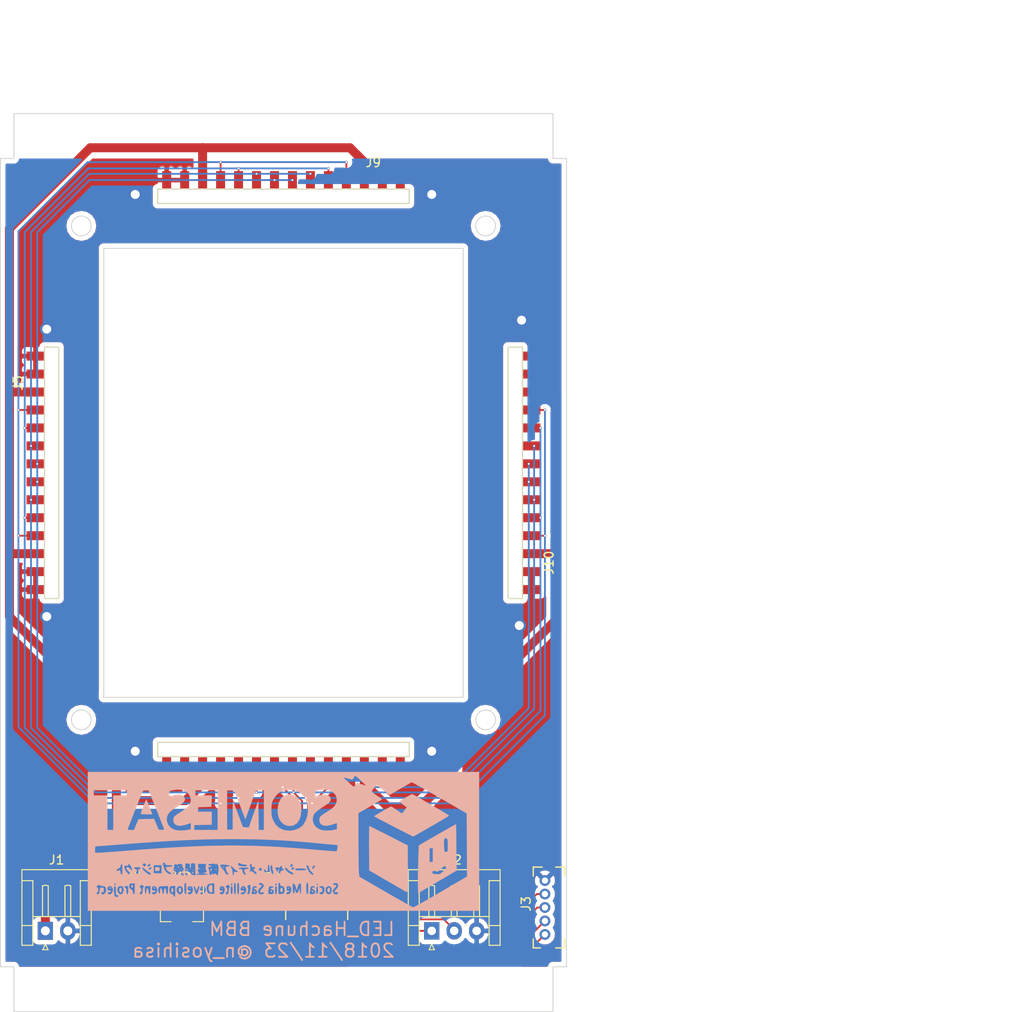
<source format=kicad_pcb>
(kicad_pcb (version 20171130) (host pcbnew "(5.0.0)")

  (general
    (thickness 1.6)
    (drawings 40)
    (tracks 236)
    (zones 0)
    (modules 13)
    (nets 21)
  )

  (page A4)
  (layers
    (0 F.Cu signal)
    (31 B.Cu signal)
    (36 B.SilkS user)
    (37 F.SilkS user)
    (38 B.Mask user)
    (39 F.Mask user)
    (40 Dwgs.User user)
    (41 Cmts.User user)
    (42 Eco1.User user)
    (43 Eco2.User user)
    (44 Edge.Cuts user)
    (45 Margin user)
    (46 B.CrtYd user)
    (47 F.CrtYd user)
    (48 B.Fab user)
    (49 F.Fab user)
  )

  (setup
    (last_trace_width 0.2032)
    (user_trace_width 0.16)
    (user_trace_width 0.2)
    (user_trace_width 0.5)
    (user_trace_width 0.8)
    (user_trace_width 1)
    (trace_clearance 0.2032)
    (zone_clearance 0.508)
    (zone_45_only no)
    (trace_min 0.1524)
    (segment_width 0.2)
    (edge_width 0.1)
    (via_size 0.2032)
    (via_drill 0.1524)
    (via_min_size 0.1524)
    (via_min_drill 0.1524)
    (user_via 0.3 0.2)
    (user_via 1.5 1)
    (uvia_size 0.3)
    (uvia_drill 0.1)
    (uvias_allowed no)
    (uvia_min_size 0.2)
    (uvia_min_drill 0.1)
    (pcb_text_width 0.3)
    (pcb_text_size 1.5 1.5)
    (mod_edge_width 0.15)
    (mod_text_size 1 1)
    (mod_text_width 0.15)
    (pad_size 1.524 1.524)
    (pad_drill 0.762)
    (pad_to_mask_clearance 0)
    (aux_axis_origin 49.5 140)
    (grid_origin 49.5 140)
    (visible_elements 7FFFFFFF)
    (pcbplotparams
      (layerselection 0x010fc_ffffffff)
      (usegerberextensions false)
      (usegerberattributes false)
      (usegerberadvancedattributes false)
      (creategerberjobfile false)
      (excludeedgelayer true)
      (linewidth 0.100000)
      (plotframeref false)
      (viasonmask false)
      (mode 1)
      (useauxorigin false)
      (hpglpennumber 1)
      (hpglpenspeed 20)
      (hpglpendiameter 15.000000)
      (psnegative false)
      (psa4output false)
      (plotreference true)
      (plotvalue true)
      (plotinvisibletext false)
      (padsonsilk false)
      (subtractmaskfromsilk false)
      (outputformat 1)
      (mirror false)
      (drillshape 1)
      (scaleselection 1)
      (outputdirectory ""))
  )

  (net 0 "")
  (net 1 /TX)
  (net 2 /RX)
  (net 3 /SWCLK)
  (net 4 /SWDIO)
  (net 5 GND)
  (net 6 +3V3)
  (net 7 +BATT)
  (net 8 /SDA)
  (net 9 /SCL)
  (net 10 /NRST)
  (net 11 /LED_0)
  (net 12 /LED_1)
  (net 13 /LED_2)
  (net 14 /LED_3)
  (net 15 "Net-(U1-Pad1)")
  (net 16 "Net-(U1-Pad10)")
  (net 17 "Net-(U1-Pad11)")
  (net 18 "Net-(U1-Pad12)")
  (net 19 "Net-(U1-Pad13)")
  (net 20 "Net-(U1-Pad14)")

  (net_class Default "これはデフォルトのネット クラスです。"
    (clearance 0.2032)
    (trace_width 0.2032)
    (via_dia 0.2032)
    (via_drill 0.1524)
    (uvia_dia 0.3)
    (uvia_drill 0.1)
    (diff_pair_gap 0.2032)
    (diff_pair_width 0.2)
    (add_net +3V3)
    (add_net +BATT)
    (add_net /LED_0)
    (add_net /LED_1)
    (add_net /LED_2)
    (add_net /LED_3)
    (add_net /NRST)
    (add_net /RX)
    (add_net /SCL)
    (add_net /SDA)
    (add_net /SWCLK)
    (add_net /SWDIO)
    (add_net /TX)
    (add_net GND)
    (add_net "Net-(U1-Pad1)")
    (add_net "Net-(U1-Pad10)")
    (add_net "Net-(U1-Pad11)")
    (add_net "Net-(U1-Pad12)")
    (add_net "Net-(U1-Pad13)")
    (add_net "Net-(U1-Pad14)")
  )

  (module Capacitor_SMD:C_0805_2012Metric_Pad1.15x1.40mm_HandSolder (layer F.Cu) (tedit 5B36C52B) (tstamp 5C01F352)
    (at 64.7 132.6 270)
    (descr "Capacitor SMD 0805 (2012 Metric), square (rectangular) end terminal, IPC_7351 nominal with elongated pad for handsoldering. (Body size source: https://docs.google.com/spreadsheets/d/1BsfQQcO9C6DZCsRaXUlFlo91Tg2WpOkGARC1WS5S8t0/edit?usp=sharing), generated with kicad-footprint-generator")
    (tags "capacitor handsolder")
    (path /5CBE9287)
    (attr smd)
    (fp_text reference C5 (at -2.6 0) (layer F.SilkS)
      (effects (font (size 1 1) (thickness 0.15)))
    )
    (fp_text value 1u (at 0 1.65 270) (layer F.Fab)
      (effects (font (size 1 1) (thickness 0.15)))
    )
    (fp_text user %R (at 0 0 270) (layer F.Fab)
      (effects (font (size 0.5 0.5) (thickness 0.08)))
    )
    (fp_line (start 1.85 0.95) (end -1.85 0.95) (layer F.CrtYd) (width 0.05))
    (fp_line (start 1.85 -0.95) (end 1.85 0.95) (layer F.CrtYd) (width 0.05))
    (fp_line (start -1.85 -0.95) (end 1.85 -0.95) (layer F.CrtYd) (width 0.05))
    (fp_line (start -1.85 0.95) (end -1.85 -0.95) (layer F.CrtYd) (width 0.05))
    (fp_line (start -0.261252 0.71) (end 0.261252 0.71) (layer F.SilkS) (width 0.12))
    (fp_line (start -0.261252 -0.71) (end 0.261252 -0.71) (layer F.SilkS) (width 0.12))
    (fp_line (start 1 0.6) (end -1 0.6) (layer F.Fab) (width 0.1))
    (fp_line (start 1 -0.6) (end 1 0.6) (layer F.Fab) (width 0.1))
    (fp_line (start -1 -0.6) (end 1 -0.6) (layer F.Fab) (width 0.1))
    (fp_line (start -1 0.6) (end -1 -0.6) (layer F.Fab) (width 0.1))
    (pad 2 smd roundrect (at 1.025 0 270) (size 1.15 1.4) (layers F.Cu F.Paste F.Mask) (roundrect_rratio 0.217391)
      (net 5 GND))
    (pad 1 smd roundrect (at -1.025 0 270) (size 1.15 1.4) (layers F.Cu F.Paste F.Mask) (roundrect_rratio 0.217391)
      (net 7 +BATT))
    (model ${KISYS3DMOD}/Capacitor_SMD.3dshapes/C_0805_2012Metric.wrl
      (at (xyz 0 0 0))
      (scale (xyz 1 1 1))
      (rotate (xyz 0 0 0))
    )
  )

  (module Capacitor_SMD:C_0805_2012Metric_Pad1.15x1.40mm_HandSolder (layer F.Cu) (tedit 5B36C52B) (tstamp 5C01F2F2)
    (at 74.7 132.6 270)
    (descr "Capacitor SMD 0805 (2012 Metric), square (rectangular) end terminal, IPC_7351 nominal with elongated pad for handsoldering. (Body size source: https://docs.google.com/spreadsheets/d/1BsfQQcO9C6DZCsRaXUlFlo91Tg2WpOkGARC1WS5S8t0/edit?usp=sharing), generated with kicad-footprint-generator")
    (tags "capacitor handsolder")
    (path /5BEE80EA)
    (attr smd)
    (fp_text reference C1 (at -2.4 0) (layer F.SilkS)
      (effects (font (size 1 1) (thickness 0.15)))
    )
    (fp_text value 10u (at 0 1.65 270) (layer F.Fab)
      (effects (font (size 1 1) (thickness 0.15)))
    )
    (fp_line (start -1 0.6) (end -1 -0.6) (layer F.Fab) (width 0.1))
    (fp_line (start -1 -0.6) (end 1 -0.6) (layer F.Fab) (width 0.1))
    (fp_line (start 1 -0.6) (end 1 0.6) (layer F.Fab) (width 0.1))
    (fp_line (start 1 0.6) (end -1 0.6) (layer F.Fab) (width 0.1))
    (fp_line (start -0.261252 -0.71) (end 0.261252 -0.71) (layer F.SilkS) (width 0.12))
    (fp_line (start -0.261252 0.71) (end 0.261252 0.71) (layer F.SilkS) (width 0.12))
    (fp_line (start -1.85 0.95) (end -1.85 -0.95) (layer F.CrtYd) (width 0.05))
    (fp_line (start -1.85 -0.95) (end 1.85 -0.95) (layer F.CrtYd) (width 0.05))
    (fp_line (start 1.85 -0.95) (end 1.85 0.95) (layer F.CrtYd) (width 0.05))
    (fp_line (start 1.85 0.95) (end -1.85 0.95) (layer F.CrtYd) (width 0.05))
    (fp_text user %R (at 0 0 270) (layer F.Fab)
      (effects (font (size 0.5 0.5) (thickness 0.08)))
    )
    (pad 1 smd roundrect (at -1.025 0 270) (size 1.15 1.4) (layers F.Cu F.Paste F.Mask) (roundrect_rratio 0.217391)
      (net 6 +3V3))
    (pad 2 smd roundrect (at 1.025 0 270) (size 1.15 1.4) (layers F.Cu F.Paste F.Mask) (roundrect_rratio 0.217391)
      (net 5 GND))
    (model ${KISYS3DMOD}/Capacitor_SMD.3dshapes/C_0805_2012Metric.wrl
      (at (xyz 0 0 0))
      (scale (xyz 1 1 1))
      (rotate (xyz 0 0 0))
    )
  )

  (module Package_SO:TSSOP-20_4.4x6.5mm_P0.65mm (layer F.Cu) (tedit 5A02F25C) (tstamp 5C01F051)
    (at 84.7 132.5 270)
    (descr "20-Lead Plastic Thin Shrink Small Outline (ST)-4.4 mm Body [TSSOP] (see Microchip Packaging Specification 00000049BS.pdf)")
    (tags "SSOP 0.65")
    (path /5CFB1833)
    (attr smd)
    (fp_text reference U1 (at 0 -4.3 270) (layer F.SilkS)
      (effects (font (size 1 1) (thickness 0.15)))
    )
    (fp_text value STM32F042F6Px (at 4.7 0) (layer F.Fab)
      (effects (font (size 1 1) (thickness 0.15)))
    )
    (fp_line (start -1.2 -3.25) (end 2.2 -3.25) (layer F.Fab) (width 0.15))
    (fp_line (start 2.2 -3.25) (end 2.2 3.25) (layer F.Fab) (width 0.15))
    (fp_line (start 2.2 3.25) (end -2.2 3.25) (layer F.Fab) (width 0.15))
    (fp_line (start -2.2 3.25) (end -2.2 -2.25) (layer F.Fab) (width 0.15))
    (fp_line (start -2.2 -2.25) (end -1.2 -3.25) (layer F.Fab) (width 0.15))
    (fp_line (start -3.95 -3.55) (end -3.95 3.55) (layer F.CrtYd) (width 0.05))
    (fp_line (start 3.95 -3.55) (end 3.95 3.55) (layer F.CrtYd) (width 0.05))
    (fp_line (start -3.95 -3.55) (end 3.95 -3.55) (layer F.CrtYd) (width 0.05))
    (fp_line (start -3.95 3.55) (end 3.95 3.55) (layer F.CrtYd) (width 0.05))
    (fp_line (start -2.225 3.45) (end 2.225 3.45) (layer F.SilkS) (width 0.15))
    (fp_line (start -3.75 -3.45) (end 2.225 -3.45) (layer F.SilkS) (width 0.15))
    (fp_text user %R (at 0 0 270) (layer F.Fab)
      (effects (font (size 0.8 0.8) (thickness 0.15)))
    )
    (pad 1 smd rect (at -2.95 -2.925 270) (size 1.45 0.45) (layers F.Cu F.Paste F.Mask)
      (net 15 "Net-(U1-Pad1)"))
    (pad 2 smd rect (at -2.95 -2.275 270) (size 1.45 0.45) (layers F.Cu F.Paste F.Mask)
      (net 8 /SDA))
    (pad 3 smd rect (at -2.95 -1.625 270) (size 1.45 0.45) (layers F.Cu F.Paste F.Mask)
      (net 9 /SCL))
    (pad 4 smd rect (at -2.95 -0.975 270) (size 1.45 0.45) (layers F.Cu F.Paste F.Mask)
      (net 10 /NRST))
    (pad 5 smd rect (at -2.95 -0.325 270) (size 1.45 0.45) (layers F.Cu F.Paste F.Mask)
      (net 6 +3V3))
    (pad 6 smd rect (at -2.95 0.325 270) (size 1.45 0.45) (layers F.Cu F.Paste F.Mask)
      (net 11 /LED_0))
    (pad 7 smd rect (at -2.95 0.975 270) (size 1.45 0.45) (layers F.Cu F.Paste F.Mask)
      (net 12 /LED_1))
    (pad 8 smd rect (at -2.95 1.625 270) (size 1.45 0.45) (layers F.Cu F.Paste F.Mask)
      (net 13 /LED_2))
    (pad 9 smd rect (at -2.95 2.275 270) (size 1.45 0.45) (layers F.Cu F.Paste F.Mask)
      (net 14 /LED_3))
    (pad 10 smd rect (at -2.95 2.925 270) (size 1.45 0.45) (layers F.Cu F.Paste F.Mask)
      (net 16 "Net-(U1-Pad10)"))
    (pad 11 smd rect (at 2.95 2.925 270) (size 1.45 0.45) (layers F.Cu F.Paste F.Mask)
      (net 17 "Net-(U1-Pad11)"))
    (pad 12 smd rect (at 2.95 2.275 270) (size 1.45 0.45) (layers F.Cu F.Paste F.Mask)
      (net 18 "Net-(U1-Pad12)"))
    (pad 13 smd rect (at 2.95 1.625 270) (size 1.45 0.45) (layers F.Cu F.Paste F.Mask)
      (net 19 "Net-(U1-Pad13)"))
    (pad 14 smd rect (at 2.95 0.975 270) (size 1.45 0.45) (layers F.Cu F.Paste F.Mask)
      (net 20 "Net-(U1-Pad14)"))
    (pad 15 smd rect (at 2.95 0.325 270) (size 1.45 0.45) (layers F.Cu F.Paste F.Mask)
      (net 5 GND))
    (pad 16 smd rect (at 2.95 -0.325 270) (size 1.45 0.45) (layers F.Cu F.Paste F.Mask)
      (net 6 +3V3))
    (pad 17 smd rect (at 2.95 -0.975 270) (size 1.45 0.45) (layers F.Cu F.Paste F.Mask)
      (net 1 /TX))
    (pad 18 smd rect (at 2.95 -1.625 270) (size 1.45 0.45) (layers F.Cu F.Paste F.Mask)
      (net 2 /RX))
    (pad 19 smd rect (at 2.95 -2.275 270) (size 1.45 0.45) (layers F.Cu F.Paste F.Mask)
      (net 4 /SWDIO))
    (pad 20 smd rect (at 2.95 -2.925 270) (size 1.45 0.45) (layers F.Cu F.Paste F.Mask)
      (net 3 /SWCLK))
    (model ${KISYS3DMOD}/Package_SO.3dshapes/TSSOP-20_4.4x6.5mm_P0.65mm.wrl
      (at (xyz 0 0 0))
      (scale (xyz 1 1 1))
      (rotate (xyz 0 0 0))
    )
  )

  (module Package_TO_SOT_SMD:SOT-89-3 (layer F.Cu) (tedit 5A02FF57) (tstamp 5C01EFDC)
    (at 69.7 133.2 270)
    (descr SOT-89-3)
    (tags SOT-89-3)
    (path /5C8D331F)
    (attr smd)
    (fp_text reference U2 (at -3.2 0) (layer F.SilkS)
      (effects (font (size 1 1) (thickness 0.15)))
    )
    (fp_text value XC6202P332PR-G (at 4.2 0) (layer F.Fab)
      (effects (font (size 1 1) (thickness 0.15)))
    )
    (fp_text user %R (at 0.38 0) (layer F.Fab)
      (effects (font (size 0.6 0.6) (thickness 0.09)))
    )
    (fp_line (start 1.78 1.2) (end 1.78 2.4) (layer F.SilkS) (width 0.12))
    (fp_line (start 1.78 2.4) (end -0.92 2.4) (layer F.SilkS) (width 0.12))
    (fp_line (start -2.22 -2.4) (end 1.78 -2.4) (layer F.SilkS) (width 0.12))
    (fp_line (start 1.78 -2.4) (end 1.78 -1.2) (layer F.SilkS) (width 0.12))
    (fp_line (start -0.92 -1.51) (end -0.13 -2.3) (layer F.Fab) (width 0.1))
    (fp_line (start 1.68 -2.3) (end 1.68 2.3) (layer F.Fab) (width 0.1))
    (fp_line (start 1.68 2.3) (end -0.92 2.3) (layer F.Fab) (width 0.1))
    (fp_line (start -0.92 2.3) (end -0.92 -1.51) (layer F.Fab) (width 0.1))
    (fp_line (start -0.13 -2.3) (end 1.68 -2.3) (layer F.Fab) (width 0.1))
    (fp_line (start 3.23 -2.55) (end 3.23 2.55) (layer F.CrtYd) (width 0.05))
    (fp_line (start 3.23 -2.55) (end -2.48 -2.55) (layer F.CrtYd) (width 0.05))
    (fp_line (start -2.48 2.55) (end 3.23 2.55) (layer F.CrtYd) (width 0.05))
    (fp_line (start -2.48 2.55) (end -2.48 -2.55) (layer F.CrtYd) (width 0.05))
    (pad 2 smd trapezoid (at 2.667 0 180) (size 1.6 0.85) (rect_delta 0 0.6 ) (layers F.Cu F.Paste F.Mask)
      (net 5 GND))
    (pad 1 smd rect (at -1.48 -1.5 180) (size 1 1.5) (layers F.Cu F.Paste F.Mask)
      (net 6 +3V3))
    (pad 2 smd rect (at -1.3335 0 180) (size 1 1.8) (layers F.Cu F.Paste F.Mask)
      (net 5 GND))
    (pad 3 smd rect (at -1.48 1.5 180) (size 1 1.5) (layers F.Cu F.Paste F.Mask)
      (net 7 +BATT))
    (pad 2 smd rect (at 1.3335 0 180) (size 2.2 1.84) (layers F.Cu F.Paste F.Mask)
      (net 5 GND))
    (pad 2 smd trapezoid (at -0.0762 0) (size 1.5 1) (rect_delta 0 0.7 ) (layers F.Cu F.Paste F.Mask)
      (net 5 GND))
    (model ${KISYS3DMOD}/Package_TO_SOT_SMD.3dshapes/SOT-89-3.wrl
      (at (xyz 0 0 0))
      (scale (xyz 1 1 1))
      (rotate (xyz 0 0 0))
    )
  )

  (module LED_Frame:LED_socket (layer F.Cu) (tedit 5BF29931) (tstamp 5C01CB62)
    (at 107.6 85 270)
    (path /5C4CFE79)
    (fp_text reference J10 (at 10 -2.95 270) (layer F.SilkS)
      (effects (font (size 1 1) (thickness 0.15)))
    )
    (fp_text value LED_T (at 2.5 -3.5 270) (layer F.Fab)
      (effects (font (size 1 1) (thickness 0.15)))
    )
    (fp_line (start -14 0) (end -14 1.6) (layer F.SilkS) (width 0.15))
    (fp_line (start -14 1.6) (end 14 1.6) (layer F.SilkS) (width 0.15))
    (fp_line (start 14 1.6) (end 14 0) (layer F.SilkS) (width 0.15))
    (fp_line (start -14 0) (end 14 0) (layer F.SilkS) (width 0.15))
    (pad 1 smd rect (at -13 -1 270) (size 1 2) (layers F.Cu F.Paste F.Mask)
      (net 5 GND))
    (pad 2 smd rect (at -11 -1 270) (size 1 2) (layers F.Cu F.Paste F.Mask)
      (net 5 GND))
    (pad 3 smd rect (at -9 -1 270) (size 1 2) (layers F.Cu F.Paste F.Mask)
      (net 7 +BATT))
    (pad 4 smd rect (at -7 -1 270) (size 1 2) (layers F.Cu F.Paste F.Mask)
      (net 11 /LED_0))
    (pad 5 smd rect (at -5 -1 270) (size 1 2) (layers F.Cu F.Paste F.Mask)
      (net 12 /LED_1))
    (pad 6 smd rect (at -3 -1 270) (size 1 2) (layers F.Cu F.Paste F.Mask)
      (net 13 /LED_2))
    (pad 7 smd rect (at -1 -1 270) (size 1 2) (layers F.Cu F.Paste F.Mask)
      (net 14 /LED_3))
    (pad 8 smd rect (at 1 -1 270) (size 1 2) (layers F.Cu F.Paste F.Mask)
      (net 14 /LED_3))
    (pad 9 smd rect (at 3 -1 270) (size 1 2) (layers F.Cu F.Paste F.Mask)
      (net 13 /LED_2))
    (pad 10 smd rect (at 5 -1 270) (size 1 2) (layers F.Cu F.Paste F.Mask)
      (net 12 /LED_1))
    (pad 11 smd rect (at 7 -1 270) (size 1 2) (layers F.Cu F.Paste F.Mask)
      (net 11 /LED_0))
    (pad 12 smd rect (at 9 -1 270) (size 1 2) (layers F.Cu F.Paste F.Mask)
      (net 7 +BATT))
    (pad 13 smd rect (at 11 -1 270) (size 1 2) (layers F.Cu F.Paste F.Mask)
      (net 5 GND))
    (pad 14 smd rect (at 13 -1 270) (size 1 2) (layers F.Cu F.Paste F.Mask)
      (net 5 GND))
  )

  (module LED_Frame:LED_socket (layer F.Cu) (tedit 5BF2BAD6) (tstamp 5C0CC1B3)
    (at 81 116.6 180)
    (path /5C4CFEB4)
    (fp_text reference J11 (at 10 -2.95 180) (layer F.SilkS)
      (effects (font (size 1 1) (thickness 0.15)))
    )
    (fp_text value LED_B (at 2.5 -3.5 180) (layer F.Fab)
      (effects (font (size 1 1) (thickness 0.15)))
    )
    (fp_line (start -14 0) (end -14 1.6) (layer F.SilkS) (width 0.15))
    (fp_line (start -14 1.6) (end 14 1.6) (layer F.SilkS) (width 0.15))
    (fp_line (start 14 1.6) (end 14 0) (layer F.SilkS) (width 0.15))
    (fp_line (start -14 0) (end 14 0) (layer F.SilkS) (width 0.15))
    (pad 1 smd rect (at -13 -1 180) (size 1 2) (layers F.Cu F.Paste F.Mask)
      (net 5 GND))
    (pad 2 smd rect (at -11 -1 180) (size 1 2) (layers F.Cu F.Paste F.Mask)
      (net 5 GND))
    (pad 3 smd rect (at -9 -1 180) (size 1 2) (layers F.Cu F.Paste F.Mask)
      (net 7 +BATT))
    (pad 4 smd rect (at -7 -1 180) (size 1 2) (layers F.Cu F.Paste F.Mask)
      (net 11 /LED_0))
    (pad 5 smd rect (at -5 -1 180) (size 1 2) (layers F.Cu F.Paste F.Mask)
      (net 12 /LED_1))
    (pad 6 smd rect (at -3 -1 180) (size 1 2) (layers F.Cu F.Paste F.Mask)
      (net 13 /LED_2))
    (pad 7 smd rect (at -1 -1 180) (size 1 2) (layers F.Cu F.Paste F.Mask)
      (net 14 /LED_3))
    (pad 8 smd rect (at 1 -1 180) (size 1 2) (layers F.Cu F.Paste F.Mask)
      (net 14 /LED_3))
    (pad 9 smd rect (at 3 -1 180) (size 1 2) (layers F.Cu F.Paste F.Mask)
      (net 13 /LED_2))
    (pad 10 smd rect (at 5 -1 180) (size 1 2) (layers F.Cu F.Paste F.Mask)
      (net 12 /LED_1))
    (pad 11 smd rect (at 7 -1 180) (size 1 2) (layers F.Cu F.Paste F.Mask)
      (net 11 /LED_0))
    (pad 12 smd rect (at 9 -1 180) (size 1 2) (layers F.Cu F.Paste F.Mask)
      (net 7 +BATT))
    (pad 13 smd rect (at 11 -1 180) (size 1 2) (layers F.Cu F.Paste F.Mask)
      (net 5 GND))
    (pad 14 smd rect (at 13 -1 180) (size 1 2) (layers F.Cu F.Paste F.Mask)
      (net 5 GND))
  )

  (module LED_Frame:LED_socket (layer F.Cu) (tedit 5BF29931) (tstamp 5C0CC209)
    (at 54.4 85 90)
    (path /5CE38695)
    (fp_text reference J5 (at 10 -2.95 90) (layer F.SilkS)
      (effects (font (size 1 1) (thickness 0.15)))
    )
    (fp_text value LED_L (at 2.5 -3.5 90) (layer F.Fab)
      (effects (font (size 1 1) (thickness 0.15)))
    )
    (fp_line (start -14 0) (end -14 1.6) (layer F.SilkS) (width 0.15))
    (fp_line (start -14 1.6) (end 14 1.6) (layer F.SilkS) (width 0.15))
    (fp_line (start 14 1.6) (end 14 0) (layer F.SilkS) (width 0.15))
    (fp_line (start -14 0) (end 14 0) (layer F.SilkS) (width 0.15))
    (pad 1 smd rect (at -13 -1 90) (size 1 2) (layers F.Cu F.Paste F.Mask)
      (net 5 GND))
    (pad 2 smd rect (at -11 -1 90) (size 1 2) (layers F.Cu F.Paste F.Mask)
      (net 5 GND))
    (pad 3 smd rect (at -9 -1 90) (size 1 2) (layers F.Cu F.Paste F.Mask)
      (net 7 +BATT))
    (pad 4 smd rect (at -7 -1 90) (size 1 2) (layers F.Cu F.Paste F.Mask)
      (net 11 /LED_0))
    (pad 5 smd rect (at -5 -1 90) (size 1 2) (layers F.Cu F.Paste F.Mask)
      (net 12 /LED_1))
    (pad 6 smd rect (at -3 -1 90) (size 1 2) (layers F.Cu F.Paste F.Mask)
      (net 13 /LED_2))
    (pad 7 smd rect (at -1 -1 90) (size 1 2) (layers F.Cu F.Paste F.Mask)
      (net 14 /LED_3))
    (pad 8 smd rect (at 1 -1 90) (size 1 2) (layers F.Cu F.Paste F.Mask)
      (net 14 /LED_3))
    (pad 9 smd rect (at 3 -1 90) (size 1 2) (layers F.Cu F.Paste F.Mask)
      (net 13 /LED_2))
    (pad 10 smd rect (at 5 -1 90) (size 1 2) (layers F.Cu F.Paste F.Mask)
      (net 12 /LED_1))
    (pad 11 smd rect (at 7 -1 90) (size 1 2) (layers F.Cu F.Paste F.Mask)
      (net 11 /LED_0))
    (pad 12 smd rect (at 9 -1 90) (size 1 2) (layers F.Cu F.Paste F.Mask)
      (net 7 +BATT))
    (pad 13 smd rect (at 11 -1 90) (size 1 2) (layers F.Cu F.Paste F.Mask)
      (net 5 GND))
    (pad 14 smd rect (at 13 -1 90) (size 1 2) (layers F.Cu F.Paste F.Mask)
      (net 5 GND))
  )

  (module LED_Frame:LED_socket (layer F.Cu) (tedit 5BF29931) (tstamp 5C0CC1C9)
    (at 81 53.4)
    (path /5C434693)
    (fp_text reference J9 (at 10 -2.95) (layer F.SilkS)
      (effects (font (size 1 1) (thickness 0.15)))
    )
    (fp_text value LED_R (at 2.5 -3.5) (layer F.Fab)
      (effects (font (size 1 1) (thickness 0.15)))
    )
    (fp_line (start -14 0) (end 14 0) (layer F.SilkS) (width 0.15))
    (fp_line (start 14 1.6) (end 14 0) (layer F.SilkS) (width 0.15))
    (fp_line (start -14 1.6) (end 14 1.6) (layer F.SilkS) (width 0.15))
    (fp_line (start -14 0) (end -14 1.6) (layer F.SilkS) (width 0.15))
    (pad 14 smd rect (at 13 -1) (size 1 2) (layers F.Cu F.Paste F.Mask)
      (net 5 GND))
    (pad 13 smd rect (at 11 -1) (size 1 2) (layers F.Cu F.Paste F.Mask)
      (net 5 GND))
    (pad 12 smd rect (at 9 -1) (size 1 2) (layers F.Cu F.Paste F.Mask)
      (net 7 +BATT))
    (pad 11 smd rect (at 7 -1) (size 1 2) (layers F.Cu F.Paste F.Mask)
      (net 11 /LED_0))
    (pad 10 smd rect (at 5 -1) (size 1 2) (layers F.Cu F.Paste F.Mask)
      (net 12 /LED_1))
    (pad 9 smd rect (at 3 -1) (size 1 2) (layers F.Cu F.Paste F.Mask)
      (net 13 /LED_2))
    (pad 8 smd rect (at 1 -1) (size 1 2) (layers F.Cu F.Paste F.Mask)
      (net 14 /LED_3))
    (pad 7 smd rect (at -1 -1) (size 1 2) (layers F.Cu F.Paste F.Mask)
      (net 14 /LED_3))
    (pad 6 smd rect (at -3 -1) (size 1 2) (layers F.Cu F.Paste F.Mask)
      (net 13 /LED_2))
    (pad 5 smd rect (at -5 -1) (size 1 2) (layers F.Cu F.Paste F.Mask)
      (net 12 /LED_1))
    (pad 4 smd rect (at -7 -1) (size 1 2) (layers F.Cu F.Paste F.Mask)
      (net 11 /LED_0))
    (pad 3 smd rect (at -9 -1) (size 1 2) (layers F.Cu F.Paste F.Mask)
      (net 7 +BATT))
    (pad 2 smd rect (at -11 -1) (size 1 2) (layers F.Cu F.Paste F.Mask)
      (net 5 GND))
    (pad 1 smd rect (at -13 -1) (size 1 2) (layers F.Cu F.Paste F.Mask)
      (net 5 GND))
  )

  (module Capacitor_SMD:C_0603_1608Metric_Pad1.05x0.95mm_HandSolder (layer F.Cu) (tedit 5B301BBE) (tstamp 5C0C37D6)
    (at 79.7 132.4 270)
    (descr "Capacitor SMD 0603 (1608 Metric), square (rectangular) end terminal, IPC_7351 nominal with elongated pad for handsoldering. (Body size source: http://www.tortai-tech.com/upload/download/2011102023233369053.pdf), generated with kicad-footprint-generator")
    (tags "capacitor handsolder")
    (path /5BEE8136)
    (attr smd)
    (fp_text reference C2 (at -2.325 0) (layer F.SilkS)
      (effects (font (size 1 1) (thickness 0.15)))
    )
    (fp_text value 0.1u (at 2.475 0.2) (layer F.Fab)
      (effects (font (size 1 1) (thickness 0.15)))
    )
    (fp_line (start -0.8 0.4) (end -0.8 -0.4) (layer F.Fab) (width 0.1))
    (fp_line (start -0.8 -0.4) (end 0.8 -0.4) (layer F.Fab) (width 0.1))
    (fp_line (start 0.8 -0.4) (end 0.8 0.4) (layer F.Fab) (width 0.1))
    (fp_line (start 0.8 0.4) (end -0.8 0.4) (layer F.Fab) (width 0.1))
    (fp_line (start -0.171267 -0.51) (end 0.171267 -0.51) (layer F.SilkS) (width 0.12))
    (fp_line (start -0.171267 0.51) (end 0.171267 0.51) (layer F.SilkS) (width 0.12))
    (fp_line (start -1.65 0.73) (end -1.65 -0.73) (layer F.CrtYd) (width 0.05))
    (fp_line (start -1.65 -0.73) (end 1.65 -0.73) (layer F.CrtYd) (width 0.05))
    (fp_line (start 1.65 -0.73) (end 1.65 0.73) (layer F.CrtYd) (width 0.05))
    (fp_line (start 1.65 0.73) (end -1.65 0.73) (layer F.CrtYd) (width 0.05))
    (fp_text user %R (at 0 0 270) (layer F.Fab)
      (effects (font (size 0.4 0.4) (thickness 0.06)))
    )
    (pad 1 smd roundrect (at -0.875 0 270) (size 1.05 0.95) (layers F.Cu F.Paste F.Mask) (roundrect_rratio 0.25)
      (net 6 +3V3))
    (pad 2 smd roundrect (at 0.875 0 270) (size 1.05 0.95) (layers F.Cu F.Paste F.Mask) (roundrect_rratio 0.25)
      (net 5 GND))
    (model ${KISYS3DMOD}/Capacitor_SMD.3dshapes/C_0603_1608Metric.wrl
      (at (xyz 0 0 0))
      (scale (xyz 1 1 1))
      (rotate (xyz 0 0 0))
    )
  )

  (module Connector_JST:JST_EH_S02B-EH_1x02_P2.50mm_Horizontal (layer F.Cu) (tedit 5A0EBB2C) (tstamp 5C0C3792)
    (at 54.5 136)
    (descr "JST EH series connector, S02B-EH (http://www.jst-mfg.com/product/pdf/eng/eEH.pdf), generated with kicad-footprint-generator")
    (tags "connector JST EH top entry")
    (path /5BE1D4C2)
    (fp_text reference J1 (at 1.25 -7.9) (layer F.SilkS)
      (effects (font (size 1 1) (thickness 0.15)))
    )
    (fp_text value POWER (at 1.25 2.7) (layer F.Fab)
      (effects (font (size 1 1) (thickness 0.15)))
    )
    (fp_line (start -1.5 -0.7) (end -1.5 1.5) (layer F.Fab) (width 0.1))
    (fp_line (start -1.5 1.5) (end -2.5 1.5) (layer F.Fab) (width 0.1))
    (fp_line (start -2.5 1.5) (end -2.5 -6.7) (layer F.Fab) (width 0.1))
    (fp_line (start -2.5 -6.7) (end 5 -6.7) (layer F.Fab) (width 0.1))
    (fp_line (start 5 -6.7) (end 5 1.5) (layer F.Fab) (width 0.1))
    (fp_line (start 5 1.5) (end 4 1.5) (layer F.Fab) (width 0.1))
    (fp_line (start 4 1.5) (end 4 -0.7) (layer F.Fab) (width 0.1))
    (fp_line (start 4 -0.7) (end -1.5 -0.7) (layer F.Fab) (width 0.1))
    (fp_line (start -3 -7.2) (end -3 2) (layer F.CrtYd) (width 0.05))
    (fp_line (start -3 2) (end 5.5 2) (layer F.CrtYd) (width 0.05))
    (fp_line (start 5.5 2) (end 5.5 -7.2) (layer F.CrtYd) (width 0.05))
    (fp_line (start 5.5 -7.2) (end -3 -7.2) (layer F.CrtYd) (width 0.05))
    (fp_line (start -1.39 -0.59) (end -1.39 1.61) (layer F.SilkS) (width 0.12))
    (fp_line (start -1.39 1.61) (end -2.61 1.61) (layer F.SilkS) (width 0.12))
    (fp_line (start -2.61 1.61) (end -2.61 -6.81) (layer F.SilkS) (width 0.12))
    (fp_line (start -2.61 -6.81) (end 5.11 -6.81) (layer F.SilkS) (width 0.12))
    (fp_line (start 5.11 -6.81) (end 5.11 1.61) (layer F.SilkS) (width 0.12))
    (fp_line (start 5.11 1.61) (end 3.89 1.61) (layer F.SilkS) (width 0.12))
    (fp_line (start 3.89 1.61) (end 3.89 -0.59) (layer F.SilkS) (width 0.12))
    (fp_line (start -2.61 -5.59) (end -1.39 -5.59) (layer F.SilkS) (width 0.12))
    (fp_line (start -1.39 -5.59) (end -1.39 -0.59) (layer F.SilkS) (width 0.12))
    (fp_line (start -1.39 -0.59) (end -2.61 -0.59) (layer F.SilkS) (width 0.12))
    (fp_line (start 5.11 -5.59) (end 3.89 -5.59) (layer F.SilkS) (width 0.12))
    (fp_line (start 3.89 -5.59) (end 3.89 -0.59) (layer F.SilkS) (width 0.12))
    (fp_line (start 3.89 -0.59) (end 5.11 -0.59) (layer F.SilkS) (width 0.12))
    (fp_line (start -1.39 -1.59) (end 3.89 -1.59) (layer F.SilkS) (width 0.12))
    (fp_line (start 0 -1.59) (end -0.32 -1.59) (layer F.SilkS) (width 0.12))
    (fp_line (start -0.32 -1.59) (end -0.32 -5.01) (layer F.SilkS) (width 0.12))
    (fp_line (start -0.32 -5.01) (end 0 -5.09) (layer F.SilkS) (width 0.12))
    (fp_line (start 0 -5.09) (end 0.32 -5.01) (layer F.SilkS) (width 0.12))
    (fp_line (start 0.32 -5.01) (end 0.32 -1.59) (layer F.SilkS) (width 0.12))
    (fp_line (start 0.32 -1.59) (end 0 -1.59) (layer F.SilkS) (width 0.12))
    (fp_line (start 1.17 -0.59) (end 1.33 -0.59) (layer F.SilkS) (width 0.12))
    (fp_line (start 2.5 -1.59) (end 2.18 -1.59) (layer F.SilkS) (width 0.12))
    (fp_line (start 2.18 -1.59) (end 2.18 -5.01) (layer F.SilkS) (width 0.12))
    (fp_line (start 2.18 -5.01) (end 2.5 -5.09) (layer F.SilkS) (width 0.12))
    (fp_line (start 2.5 -5.09) (end 2.82 -5.01) (layer F.SilkS) (width 0.12))
    (fp_line (start 2.82 -5.01) (end 2.82 -1.59) (layer F.SilkS) (width 0.12))
    (fp_line (start 2.82 -1.59) (end 2.5 -1.59) (layer F.SilkS) (width 0.12))
    (fp_line (start 0 1.5) (end -0.3 2.1) (layer F.SilkS) (width 0.12))
    (fp_line (start -0.3 2.1) (end 0.3 2.1) (layer F.SilkS) (width 0.12))
    (fp_line (start 0.3 2.1) (end 0 1.5) (layer F.SilkS) (width 0.12))
    (fp_line (start -0.5 -0.7) (end 0 -1.407107) (layer F.Fab) (width 0.1))
    (fp_line (start 0 -1.407107) (end 0.5 -0.7) (layer F.Fab) (width 0.1))
    (fp_text user %R (at 1.25 -2.6) (layer F.Fab)
      (effects (font (size 1 1) (thickness 0.15)))
    )
    (pad 1 thru_hole rect (at 0 0) (size 1.7 2) (drill 1) (layers *.Cu *.Mask)
      (net 7 +BATT))
    (pad 2 thru_hole oval (at 2.5 0) (size 1.7 2) (drill 1) (layers *.Cu *.Mask)
      (net 5 GND))
    (model ${KISYS3DMOD}/Connector_JST.3dshapes/JST_EH_S02B-EH_1x02_P2.50mm_Horizontal.wrl
      (at (xyz 0 0 0))
      (scale (xyz 1 1 1))
      (rotate (xyz 0 0 0))
    )
  )

  (module Connector_JST:JST_EH_S03B-EH_1x03_P2.50mm_Horizontal (layer F.Cu) (tedit 5A0EBB2C) (tstamp 5C0C375F)
    (at 97.5 136)
    (descr "JST EH series connector, S03B-EH (http://www.jst-mfg.com/product/pdf/eng/eEH.pdf), generated with kicad-footprint-generator")
    (tags "connector JST EH top entry")
    (path /5BE1D3FF)
    (fp_text reference J2 (at 2.5 -7.9) (layer F.SilkS)
      (effects (font (size 1 1) (thickness 0.15)))
    )
    (fp_text value DATA (at 2.5 2.7) (layer F.Fab)
      (effects (font (size 1 1) (thickness 0.15)))
    )
    (fp_line (start -1.5 -0.7) (end -1.5 1.5) (layer F.Fab) (width 0.1))
    (fp_line (start -1.5 1.5) (end -2.5 1.5) (layer F.Fab) (width 0.1))
    (fp_line (start -2.5 1.5) (end -2.5 -6.7) (layer F.Fab) (width 0.1))
    (fp_line (start -2.5 -6.7) (end 7.5 -6.7) (layer F.Fab) (width 0.1))
    (fp_line (start 7.5 -6.7) (end 7.5 1.5) (layer F.Fab) (width 0.1))
    (fp_line (start 7.5 1.5) (end 6.5 1.5) (layer F.Fab) (width 0.1))
    (fp_line (start 6.5 1.5) (end 6.5 -0.7) (layer F.Fab) (width 0.1))
    (fp_line (start 6.5 -0.7) (end -1.5 -0.7) (layer F.Fab) (width 0.1))
    (fp_line (start -3 -7.2) (end -3 2) (layer F.CrtYd) (width 0.05))
    (fp_line (start -3 2) (end 8 2) (layer F.CrtYd) (width 0.05))
    (fp_line (start 8 2) (end 8 -7.2) (layer F.CrtYd) (width 0.05))
    (fp_line (start 8 -7.2) (end -3 -7.2) (layer F.CrtYd) (width 0.05))
    (fp_line (start -1.39 -0.59) (end -1.39 1.61) (layer F.SilkS) (width 0.12))
    (fp_line (start -1.39 1.61) (end -2.61 1.61) (layer F.SilkS) (width 0.12))
    (fp_line (start -2.61 1.61) (end -2.61 -6.81) (layer F.SilkS) (width 0.12))
    (fp_line (start -2.61 -6.81) (end 7.61 -6.81) (layer F.SilkS) (width 0.12))
    (fp_line (start 7.61 -6.81) (end 7.61 1.61) (layer F.SilkS) (width 0.12))
    (fp_line (start 7.61 1.61) (end 6.39 1.61) (layer F.SilkS) (width 0.12))
    (fp_line (start 6.39 1.61) (end 6.39 -0.59) (layer F.SilkS) (width 0.12))
    (fp_line (start -2.61 -5.59) (end -1.39 -5.59) (layer F.SilkS) (width 0.12))
    (fp_line (start -1.39 -5.59) (end -1.39 -0.59) (layer F.SilkS) (width 0.12))
    (fp_line (start -1.39 -0.59) (end -2.61 -0.59) (layer F.SilkS) (width 0.12))
    (fp_line (start 7.61 -5.59) (end 6.39 -5.59) (layer F.SilkS) (width 0.12))
    (fp_line (start 6.39 -5.59) (end 6.39 -0.59) (layer F.SilkS) (width 0.12))
    (fp_line (start 6.39 -0.59) (end 7.61 -0.59) (layer F.SilkS) (width 0.12))
    (fp_line (start -1.39 -1.59) (end 6.39 -1.59) (layer F.SilkS) (width 0.12))
    (fp_line (start 0 -1.59) (end -0.32 -1.59) (layer F.SilkS) (width 0.12))
    (fp_line (start -0.32 -1.59) (end -0.32 -5.01) (layer F.SilkS) (width 0.12))
    (fp_line (start -0.32 -5.01) (end 0 -5.09) (layer F.SilkS) (width 0.12))
    (fp_line (start 0 -5.09) (end 0.32 -5.01) (layer F.SilkS) (width 0.12))
    (fp_line (start 0.32 -5.01) (end 0.32 -1.59) (layer F.SilkS) (width 0.12))
    (fp_line (start 0.32 -1.59) (end 0 -1.59) (layer F.SilkS) (width 0.12))
    (fp_line (start 1.17 -0.59) (end 1.33 -0.59) (layer F.SilkS) (width 0.12))
    (fp_line (start 2.5 -1.59) (end 2.18 -1.59) (layer F.SilkS) (width 0.12))
    (fp_line (start 2.18 -1.59) (end 2.18 -5.01) (layer F.SilkS) (width 0.12))
    (fp_line (start 2.18 -5.01) (end 2.5 -5.09) (layer F.SilkS) (width 0.12))
    (fp_line (start 2.5 -5.09) (end 2.82 -5.01) (layer F.SilkS) (width 0.12))
    (fp_line (start 2.82 -5.01) (end 2.82 -1.59) (layer F.SilkS) (width 0.12))
    (fp_line (start 2.82 -1.59) (end 2.5 -1.59) (layer F.SilkS) (width 0.12))
    (fp_line (start 3.67 -0.59) (end 3.83 -0.59) (layer F.SilkS) (width 0.12))
    (fp_line (start 5 -1.59) (end 4.68 -1.59) (layer F.SilkS) (width 0.12))
    (fp_line (start 4.68 -1.59) (end 4.68 -5.01) (layer F.SilkS) (width 0.12))
    (fp_line (start 4.68 -5.01) (end 5 -5.09) (layer F.SilkS) (width 0.12))
    (fp_line (start 5 -5.09) (end 5.32 -5.01) (layer F.SilkS) (width 0.12))
    (fp_line (start 5.32 -5.01) (end 5.32 -1.59) (layer F.SilkS) (width 0.12))
    (fp_line (start 5.32 -1.59) (end 5 -1.59) (layer F.SilkS) (width 0.12))
    (fp_line (start 0 1.5) (end -0.3 2.1) (layer F.SilkS) (width 0.12))
    (fp_line (start -0.3 2.1) (end 0.3 2.1) (layer F.SilkS) (width 0.12))
    (fp_line (start 0.3 2.1) (end 0 1.5) (layer F.SilkS) (width 0.12))
    (fp_line (start -0.5 -0.7) (end 0 -1.407107) (layer F.Fab) (width 0.1))
    (fp_line (start 0 -1.407107) (end 0.5 -0.7) (layer F.Fab) (width 0.1))
    (fp_text user %R (at 2.5 -2.6) (layer F.Fab)
      (effects (font (size 1 1) (thickness 0.15)))
    )
    (pad 1 thru_hole rect (at 0 0) (size 1.7 1.95) (drill 0.95) (layers *.Cu *.Mask)
      (net 9 /SCL))
    (pad 2 thru_hole oval (at 2.5 0) (size 1.7 1.95) (drill 0.95) (layers *.Cu *.Mask)
      (net 8 /SDA))
    (pad 3 thru_hole oval (at 5 0) (size 1.7 1.95) (drill 0.95) (layers *.Cu *.Mask)
      (net 5 GND))
    (model ${KISYS3DMOD}/Connector_JST.3dshapes/JST_EH_S03B-EH_1x03_P2.50mm_Horizontal.wrl
      (at (xyz 0 0 0))
      (scale (xyz 1 1 1))
      (rotate (xyz 0 0 0))
    )
  )

  (module user:STlink (layer F.Cu) (tedit 5BE2DAA9) (tstamp 5C0C27BD)
    (at 110.1 136.4 90)
    (path /5BE575D1)
    (fp_text reference J3 (at 3.4 -2.1 90) (layer F.SilkS)
      (effects (font (size 1 1) (thickness 0.15)))
    )
    (fp_text value STlink (at 10 -0.6 90) (layer F.Fab)
      (effects (font (size 1 1) (thickness 0.15)))
    )
    (fp_text user CLK (at 3.1 3.7 180) (layer F.Fab)
      (effects (font (size 1 1) (thickness 0.15)))
    )
    (fp_text user GND (at 6.1 3.8 180) (layer F.Fab)
      (effects (font (size 1 1) (thickness 0.15)))
    )
    (fp_text user DIO (at 4.6 3.5 180) (layer F.Fab)
      (effects (font (size 1 1) (thickness 0.15)))
    )
    (fp_text user SWO/RX (at 1.6 5.4 180) (layer F.Fab)
      (effects (font (size 1 1) (thickness 0.15)))
    )
    (fp_text user NRST/TX (at 0 5.6 180) (layer F.Fab)
      (effects (font (size 1 1) (thickness 0.15)))
    )
    (fp_line (start -1.5 -1.3) (end -1.5 -0.5) (layer F.SilkS) (width 0.15))
    (fp_line (start -1.5 -1.3) (end -0.5 -1.3) (layer F.SilkS) (width 0.15))
    (fp_line (start 7.5 -1.3) (end 6.5 -1.3) (layer F.SilkS) (width 0.15))
    (fp_line (start 7.5 -1.3) (end 7.5 -0.3) (layer F.SilkS) (width 0.15))
    (fp_line (start -1.5 2.2) (end -1.5 1.2) (layer F.SilkS) (width 0.15))
    (fp_line (start 7.5 2.2) (end 7.5 1.2) (layer F.SilkS) (width 0.15))
    (fp_line (start -1.5 2.2) (end -0.5 2.2) (layer F.SilkS) (width 0.15))
    (fp_line (start 7.5 2.2) (end 6.5 2.2) (layer F.SilkS) (width 0.15))
    (pad 1 thru_hole circle (at 0 0 90) (size 1.2 1.2) (drill 0.7) (layers *.Cu *.Mask)
      (net 1 /TX))
    (pad 2 thru_hole circle (at 1.5 0 90) (size 1.2 1.2) (drill 0.7) (layers *.Cu *.Mask)
      (net 2 /RX))
    (pad 3 thru_hole circle (at 3 0 90) (size 1.2 1.2) (drill 0.7) (layers *.Cu *.Mask)
      (net 3 /SWCLK))
    (pad 4 thru_hole circle (at 4.5 0 90) (size 1.2 1.2) (drill 0.7) (layers *.Cu *.Mask)
      (net 4 /SWDIO))
    (pad 5 thru_hole circle (at 6 0 90) (size 1.2 1.2) (drill 0.7) (layers *.Cu *.Mask)
      (net 5 GND))
  )

  (module LED_Frame:SOMESAT_logo (layer B.Cu) (tedit 0) (tstamp 5C01CEE8)
    (at 81 126 180)
    (fp_text reference G*** (at 0 0 180) (layer B.SilkS) hide
      (effects (font (size 1.524 1.524) (thickness 0.3)) (justify mirror))
    )
    (fp_text value LOGO (at 0.75 0 180) (layer B.SilkS) hide
      (effects (font (size 1.524 1.524) (thickness 0.3)) (justify mirror))
    )
    (fp_poly (pts (xy 15.318223 4.55094) (xy 15.392769 4.37146) (xy 15.491463 4.123293) (xy 15.601335 3.840206)
      (xy 15.709411 3.555969) (xy 15.802719 3.304349) (xy 15.868287 3.119115) (xy 15.893143 3.034036)
      (xy 15.893143 3.033959) (xy 15.825986 3.008165) (xy 15.646119 2.988174) (xy 15.385944 2.976895)
      (xy 15.241059 2.975429) (xy 14.588975 2.975429) (xy 14.725474 3.320143) (xy 14.915614 3.798128)
      (xy 15.059359 4.153921) (xy 15.162359 4.40082) (xy 15.230258 4.552127) (xy 15.268706 4.621139)
      (xy 15.280799 4.627963) (xy 15.318223 4.55094)) (layer B.SilkS) (width 0.01))
    (fp_poly (pts (xy -0.379894 5.169008) (xy -0.04022 5.039211) (xy 0.078272 4.95521) (xy 0.336928 4.649568)
      (xy 0.523566 4.245387) (xy 0.631032 3.773972) (xy 0.652173 3.266626) (xy 0.580503 2.757427)
      (xy 0.421277 2.352103) (xy 0.171423 2.029617) (xy -0.145857 1.802414) (xy -0.507361 1.682942)
      (xy -0.889886 1.683648) (xy -1.220678 1.79119) (xy -1.543937 2.029631) (xy -1.779763 2.380996)
      (xy -1.926182 2.840895) (xy -1.981218 3.404934) (xy -1.981569 3.483731) (xy -1.940393 3.951999)
      (xy -1.829478 4.375206) (xy -1.66046 4.720411) (xy -1.468158 4.937275) (xy -1.136723 5.117543)
      (xy -0.759682 5.194953) (xy -0.379894 5.169008)) (layer B.SilkS) (width 0.01))
    (fp_poly (pts (xy 14.213224 -2.914994) (xy 14.283219 -2.976554) (xy 14.296572 -3.120571) (xy 14.282412 -3.266845)
      (xy 14.210592 -3.326841) (xy 14.042572 -3.338286) (xy 13.871919 -3.326149) (xy 13.801924 -3.264589)
      (xy 13.788572 -3.120571) (xy 13.802731 -2.974298) (xy 13.874551 -2.914302) (xy 14.042572 -2.902857)
      (xy 14.213224 -2.914994)) (layer B.SilkS) (width 0.01))
    (fp_poly (pts (xy 13.328952 -2.56419) (xy 13.337638 -2.650316) (xy 13.328952 -2.660952) (xy 13.285809 -2.65099)
      (xy 13.280572 -2.612571) (xy 13.307124 -2.552837) (xy 13.328952 -2.56419)) (layer B.SilkS) (width 0.01))
    (fp_poly (pts (xy 8.998857 -3.084286) (xy 8.962571 -3.120571) (xy 8.926286 -3.084286) (xy 8.962571 -3.048)
      (xy 8.998857 -3.084286)) (layer B.SilkS) (width 0.01))
    (fp_poly (pts (xy 6.724197 -2.874746) (xy 6.712857 -2.902857) (xy 6.647644 -2.972089) (xy 6.636003 -2.975429)
      (xy 6.604832 -2.919281) (xy 6.604 -2.902857) (xy 6.65979 -2.833074) (xy 6.680854 -2.830286)
      (xy 6.724197 -2.874746)) (layer B.SilkS) (width 0.01))
    (fp_poly (pts (xy 11.466286 -2.721429) (xy 11.43 -2.757714) (xy 11.393714 -2.721429) (xy 11.43 -2.685143)
      (xy 11.466286 -2.721429)) (layer B.SilkS) (width 0.01))
    (fp_poly (pts (xy 11.754463 -2.885511) (xy 11.756571 -2.902857) (xy 11.701346 -2.97332) (xy 11.684 -2.975429)
      (xy 11.613537 -2.920203) (xy 11.611429 -2.902857) (xy 11.666654 -2.832394) (xy 11.684 -2.830286)
      (xy 11.754463 -2.885511)) (layer B.SilkS) (width 0.01))
    (fp_poly (pts (xy 12.099774 -3.149298) (xy 12.07813 -3.182282) (xy 12.004524 -3.187413) (xy 11.927088 -3.16969)
      (xy 11.960679 -3.143568) (xy 12.074099 -3.134917) (xy 12.099774 -3.149298)) (layer B.SilkS) (width 0.01))
    (fp_poly (pts (xy 11.684 -3.156857) (xy 11.647714 -3.193143) (xy 11.611429 -3.156857) (xy 11.647714 -3.120571)
      (xy 11.684 -3.156857)) (layer B.SilkS) (width 0.01))
    (fp_poly (pts (xy 11.446631 -3.149298) (xy 11.424987 -3.182282) (xy 11.351381 -3.187413) (xy 11.273945 -3.16969)
      (xy 11.307536 -3.143568) (xy 11.420956 -3.134917) (xy 11.446631 -3.149298)) (layer B.SilkS) (width 0.01))
    (fp_poly (pts (xy 10.812032 -3.138714) (xy 10.756691 -3.246295) (xy 10.692191 -3.265714) (xy 10.620921 -3.241418)
      (xy 10.636918 -3.211286) (xy 10.743207 -3.101618) (xy 10.756759 -3.084286) (xy 10.801657 -3.07718)
      (xy 10.812032 -3.138714)) (layer B.SilkS) (width 0.01))
    (fp_poly (pts (xy 10.13581 -3.217333) (xy 10.125848 -3.260477) (xy 10.087429 -3.265714) (xy 10.027694 -3.239161)
      (xy 10.039048 -3.217333) (xy 10.125173 -3.208648) (xy 10.13581 -3.217333)) (layer B.SilkS) (width 0.01))
    (fp_poly (pts (xy 10.157923 -3.462944) (xy 10.16 -3.479146) (xy 10.107248 -3.577432) (xy 10.087429 -3.592286)
      (xy 10.0253 -3.575834) (xy 10.014857 -3.523997) (xy 10.052747 -3.424704) (xy 10.087429 -3.410857)
      (xy 10.157923 -3.462944)) (layer B.SilkS) (width 0.01))
    (fp_poly (pts (xy 7.547429 -2.721429) (xy 7.511143 -2.757714) (xy 7.474857 -2.721429) (xy 7.511143 -2.685143)
      (xy 7.547429 -2.721429)) (layer B.SilkS) (width 0.01))
    (fp_poly (pts (xy 7.524432 -3.106964) (xy 7.533083 -3.220385) (xy 7.518702 -3.246059) (xy 7.485718 -3.224416)
      (xy 7.480587 -3.150809) (xy 7.49831 -3.073373) (xy 7.524432 -3.106964)) (layer B.SilkS) (width 0.01))
    (fp_poly (pts (xy 8.118503 -3.147622) (xy 8.113054 -3.277626) (xy 8.086379 -3.447143) (xy 8.027992 -3.278388)
      (xy 7.998673 -3.133771) (xy 8.012517 -3.066721) (xy 8.082238 -3.052062) (xy 8.118503 -3.147622)) (layer B.SilkS) (width 0.01))
    (fp_poly (pts (xy 8.231674 -4.976326) (xy 8.327477 -5.152459) (xy 8.335683 -5.361988) (xy 8.269586 -5.558703)
      (xy 8.142477 -5.696398) (xy 8.013959 -5.733143) (xy 7.95292 -5.694537) (xy 7.92033 -5.562234)
      (xy 7.910301 -5.311508) (xy 7.910286 -5.297714) (xy 7.928024 -5.018654) (xy 7.984557 -4.875763)
      (xy 8.084863 -4.864065) (xy 8.231674 -4.976326)) (layer B.SilkS) (width 0.01))
    (fp_poly (pts (xy 19.374617 -5.207925) (xy 19.376572 -5.225143) (xy 19.317501 -5.288832) (xy 19.263431 -5.297714)
      (xy 19.188316 -5.262532) (xy 19.195143 -5.225143) (xy 19.287922 -5.15534) (xy 19.308283 -5.152571)
      (xy 19.374617 -5.207925)) (layer B.SilkS) (width 0.01))
    (fp_poly (pts (xy 18.176365 -5.18626) (xy 18.248956 -5.29499) (xy 18.273303 -5.471223) (xy 18.270514 -5.509832)
      (xy 18.217817 -5.664995) (xy 18.12389 -5.722406) (xy 18.047607 -5.686274) (xy 18.004108 -5.567525)
      (xy 18.002514 -5.393192) (xy 18.038232 -5.238196) (xy 18.0784 -5.183843) (xy 18.176365 -5.18626)) (layer B.SilkS) (width 0.01))
    (fp_poly (pts (xy 16.931657 -4.968868) (xy 16.945429 -5.043714) (xy 16.902616 -5.170835) (xy 16.854714 -5.207)
      (xy 16.784143 -5.171277) (xy 16.764 -5.043714) (xy 16.791772 -4.90242) (xy 16.854714 -4.880428)
      (xy 16.931657 -4.968868)) (layer B.SilkS) (width 0.01))
    (fp_poly (pts (xy 14.43976 -5.207925) (xy 14.441714 -5.225143) (xy 14.382644 -5.288832) (xy 14.328574 -5.297714)
      (xy 14.253459 -5.262532) (xy 14.260286 -5.225143) (xy 14.353065 -5.15534) (xy 14.373426 -5.152571)
      (xy 14.43976 -5.207925)) (layer B.SilkS) (width 0.01))
    (fp_poly (pts (xy 11.620276 -5.245374) (xy 11.647654 -5.424279) (xy 11.647714 -5.436809) (xy 11.619564 -5.613707)
      (xy 11.552739 -5.713172) (xy 11.47368 -5.711677) (xy 11.424299 -5.635598) (xy 11.396363 -5.459329)
      (xy 11.428112 -5.294256) (xy 11.505112 -5.196665) (xy 11.538857 -5.188857) (xy 11.620276 -5.245374)) (layer B.SilkS) (width 0.01))
    (fp_poly (pts (xy 10.448177 -5.207796) (xy 10.450286 -5.225143) (xy 10.395061 -5.295605) (xy 10.377714 -5.297714)
      (xy 10.307252 -5.242489) (xy 10.305143 -5.225143) (xy 10.360368 -5.15468) (xy 10.377714 -5.152571)
      (xy 10.448177 -5.207796)) (layer B.SilkS) (width 0.01))
    (fp_poly (pts (xy 9.003872 -5.191956) (xy 9.068221 -5.262014) (xy 8.994929 -5.296295) (xy 8.958289 -5.297714)
      (xy 8.883543 -5.262009) (xy 8.890732 -5.223959) (xy 8.977705 -5.182095) (xy 9.003872 -5.191956)) (layer B.SilkS) (width 0.01))
    (fp_poly (pts (xy 6.892177 -5.207796) (xy 6.894286 -5.225143) (xy 6.839061 -5.295605) (xy 6.821714 -5.297714)
      (xy 6.751252 -5.242489) (xy 6.749143 -5.225143) (xy 6.804368 -5.15468) (xy 6.821714 -5.152571)
      (xy 6.892177 -5.207796)) (layer B.SilkS) (width 0.01))
    (fp_poly (pts (xy 4.504443 -5.191956) (xy 4.568793 -5.262014) (xy 4.4955 -5.296295) (xy 4.45886 -5.297714)
      (xy 4.384115 -5.262009) (xy 4.391303 -5.223959) (xy 4.478276 -5.182095) (xy 4.504443 -5.191956)) (layer B.SilkS) (width 0.01))
    (fp_poly (pts (xy 3.328654 -5.548846) (xy 3.324679 -5.592536) (xy 3.232797 -5.702518) (xy 3.197679 -5.719536)
      (xy 3.130204 -5.699725) (xy 3.134179 -5.656036) (xy 3.22606 -5.546054) (xy 3.261179 -5.529036)
      (xy 3.328654 -5.548846)) (layer B.SilkS) (width 0.01))
    (fp_poly (pts (xy 1.440705 -5.602737) (xy 1.400353 -5.668104) (xy 1.309412 -5.703827) (xy 1.277007 -5.671909)
      (xy 1.283424 -5.573609) (xy 1.30993 -5.549462) (xy 1.412957 -5.532536) (xy 1.440705 -5.602737)) (layer B.SilkS) (width 0.01))
    (fp_poly (pts (xy 0.305611 -5.248696) (xy 0.349601 -5.388177) (xy 0.345165 -5.547243) (xy 0.287783 -5.665841)
      (xy 0.25516 -5.68637) (xy 0.136386 -5.675603) (xy 0.100371 -5.62834) (xy 0.074503 -5.455759)
      (xy 0.107979 -5.292527) (xy 0.185439 -5.196173) (xy 0.217714 -5.188857) (xy 0.305611 -5.248696)) (layer B.SilkS) (width 0.01))
    (fp_poly (pts (xy -0.502985 -5.191956) (xy -0.438636 -5.262014) (xy -0.511928 -5.296295) (xy -0.548569 -5.297714)
      (xy -0.623314 -5.262009) (xy -0.616125 -5.223959) (xy -0.529153 -5.182095) (xy -0.502985 -5.191956)) (layer B.SilkS) (width 0.01))
    (fp_poly (pts (xy -3.130203 -5.548846) (xy -3.134178 -5.592536) (xy -3.22606 -5.702518) (xy -3.261178 -5.719536)
      (xy -3.328654 -5.699725) (xy -3.324678 -5.656036) (xy -3.232797 -5.546054) (xy -3.197678 -5.529036)
      (xy -3.130203 -5.548846)) (layer B.SilkS) (width 0.01))
    (fp_poly (pts (xy -4.994378 -5.209074) (xy -4.954649 -5.24682) (xy -4.877431 -5.421272) (xy -4.890545 -5.545572)
      (xy -4.968241 -5.694753) (xy -5.070867 -5.723464) (xy -5.159356 -5.627514) (xy -5.176667 -5.576267)
      (xy -5.17717 -5.383911) (xy -5.141761 -5.277515) (xy -5.071402 -5.180731) (xy -4.994378 -5.209074)) (layer B.SilkS) (width 0.01))
    (fp_poly (pts (xy 12.453941 -5.280222) (xy 12.482089 -5.45601) (xy 12.482286 -5.479143) (xy 12.45868 -5.667005)
      (xy 12.383343 -5.732684) (xy 12.373429 -5.733143) (xy 12.292916 -5.678063) (xy 12.264768 -5.502276)
      (xy 12.264572 -5.479143) (xy 12.288177 -5.29128) (xy 12.363514 -5.225602) (xy 12.373429 -5.225143)
      (xy 12.453941 -5.280222)) (layer B.SilkS) (width 0.01))
    (fp_poly (pts (xy -14.23394 5.191101) (xy -14.056993 5.101138) (xy -13.824053 4.973497) (xy -13.566586 4.82642)
      (xy -13.316061 4.678152) (xy -13.103944 4.546936) (xy -12.961703 4.451013) (xy -12.919242 4.411065)
      (xy -12.972144 4.344511) (xy -13.112477 4.219472) (xy -13.310178 4.06268) (xy -13.315721 4.05849)
      (xy -13.713727 3.757992) (xy -13.48056 3.433312) (xy -13.34395 3.248865) (xy -13.240078 3.119094)
      (xy -13.203127 3.081274) (xy -13.128995 3.10898) (xy -12.966645 3.205957) (xy -12.744222 3.354719)
      (xy -12.609493 3.450101) (xy -12.360808 3.623447) (xy -12.151542 3.758283) (xy -12.012331 3.835387)
      (xy -11.978142 3.846286) (xy -11.890642 3.812059) (xy -11.70956 3.719783) (xy -11.461909 3.585063)
      (xy -11.174703 3.423502) (xy -10.874955 3.250706) (xy -10.589679 3.08228) (xy -10.345889 2.933828)
      (xy -10.170598 2.820956) (xy -10.090819 2.759267) (xy -10.088687 2.754814) (xy -10.150141 2.716044)
      (xy -10.32285 2.621031) (xy -10.588609 2.479154) (xy -10.929212 2.299796) (xy -11.326455 2.092336)
      (xy -11.762133 1.866155) (xy -12.218039 1.630634) (xy -12.67597 1.395155) (xy -13.11772 1.169097)
      (xy -13.525084 0.961842) (xy -13.879857 0.78277) (xy -14.163834 0.641262) (xy -14.35881 0.546699)
      (xy -14.44658 0.508461) (xy -14.448845 0.508096) (xy -14.516537 0.54296) (xy -14.694631 0.64172)
      (xy -14.967829 0.7957) (xy -15.320835 0.996225) (xy -15.738353 1.234619) (xy -16.205085 1.502207)
      (xy -16.455571 1.64622) (xy -16.940486 1.92675) (xy -17.382308 2.185191) (xy -17.765966 2.412504)
      (xy -18.076389 2.599645) (xy -18.298507 2.737576) (xy -18.417246 2.817255) (xy -18.433143 2.832516)
      (xy -18.373083 2.87787) (xy -18.20493 2.984535) (xy -17.946723 3.14201) (xy -17.6165 3.339792)
      (xy -17.2323 3.567379) (xy -16.812163 3.81427) (xy -16.374126 4.069962) (xy -15.936229 4.323953)
      (xy -15.51651 4.565742) (xy -15.133009 4.784826) (xy -14.803763 4.970704) (xy -14.546813 5.112873)
      (xy -14.380196 5.200831) (xy -14.323426 5.225143) (xy -14.23394 5.191101)) (layer B.SilkS) (width 0.01))
    (fp_poly (pts (xy -9.547822 1.598385) (xy -9.537399 1.400403) (xy -9.529307 1.090554) (xy -9.523792 0.685472)
      (xy -9.521096 0.201788) (xy -9.521464 -0.343865) (xy -9.524047 -0.803275) (xy -9.543143 -3.275693)
      (xy -11.575143 -4.451849) (xy -12.070846 -4.738893) (xy -12.52804 -5.003875) (xy -12.931103 -5.237721)
      (xy -13.264413 -5.431358) (xy -13.512345 -5.575712) (xy -13.659278 -5.661712) (xy -13.692009 -5.681242)
      (xy -13.747055 -5.662534) (xy -13.790564 -5.520771) (xy -13.822803 -5.28024) (xy -13.833857 -5.090704)
      (xy -13.842444 -4.779123) (xy -13.848353 -4.368575) (xy -13.851374 -3.88214) (xy -13.851296 -3.342897)
      (xy -13.847908 -2.773925) (xy -13.846794 -2.656612) (xy -13.824857 -0.487224) (xy -11.720286 0.589685)
      (xy -11.210743 0.849616) (xy -10.742296 1.087045) (xy -10.330607 1.294155) (xy -9.991339 1.463125)
      (xy -9.740155 1.586139) (xy -9.592719 1.655377) (xy -9.560333 1.667869) (xy -9.547822 1.598385)) (layer B.SilkS) (width 0.01))
    (fp_poly (pts (xy -19.135621 1.838926) (xy -18.958974 1.744976) (xy -18.686636 1.594686) (xy -18.333485 1.396391)
      (xy -17.914399 1.158424) (xy -17.444255 0.889118) (xy -17.118375 0.701238) (xy -15.058571 -0.489251)
      (xy -15.004531 -2.185911) (xy -14.989105 -2.740772) (xy -14.977114 -3.314218) (xy -14.969084 -3.867794)
      (xy -14.96554 -4.363046) (xy -14.967007 -4.761518) (xy -14.968245 -4.842956) (xy -14.986 -5.803341)
      (xy -19.267714 -3.291449) (xy -19.265304 -3.000045) (xy -18.113227 -3.000045) (xy -18.044165 -3.10073)
      (xy -17.889604 -3.258991) (xy -17.79444 -3.350561) (xy -17.59253 -3.539213) (xy -17.449447 -3.646663)
      (xy -17.319583 -3.692509) (xy -17.15733 -3.696345) (xy -17.014381 -3.685716) (xy -16.789667 -3.6619)
      (xy -16.631561 -3.635457) (xy -16.585534 -3.619438) (xy -16.574817 -3.531282) (xy -16.592091 -3.432801)
      (xy -16.638257 -3.332343) (xy -16.732804 -3.314891) (xy -16.860876 -3.345256) (xy -17.025729 -3.389402)
      (xy -17.143026 -3.395462) (xy -17.253252 -3.34778) (xy -17.396889 -3.230697) (xy -17.568299 -3.071639)
      (xy -17.762166 -2.895029) (xy -17.883456 -2.806093) (xy -17.963421 -2.791082) (xy -18.033311 -2.836249)
      (xy -18.055047 -2.857521) (xy -18.111837 -2.928466) (xy -18.113227 -3.000045) (xy -19.265304 -3.000045)
      (xy -19.246469 -0.723384) (xy -19.244089 -0.468505) (xy -18.288 -0.468505) (xy -18.28274 -0.767347)
      (xy -18.268645 -1.009369) (xy -18.248243 -1.159197) (xy -18.236558 -1.188395) (xy -18.129999 -1.221534)
      (xy -18.036986 -1.218633) (xy -17.967876 -1.196965) (xy -17.9228 -1.13741) (xy -17.895269 -1.012373)
      (xy -17.879102 -0.798286) (xy -16.618857 -0.798286) (xy -16.618857 -2.322286) (xy -16.256 -2.322286)
      (xy -16.256 -0.798286) (xy -16.618857 -0.798286) (xy -17.879102 -0.798286) (xy -17.878797 -0.794259)
      (xy -17.868218 -0.500814) (xy -17.862923 -0.157275) (xy -17.873541 0.069613) (xy -17.903284 0.207784)
      (xy -17.955364 0.285173) (xy -17.958933 0.288214) (xy -18.075857 0.343849) (xy -18.179143 0.290286)
      (xy -18.234878 0.20362) (xy -18.269064 0.039187) (xy -18.285326 -0.228273) (xy -18.288 -0.468505)
      (xy -19.244089 -0.468505) (xy -19.240907 -0.127954) (xy -19.234566 0.419956) (xy -19.227732 0.903815)
      (xy -19.220689 1.307089) (xy -19.213724 1.613246) (xy -19.207123 1.805753) (xy -19.201701 1.868204)
      (xy -19.135621 1.838926)) (layer B.SilkS) (width 0.01))
    (fp_poly (pts (xy 21.771429 -7.765143) (xy -21.771428 -7.765143) (xy -21.771428 -3.949935) (xy -20.428857 -3.949935)
      (xy -17.489714 -5.674775) (xy -16.892394 -6.023535) (xy -16.330859 -6.34798) (xy -15.817941 -6.640939)
      (xy -15.366474 -6.89524) (xy -14.989291 -7.103712) (xy -14.699226 -7.259185) (xy -14.509112 -7.354487)
      (xy -14.433056 -7.382807) (xy -14.34799 -7.344024) (xy -14.150396 -7.239517) (xy -13.853208 -7.076543)
      (xy -13.469359 -6.862358) (xy -13.011781 -6.604219) (xy -12.493407 -6.309383) (xy -11.927172 -5.985105)
      (xy -11.529451 -5.755951) (xy -6.096 -5.755951) (xy -6.042193 -5.8946) (xy -5.910334 -5.95375)
      (xy -5.744766 -5.931917) (xy -5.589829 -5.827616) (xy -5.548229 -5.774295) (xy -5.479673 -5.595889)
      (xy -5.519883 -5.447551) (xy -5.388248 -5.447551) (xy -5.364214 -5.60917) (xy -5.257476 -5.841909)
      (xy -5.106683 -5.937786) (xy -4.905936 -5.899981) (xy -4.863413 -5.878889) (xy -4.729151 -5.733406)
      (xy -4.672003 -5.516664) (xy -4.677922 -5.469675) (xy -4.566914 -5.469675) (xy -4.523643 -5.688807)
      (xy -4.451895 -5.818143) (xy -4.327016 -5.929181) (xy -4.205204 -5.939195) (xy -4.106221 -5.906807)
      (xy -4.001369 -5.82184) (xy -4.017932 -5.732259) (xy -4.144035 -5.690894) (xy -4.154714 -5.691095)
      (xy -4.265548 -5.673242) (xy -4.310923 -5.581963) (xy -4.318 -5.442857) (xy -4.317546 -5.436809)
      (xy -3.846286 -5.436809) (xy -3.838187 -5.691378) (xy -3.809358 -5.828949) (xy -3.752995 -5.876998)
      (xy -3.736993 -5.878286) (xy -3.67419 -5.848018) (xy -3.645408 -5.737673) (xy -3.64512 -5.685952)
      (xy -3.548359 -5.685952) (xy -3.490208 -5.833831) (xy -3.389805 -5.885674) (xy -3.229118 -5.912475)
      (xy -3.05904 -5.913791) (xy -2.930464 -5.88918) (xy -2.893954 -5.83901) (xy -2.944329 -5.693302)
      (xy -2.97239 -5.544089) (xy -2.991032 -5.334) (xy -3.001833 -5.249333) (xy -2.757714 -5.249333)
      (xy -2.752491 -5.532448) (xy -2.738588 -5.756905) (xy -2.718655 -5.885525) (xy -2.711306 -5.900503)
      (xy -2.632992 -5.928421) (xy -2.579219 -5.826884) (xy -2.548685 -5.591007) (xy -2.540741 -5.285619)
      (xy -1.959428 -5.285619) (xy -1.951173 -5.594078) (xy -1.929453 -5.803679) (xy -1.89884 -5.904155)
      (xy -1.863906 -5.885239) (xy -1.829221 -5.736664) (xy -1.813658 -5.613008) (xy -1.776745 -5.261428)
      (xy -1.68103 -5.533571) (xy -1.579744 -5.73235) (xy -1.473649 -5.796966) (xy -1.379479 -5.725719)
      (xy -1.323994 -5.569857) (xy -1.272759 -5.334) (xy -1.235094 -5.608546) (xy -1.192087 -5.821438)
      (xy -1.144795 -5.897953) (xy -1.098966 -5.846507) (xy -1.060353 -5.675519) (xy -1.043242 -5.487308)
      (xy -0.870931 -5.487308) (xy -0.812899 -5.703779) (xy -0.709567 -5.837885) (xy -0.529748 -5.935324)
      (xy -0.382997 -5.928382) (xy -0.292387 -5.88112) (xy -0.229387 -5.797252) (xy -0.290342 -5.728544)
      (xy -0.451074 -5.699037) (xy -0.58774 -5.659593) (xy -0.634682 -5.606143) (xy -0.597582 -5.537036)
      (xy -0.441476 -5.515428) (xy -0.393689 -5.505474) (xy -0.145143 -5.505474) (xy -0.09277 -5.746911)
      (xy 0.060995 -5.885071) (xy 0.305412 -5.915839) (xy 0.544286 -5.897221) (xy 0.559902 -5.430762)
      (xy 0.725714 -5.430762) (xy 0.733104 -5.666631) (xy 0.752223 -5.839457) (xy 0.772122 -5.900503)
      (xy 0.855584 -5.925899) (xy 0.912599 -5.814617) (xy 0.921797 -5.735766) (xy 1.073006 -5.735766)
      (xy 1.164611 -5.876648) (xy 1.179807 -5.887379) (xy 1.296053 -5.914034) (xy 1.477354 -5.91434)
      (xy 1.618238 -5.894255) (xy 1.680567 -5.836358) (xy 1.685514 -5.765195) (xy 2.177143 -5.765195)
      (xy 2.237006 -5.883796) (xy 2.386758 -5.938552) (xy 2.581645 -5.919815) (xy 2.689914 -5.875732)
      (xy 2.813585 -5.740522) (xy 2.818162 -5.685952) (xy 2.910498 -5.685952) (xy 2.968649 -5.833831)
      (xy 3.069052 -5.885674) (xy 3.229739 -5.912475) (xy 3.399817 -5.913791) (xy 3.528393 -5.88918)
      (xy 3.564903 -5.83901) (xy 3.514528 -5.693302) (xy 3.486467 -5.544089) (xy 3.467825 -5.334)
      (xy 3.443848 -5.146056) (xy 3.383286 -5.058081) (xy 3.289303 -5.03484) (xy 3.673077 -5.03484)
      (xy 3.675525 -5.319644) (xy 3.683514 -5.406571) (xy 3.735094 -5.694695) (xy 3.813696 -5.882342)
      (xy 3.908814 -5.955883) (xy 4.009948 -5.901685) (xy 4.03628 -5.864426) (xy 4.037014 -5.771699)
      (xy 4.004277 -5.749521) (xy 3.946435 -5.664282) (xy 3.9216 -5.499074) (xy 3.924546 -5.42879)
      (xy 4.137206 -5.42879) (xy 4.176531 -5.644575) (xy 4.281714 -5.805714) (xy 4.427284 -5.924374)
      (xy 4.56024 -5.941849) (xy 4.674922 -5.906807) (xy 4.78067 -5.833918) (xy 4.751231 -5.764574)
      (xy 4.59574 -5.71982) (xy 4.426738 -5.670298) (xy 4.370285 -5.597338) (xy 4.431334 -5.534926)
      (xy 4.565952 -5.515428) (xy 4.738296 -5.486797) (xy 4.789714 -5.4018) (xy 4.751532 -5.249333)
      (xy 4.934857 -5.249333) (xy 4.94008 -5.532448) (xy 4.953983 -5.756905) (xy 4.973916 -5.885525)
      (xy 4.981265 -5.900503) (xy 5.059579 -5.928421) (xy 5.113353 -5.826884) (xy 5.143886 -5.591007)
      (xy 5.152571 -5.257146) (xy 5.152452 -5.249333) (xy 5.297714 -5.249333) (xy 5.302937 -5.532448)
      (xy 5.31684 -5.756905) (xy 5.336773 -5.885525) (xy 5.344122 -5.900503) (xy 5.422436 -5.928421)
      (xy 5.47621 -5.826884) (xy 5.506743 -5.591007) (xy 5.510912 -5.430762) (xy 5.660571 -5.430762)
      (xy 5.667961 -5.666631) (xy 5.68708 -5.839457) (xy 5.706979 -5.900503) (xy 5.790442 -5.925899)
      (xy 5.847456 -5.814617) (xy 5.875628 -5.573114) (xy 5.878286 -5.438574) (xy 5.869778 -5.187152)
      (xy 5.848131 -5.090599) (xy 5.966379 -5.090599) (xy 6.01199 -5.170161) (xy 6.064806 -5.291462)
      (xy 6.093981 -5.491532) (xy 6.096 -5.560181) (xy 6.119647 -5.787952) (xy 6.202849 -5.907112)
      (xy 6.327574 -5.945128) (xy 6.406155 -5.898667) (xy 6.428477 -5.86873) (xy 6.418269 -5.771729)
      (xy 6.360189 -5.719981) (xy 6.266447 -5.595719) (xy 6.248024 -5.44503) (xy 6.535421 -5.44503)
      (xy 6.571361 -5.666249) (xy 6.651533 -5.818143) (xy 6.776413 -5.929181) (xy 6.898225 -5.939195)
      (xy 6.997207 -5.906807) (xy 7.101522 -5.821592) (xy 7.086307 -5.731276) (xy 6.962069 -5.690932)
      (xy 6.956059 -5.691095) (xy 6.818035 -5.658907) (xy 6.768583 -5.606143) (xy 6.80285 -5.535403)
      (xy 6.929122 -5.515428) (xy 7.059485 -5.499229) (xy 7.10392 -5.421163) (xy 7.098455 -5.279571)
      (xy 7.055758 -5.104189) (xy 6.95334 -5.029009) (xy 6.908434 -5.02) (xy 6.731043 -5.03643)
      (xy 6.636291 -5.083315) (xy 6.556627 -5.229647) (xy 6.535421 -5.44503) (xy 6.248024 -5.44503)
      (xy 6.244138 -5.413248) (xy 6.292299 -5.24016) (xy 6.368143 -5.160369) (xy 6.451298 -5.098906)
      (xy 6.422686 -5.036471) (xy 6.35 -4.977642) (xy 6.205422 -4.882786) (xy 6.111361 -4.885622)
      (xy 6.020876 -4.974218) (xy 5.966379 -5.090599) (xy 5.848131 -5.090599) (xy 5.83965 -5.052774)
      (xy 5.780997 -5.008086) (xy 5.769429 -5.007428) (xy 5.705443 -5.04161) (xy 5.671534 -5.162405)
      (xy 5.660663 -5.397189) (xy 5.660571 -5.430762) (xy 5.510912 -5.430762) (xy 5.515429 -5.257146)
      (xy 5.510729 -4.949976) (xy 5.493627 -4.762391) (xy 5.493248 -4.761349) (xy 5.669478 -4.761349)
      (xy 5.687495 -4.861716) (xy 5.708952 -4.886476) (xy 5.815173 -4.932703) (xy 5.875852 -4.85717)
      (xy 5.878286 -4.826) (xy 5.820195 -4.729787) (xy 5.769429 -4.717143) (xy 7.692571 -4.717143)
      (xy 7.692571 -5.878286) (xy 8.015028 -5.878286) (xy 8.247154 -5.858687) (xy 8.390034 -5.787013)
      (xy 8.450456 -5.716995) (xy 8.52905 -5.531686) (xy 8.544696 -5.42879) (xy 8.636635 -5.42879)
      (xy 8.67596 -5.644575) (xy 8.781143 -5.805714) (xy 8.926713 -5.924374) (xy 9.059668 -5.941849)
      (xy 9.17435 -5.906807) (xy 9.280098 -5.833918) (xy 9.250659 -5.764574) (xy 9.095168 -5.71982)
      (xy 8.926167 -5.670298) (xy 8.869714 -5.597338) (xy 8.930762 -5.534926) (xy 9.065381 -5.515428)
      (xy 9.237725 -5.486797) (xy 9.289143 -5.4018) (xy 9.235619 -5.188075) (xy 9.182537 -5.132443)
      (xy 9.351048 -5.132443) (xy 9.398964 -5.332273) (xy 9.414922 -5.388428) (xy 9.51933 -5.697587)
      (xy 9.615369 -5.876348) (xy 9.699488 -5.918882) (xy 9.726364 -5.899504) (xy 9.777241 -5.801933)
      (xy 9.850647 -5.615821) (xy 9.896354 -5.484358) (xy 9.948479 -5.318082) (xy 10.07482 -5.318082)
      (xy 10.080669 -5.559137) (xy 10.170422 -5.773966) (xy 10.195438 -5.804778) (xy 10.32299 -5.922834)
      (xy 10.437971 -5.942439) (xy 10.553207 -5.906807) (xy 10.657522 -5.821592) (xy 10.642307 -5.731276)
      (xy 10.518069 -5.690932) (xy 10.512059 -5.691095) (xy 10.374035 -5.658907) (xy 10.324583 -5.606143)
      (xy 10.358585 -5.535147) (xy 10.480524 -5.515428) (xy 10.6298 -5.465924) (xy 10.672741 -5.320166)
      (xy 10.655282 -5.249333) (xy 10.813143 -5.249333) (xy 10.818366 -5.532448) (xy 10.832269 -5.756905)
      (xy 10.852202 -5.885525) (xy 10.859551 -5.900503) (xy 10.937865 -5.928421) (xy 10.991638 -5.826884)
      (xy 11.022172 -5.591007) (xy 11.026205 -5.435957) (xy 11.167921 -5.435957) (xy 11.200193 -5.658926)
      (xy 11.296105 -5.818143) (xy 11.456497 -5.935221) (xy 11.617655 -5.914804) (xy 11.756571 -5.805714)
      (xy 11.87972 -5.606098) (xy 11.904231 -5.386389) (xy 11.841097 -5.186898) (xy 11.701313 -5.047937)
      (xy 11.538857 -5.007428) (xy 12.046857 -5.007428) (xy 12.046857 -5.630333) (xy 12.052555 -5.946957)
      (xy 12.07151 -6.137079) (xy 12.106516 -6.218963) (xy 12.137572 -6.223363) (xy 12.220554 -6.135195)
      (xy 12.236913 -6.083905) (xy 18.360572 -6.083905) (xy 18.414763 -6.198757) (xy 18.54147 -6.240028)
      (xy 18.686889 -6.20562) (xy 18.793447 -6.100771) (xy 18.83268 -5.956851) (xy 18.859864 -5.722168)
      (xy 18.868572 -5.483914) (xy 18.867141 -5.430582) (xy 18.97157 -5.430582) (xy 19.008882 -5.65331)
      (xy 19.127864 -5.836925) (xy 19.260723 -5.936282) (xy 19.401505 -5.933477) (xy 19.479493 -5.906807)
      (xy 19.578271 -5.828135) (xy 19.585218 -5.741425) (xy 19.505177 -5.702207) (xy 19.462216 -5.708697)
      (xy 19.311186 -5.687068) (xy 19.235616 -5.629331) (xy 19.188987 -5.550988) (xy 19.203032 -5.543301)
      (xy 19.736817 -5.543301) (xy 19.812702 -5.758385) (xy 19.848483 -5.805932) (xy 19.975784 -5.9234)
      (xy 20.091259 -5.942222) (xy 20.205207 -5.906807) (xy 20.31006 -5.82184) (xy 20.293497 -5.732259)
      (xy 20.167394 -5.690894) (xy 20.156714 -5.691095) (xy 20.04588 -5.673242) (xy 20.000505 -5.581963)
      (xy 19.993429 -5.442857) (xy 20.005316 -5.272485) (xy 20.066123 -5.203374) (xy 20.211143 -5.192039)
      (xy 20.344607 -5.204499) (xy 20.412063 -5.262872) (xy 20.44126 -5.406346) (xy 20.450718 -5.530415)
      (xy 20.496638 -5.771406) (xy 20.586414 -5.910558) (xy 20.704112 -5.931423) (xy 20.785707 -5.876145)
      (xy 20.813661 -5.79039) (xy 20.737286 -5.725017) (xy 20.637483 -5.595365) (xy 20.610286 -5.442857)
      (xy 20.654512 -5.252477) (xy 20.737286 -5.160369) (xy 20.82044 -5.098906) (xy 20.791829 -5.036471)
      (xy 20.719143 -4.977642) (xy 20.566049 -4.880128) (xy 20.473599 -4.883182) (xy 20.428857 -4.934857)
      (xy 20.331989 -4.984667) (xy 20.157493 -5.007302) (xy 20.143175 -5.007428) (xy 19.950946 -5.036931)
      (xy 19.818797 -5.10822) (xy 19.816175 -5.111255) (xy 19.736859 -5.303599) (xy 19.736817 -5.543301)
      (xy 19.203032 -5.543301) (xy 19.245651 -5.519977) (xy 19.367686 -5.515428) (xy 19.5321 -5.493722)
      (xy 19.591577 -5.414007) (xy 19.594286 -5.376221) (xy 19.554029 -5.140603) (xy 19.431733 -5.023011)
      (xy 19.334194 -5.007428) (xy 19.14415 -5.067744) (xy 19.019967 -5.222094) (xy 18.97157 -5.430582)
      (xy 18.867141 -5.430582) (xy 18.861429 -5.217802) (xy 18.835886 -5.069285) (xy 18.785765 -5.011331)
      (xy 18.759714 -5.007428) (xy 18.70057 -5.037304) (xy 18.666721 -5.144726) (xy 18.652444 -5.356389)
      (xy 18.650857 -5.515428) (xy 18.646941 -5.782398) (xy 18.629283 -5.935341) (xy 18.589014 -6.005293)
      (xy 18.517268 -6.023287) (xy 18.505714 -6.023428) (xy 18.387714 -6.048797) (xy 18.360572 -6.083905)
      (xy 12.236913 -6.083905) (xy 12.25095 -6.0399) (xy 12.305177 -5.929176) (xy 12.368593 -5.922758)
      (xy 12.500702 -5.906863) (xy 12.617018 -5.78417) (xy 12.68925 -5.592482) (xy 12.7 -5.479895)
      (xy 12.696906 -5.432593) (xy 12.845143 -5.432593) (xy 12.853085 -5.66863) (xy 12.873623 -5.842228)
      (xy 12.894733 -5.903686) (xy 12.973682 -5.918275) (xy 13.03627 -5.801886) (xy 13.075227 -5.568397)
      (xy 13.07615 -5.557324) (xy 13.11684 -5.331535) (xy 13.178391 -5.244559) (xy 13.241604 -5.295705)
      (xy 13.287282 -5.48428) (xy 13.294548 -5.565198) (xy 13.327717 -5.801341) (xy 13.379567 -5.90074)
      (xy 13.436824 -5.861543) (xy 13.486217 -5.681896) (xy 13.498286 -5.593635) (xy 13.545632 -5.354939)
      (xy 13.608402 -5.249815) (xy 13.671094 -5.280167) (xy 13.718208 -5.447896) (xy 13.729976 -5.565198)
      (xy 13.763147 -5.789652) (xy 13.815418 -5.8859) (xy 13.870948 -5.849839) (xy 13.913892 -5.677365)
      (xy 13.920621 -5.614577) (xy 13.929227 -5.430582) (xy 14.036713 -5.430582) (xy 14.074025 -5.65331)
      (xy 14.193007 -5.836925) (xy 14.325866 -5.936282) (xy 14.466648 -5.933477) (xy 14.544636 -5.906807)
      (xy 14.643413 -5.828135) (xy 14.650361 -5.741425) (xy 14.57032 -5.702207) (xy 14.527359 -5.708697)
      (xy 14.376328 -5.687068) (xy 14.300759 -5.629331) (xy 14.25413 -5.550988) (xy 14.310794 -5.519977)
      (xy 14.432828 -5.515428) (xy 14.597243 -5.493722) (xy 14.647332 -5.426589) (xy 14.804572 -5.426589)
      (xy 14.812405 -5.664316) (xy 14.832688 -5.839789) (xy 14.854162 -5.903686) (xy 14.93311 -5.918275)
      (xy 14.995698 -5.801886) (xy 15.034656 -5.568397) (xy 15.035579 -5.557324) (xy 15.076269 -5.331535)
      (xy 15.137819 -5.244559) (xy 15.201032 -5.295705) (xy 15.246711 -5.48428) (xy 15.253976 -5.565198)
      (xy 15.284085 -5.793544) (xy 15.328124 -5.886753) (xy 15.373839 -5.852452) (xy 15.408976 -5.698266)
      (xy 15.421429 -5.461) (xy 15.421429 -5.090599) (xy 15.545807 -5.090599) (xy 15.591419 -5.170161)
      (xy 15.644235 -5.291462) (xy 15.673409 -5.491532) (xy 15.675429 -5.560181) (xy 15.699076 -5.787952)
      (xy 15.782278 -5.907112) (xy 15.907003 -5.945128) (xy 15.985584 -5.898667) (xy 16.007906 -5.86873)
      (xy 15.997697 -5.771729) (xy 15.939618 -5.719981) (xy 15.845876 -5.595719) (xy 15.823566 -5.413248)
      (xy 15.871728 -5.24016) (xy 15.947572 -5.160369) (xy 16.030726 -5.098906) (xy 16.002115 -5.036471)
      (xy 15.929429 -4.977642) (xy 15.784851 -4.882786) (xy 15.690789 -4.885622) (xy 15.600305 -4.974218)
      (xy 15.545807 -5.090599) (xy 15.421429 -5.090599) (xy 15.421429 -5.043714) (xy 15.113 -5.021399)
      (xy 14.804572 -4.999083) (xy 14.804572 -5.426589) (xy 14.647332 -5.426589) (xy 14.65672 -5.414007)
      (xy 14.659429 -5.376221) (xy 14.619172 -5.140603) (xy 14.496875 -5.023011) (xy 14.399337 -5.007428)
      (xy 14.209293 -5.067744) (xy 14.08511 -5.222094) (xy 14.036713 -5.430582) (xy 13.929227 -5.430582)
      (xy 13.93404 -5.327704) (xy 13.896222 -5.151278) (xy 13.781638 -5.05835) (xy 13.564758 -5.02197)
      (xy 13.353414 -5.015849) (xy 12.845143 -5.01109) (xy 12.845143 -5.432593) (xy 12.696906 -5.432593)
      (xy 12.683155 -5.222435) (xy 12.617033 -5.077987) (xy 12.478257 -5.016749) (xy 12.329379 -5.007428)
      (xy 12.046857 -5.007428) (xy 11.538857 -5.007428) (xy 11.349642 -5.068834) (xy 11.221866 -5.225469)
      (xy 11.167921 -5.435957) (xy 11.026205 -5.435957) (xy 11.030857 -5.257146) (xy 11.026157 -4.949976)
      (xy 11.009055 -4.762391) (xy 10.99257 -4.717143) (xy 16.546286 -4.717143) (xy 16.546286 -5.285619)
      (xy 16.551833 -5.559867) (xy 16.566534 -5.774752) (xy 16.587477 -5.891691) (xy 16.592694 -5.900503)
      (xy 16.678441 -5.921948) (xy 16.742701 -5.827416) (xy 16.764 -5.673497) (xy 16.820818 -5.482618)
      (xy 16.888538 -5.430762) (xy 17.272 -5.430762) (xy 17.279389 -5.666631) (xy 17.298508 -5.839457)
      (xy 17.318408 -5.900503) (xy 17.402515 -5.925007) (xy 17.46186 -5.821012) (xy 17.488862 -5.604141)
      (xy 17.489714 -5.547431) (xy 17.495032 -5.469675) (xy 17.785086 -5.469675) (xy 17.828357 -5.688807)
      (xy 17.900105 -5.818143) (xy 18.060497 -5.935221) (xy 18.221655 -5.914804) (xy 18.360572 -5.805714)
      (xy 18.482612 -5.589222) (xy 18.492947 -5.328037) (xy 18.43059 -5.1478) (xy 18.302509 -5.04214)
      (xy 18.112348 -5.007521) (xy 17.927988 -5.050362) (xy 17.867086 -5.094514) (xy 17.796986 -5.249465)
      (xy 17.785086 -5.469675) (xy 17.495032 -5.469675) (xy 17.504331 -5.333741) (xy 17.553903 -5.23736)
      (xy 17.598572 -5.225143) (xy 17.694784 -5.167052) (xy 17.707429 -5.116286) (xy 17.642519 -5.029863)
      (xy 17.489714 -5.007428) (xy 17.367931 -5.013443) (xy 17.30295 -5.054616) (xy 17.276926 -5.165644)
      (xy 17.272018 -5.38122) (xy 17.272 -5.430762) (xy 16.888538 -5.430762) (xy 16.92135 -5.405637)
      (xy 17.120867 -5.25321) (xy 17.189208 -5.040337) (xy 17.172447 -4.909804) (xy 17.140833 -4.832048)
      (xy 18.650857 -4.832048) (xy 18.69316 -4.91152) (xy 18.780203 -4.898848) (xy 18.851941 -4.803321)
      (xy 18.820356 -4.729293) (xy 18.765762 -4.717143) (xy 18.665792 -4.775574) (xy 18.650857 -4.832048)
      (xy 17.140833 -4.832048) (xy 17.121179 -4.783709) (xy 17.020728 -4.728766) (xy 16.835189 -4.717143)
      (xy 16.546286 -4.717143) (xy 10.99257 -4.717143) (xy 10.975047 -4.669047) (xy 10.922 -4.644571)
      (xy 10.867114 -4.671228) (xy 10.833733 -4.768164) (xy 10.817275 -4.960827) (xy 10.813143 -5.249333)
      (xy 10.655282 -5.249333) (xy 10.62395 -5.122221) (xy 10.52264 -5.029761) (xy 10.361155 -5.014699)
      (xy 10.202282 -5.077313) (xy 10.156791 -5.120153) (xy 10.07482 -5.318082) (xy 9.948479 -5.318082)
      (xy 9.977575 -5.225268) (xy 10.008375 -5.078083) (xy 9.990432 -5.019239) (xy 9.929143 -5.023905)
      (xy 9.850918 -5.106193) (xy 9.770383 -5.271078) (xy 9.759356 -5.302095) (xy 9.675284 -5.551714)
      (xy 9.585442 -5.279571) (xy 9.506524 -5.106677) (xy 9.421244 -5.012959) (xy 9.40032 -5.007428)
      (xy 9.351871 -5.033842) (xy 9.351048 -5.132443) (xy 9.182537 -5.132443) (xy 9.098315 -5.044176)
      (xy 8.962571 -5.007428) (xy 8.789481 -5.068239) (xy 8.677655 -5.222685) (xy 8.636635 -5.42879)
      (xy 8.544696 -5.42879) (xy 8.563372 -5.305971) (xy 8.563429 -5.297714) (xy 8.519656 -5.000016)
      (xy 8.383246 -4.811881) (xy 8.14656 -4.725224) (xy 8.015028 -4.717143) (xy 7.692571 -4.717143)
      (xy 5.769429 -4.717143) (xy 5.669478 -4.761349) (xy 5.493248 -4.761349) (xy 5.459619 -4.669047)
      (xy 5.406571 -4.644571) (xy 5.351685 -4.671228) (xy 5.318304 -4.768164) (xy 5.301846 -4.960827)
      (xy 5.297714 -5.249333) (xy 5.152452 -5.249333) (xy 5.147872 -4.949976) (xy 5.13077 -4.762391)
      (xy 5.096762 -4.669047) (xy 5.043714 -4.644571) (xy 4.988828 -4.671228) (xy 4.955447 -4.768164)
      (xy 4.938989 -4.960827) (xy 4.934857 -5.249333) (xy 4.751532 -5.249333) (xy 4.73619 -5.188075)
      (xy 4.598887 -5.044176) (xy 4.463143 -5.007428) (xy 4.290052 -5.068239) (xy 4.178227 -5.222685)
      (xy 4.137206 -5.42879) (xy 3.924546 -5.42879) (xy 3.929311 -5.31516) (xy 3.969106 -5.173801)
      (xy 4.008924 -5.134644) (xy 4.050601 -5.08221) (xy 3.977821 -4.983454) (xy 3.8234 -4.867932)
      (xy 3.722093 -4.884665) (xy 3.673077 -5.03484) (xy 3.289303 -5.03484) (xy 3.249119 -5.024903)
      (xy 3.211286 -5.020973) (xy 3.041982 -5.023431) (xy 2.978575 -5.084342) (xy 2.975429 -5.116578)
      (xy 3.016235 -5.200247) (xy 3.114464 -5.190795) (xy 3.2544 -5.17921) (xy 3.293519 -5.23889)
      (xy 3.226616 -5.331897) (xy 3.141018 -5.384342) (xy 2.968245 -5.5197) (xy 2.910498 -5.685952)
      (xy 2.818162 -5.685952) (xy 2.829374 -5.552277) (xy 2.74223 -5.349264) (xy 2.602894 -5.202845)
      (xy 2.464852 -5.057741) (xy 2.430553 -4.939701) (xy 2.498009 -4.877186) (xy 2.624987 -4.88656)
      (xy 2.731994 -4.885456) (xy 2.742964 -4.803001) (xy 2.661975 -4.686547) (xy 2.513179 -4.662199)
      (xy 2.344923 -4.735025) (xy 2.316886 -4.758315) (xy 2.200876 -4.905933) (xy 2.201985 -5.054983)
      (xy 2.324387 -5.234937) (xy 2.394857 -5.308879) (xy 2.531182 -5.470117) (xy 2.607015 -5.608188)
      (xy 2.612571 -5.638939) (xy 2.577865 -5.713503) (xy 2.451828 -5.717857) (xy 2.394857 -5.707743)
      (xy 2.233223 -5.695473) (xy 2.177832 -5.752223) (xy 2.177143 -5.765195) (xy 1.685514 -5.765195)
      (xy 1.690155 -5.698454) (xy 1.68269 -5.578675) (xy 1.654957 -5.288449) (xy 1.612637 -5.116206)
      (xy 1.54001 -5.034791) (xy 1.421355 -5.017049) (xy 1.3601 -5.021436) (xy 1.193854 -5.063542)
      (xy 1.106462 -5.133823) (xy 1.106179 -5.134658) (xy 1.137097 -5.201764) (xy 1.237733 -5.207229)
      (xy 1.377592 -5.227894) (xy 1.431334 -5.279571) (xy 1.400246 -5.35324) (xy 1.314887 -5.370286)
      (xy 1.16219 -5.428817) (xy 1.076881 -5.568566) (xy 1.073006 -5.735766) (xy 0.921797 -5.735766)
      (xy 0.940771 -5.573114) (xy 0.943429 -5.438574) (xy 0.934921 -5.187152) (xy 0.904793 -5.052774)
      (xy 0.84614 -5.008086) (xy 0.834571 -5.007428) (xy 0.770586 -5.04161) (xy 0.736677 -5.162405)
      (xy 0.725806 -5.397189) (xy 0.725714 -5.430762) (xy 0.559902 -5.430762) (xy 0.565254 -5.270896)
      (xy 0.571673 -4.962996) (xy 0.565565 -4.826) (xy 0.725714 -4.826) (xy 0.783805 -4.922213)
      (xy 0.834571 -4.934857) (xy 0.930784 -4.876766) (xy 0.943429 -4.826) (xy 0.885338 -4.729787)
      (xy 0.834571 -4.717143) (xy 0.738359 -4.775234) (xy 0.725714 -4.826) (xy 0.565565 -4.826)
      (xy 0.563227 -4.773575) (xy 0.536116 -4.676391) (xy 0.486539 -4.645202) (xy 0.47454 -4.644571)
      (xy 0.384073 -4.707337) (xy 0.362857 -4.826) (xy 0.332705 -4.964285) (xy 0.21489 -5.006745)
      (xy 0.183982 -5.007428) (xy 0.001407 -5.071002) (xy -0.111129 -5.252707) (xy -0.145143 -5.505474)
      (xy -0.393689 -5.505474) (xy -0.269222 -5.479548) (xy -0.216298 -5.367444) (xy -0.279997 -5.172424)
      (xy -0.292839 -5.1478) (xy -0.423725 -5.036256) (xy -0.606897 -5.012967) (xy -0.774098 -5.085344)
      (xy -0.783771 -5.094514) (xy -0.86339 -5.262491) (xy -0.870931 -5.487308) (xy -1.043242 -5.487308)
      (xy -1.034705 -5.393406) (xy -1.031112 -5.309952) (xy -1.023617 -5.014097) (xy -1.029915 -4.836145)
      (xy -1.054963 -4.749125) (xy -1.103716 -4.726069) (xy -1.137698 -4.729937) (xy -1.247143 -4.821555)
      (xy -1.349321 -5.045031) (xy -1.371879 -5.116842) (xy -1.478301 -5.479143) (xy -1.58422 -5.098143)
      (xy -1.664744 -4.860815) (xy -1.747154 -4.742722) (xy -1.824784 -4.717143) (xy -1.892713 -4.732348)
      (xy -1.93317 -4.797349) (xy -1.953042 -4.941218) (xy -1.959217 -5.193032) (xy -1.959428 -5.285619)
      (xy -2.540741 -5.285619) (xy -2.54 -5.257146) (xy -2.5447 -4.949976) (xy -2.561802 -4.762391)
      (xy -2.59581 -4.669047) (xy -2.648857 -4.644571) (xy -2.703743 -4.671228) (xy -2.737125 -4.768164)
      (xy -2.753582 -4.960827) (xy -2.757714 -5.249333) (xy -3.001833 -5.249333) (xy -3.015009 -5.146056)
      (xy -3.075571 -5.058081) (xy -3.209738 -5.024903) (xy -3.247571 -5.020973) (xy -3.416875 -5.023431)
      (xy -3.480282 -5.084342) (xy -3.483428 -5.116578) (xy -3.442623 -5.200247) (xy -3.344393 -5.190795)
      (xy -3.204457 -5.17921) (xy -3.165338 -5.23889) (xy -3.232241 -5.331897) (xy -3.317839 -5.384342)
      (xy -3.490612 -5.5197) (xy -3.548359 -5.685952) (xy -3.64512 -5.685952) (xy -3.644181 -5.517932)
      (xy -3.646279 -5.466889) (xy -3.673236 -5.211275) (xy -3.722613 -5.05668) (xy -3.755571 -5.025413)
      (xy -3.80913 -5.052476) (xy -3.838081 -5.189797) (xy -3.846286 -5.436809) (xy -4.317546 -5.436809)
      (xy -4.305224 -5.272739) (xy -4.249068 -5.208036) (xy -4.154714 -5.206144) (xy -4.020228 -5.181286)
      (xy -3.991428 -5.11543) (xy -4.051008 -5.038219) (xy -4.191533 -5.00758) (xy -4.355678 -5.025941)
      (xy -4.484914 -5.094514) (xy -4.555014 -5.249465) (xy -4.566914 -5.469675) (xy -4.677922 -5.469675)
      (xy -4.701108 -5.285647) (xy -4.751559 -5.181526) (xy -4.906262 -5.037153) (xy -5.075759 -5.011446)
      (xy -5.231573 -5.084529) (xy -5.345228 -5.236522) (xy -5.388248 -5.447551) (xy -5.519883 -5.447551)
      (xy -5.527298 -5.4202) (xy -5.699599 -5.219614) (xy -5.726421 -5.19494) (xy -5.854048 -5.041879)
      (xy -5.874702 -4.928741) (xy -5.790837 -4.880661) (xy -5.696857 -4.892087) (xy -5.557033 -4.903188)
      (xy -5.515441 -4.830996) (xy -5.515429 -4.828765) (xy -5.517123 -4.826) (xy -3.846286 -4.826)
      (xy -3.809463 -4.91632) (xy -3.768271 -4.920948) (xy -3.693293 -4.846026) (xy -3.690257 -4.826)
      (xy -3.746755 -4.740908) (xy -3.768271 -4.731052) (xy -3.834445 -4.766084) (xy -3.846286 -4.826)
      (xy -5.517123 -4.826) (xy -5.576553 -4.729052) (xy -5.719775 -4.671917) (xy -5.884865 -4.671486)
      (xy -5.988085 -4.717925) (xy -6.090695 -4.885203) (xy -6.075483 -5.091338) (xy -5.949004 -5.300374)
      (xy -5.867872 -5.37745) (xy -5.723889 -5.533446) (xy -5.693628 -5.653426) (xy -5.773128 -5.713897)
      (xy -5.922488 -5.701355) (xy -6.062108 -5.695372) (xy -6.096 -5.755951) (xy -11.529451 -5.755951)
      (xy -11.376845 -5.668025) (xy -8.43815 -3.97005) (xy -8.428838 -3.850432) (xy 9.791641 -3.850432)
      (xy 9.993964 -3.802039) (xy 10.159859 -3.756721) (xy 10.250714 -3.723112) (xy 10.300463 -3.632931)
      (xy 10.305143 -3.588003) (xy 10.345719 -3.494208) (xy 10.377714 -3.483428) (xy 10.436677 -3.544211)
      (xy 10.450286 -3.628571) (xy 10.480677 -3.746498) (xy 10.522857 -3.773714) (xy 10.583509 -3.713499)
      (xy 10.595429 -3.640667) (xy 10.628249 -3.485206) (xy 10.712611 -3.439057) (xy 10.754218 -3.455577)
      (xy 10.770926 -3.535399) (xy 10.732657 -3.601822) (xy 10.682964 -3.715412) (xy 10.729133 -3.791304)
      (xy 10.833046 -3.843085) (xy 10.903438 -3.756278) (xy 10.940598 -3.52997) (xy 10.944814 -3.163248)
      (xy 10.943262 -3.113824) (xy 10.942111 -3.080769) (xy 11.08884 -3.080769) (xy 11.1165 -3.21078)
      (xy 11.205254 -3.341254) (xy 11.331501 -3.4241) (xy 11.357429 -3.430427) (xy 11.442419 -3.455172)
      (xy 11.411932 -3.496292) (xy 11.303 -3.55376) (xy 11.161725 -3.651925) (xy 11.103429 -3.749077)
      (xy 11.114975 -3.826677) (xy 11.174935 -3.835262) (xy 11.321287 -3.776908) (xy 11.352619 -3.762701)
      (xy 11.508861 -3.646611) (xy 11.586552 -3.526844) (xy 11.626234 -3.42677) (xy 11.65486 -3.45516)
      (xy 11.681933 -3.556) (xy 11.740545 -3.682777) (xy 11.86297 -3.73208) (xy 11.976564 -3.737428)
      (xy 12.166429 -3.711837) (xy 12.246904 -3.626425) (xy 12.250756 -3.610428) (xy 12.22303 -3.50241)
      (xy 12.161036 -3.483428) (xy 12.061093 -3.521017) (xy 12.046857 -3.556) (xy 11.991632 -3.626463)
      (xy 11.974286 -3.628571) (xy 11.909902 -3.569792) (xy 11.901714 -3.519714) (xy 11.961678 -3.429891)
      (xy 12.03899 -3.410857) (xy 12.155964 -3.350819) (xy 12.228984 -3.212895) (xy 12.238347 -3.060365)
      (xy 12.178066 -2.96417) (xy 12.120611 -2.897879) (xy 12.175572 -2.843086) (xy 12.217826 -2.774915)
      (xy 12.201368 -2.751782) (xy 12.350835 -2.751782) (xy 12.367135 -2.80785) (xy 12.515275 -2.854879)
      (xy 12.74264 -2.874171) (xy 12.9557 -2.886122) (xy 13.056622 -2.919619) (xy 13.078233 -2.989035)
      (xy 13.074104 -3.019314) (xy 12.986557 -3.225922) (xy 12.791438 -3.39495) (xy 12.687143 -3.453792)
      (xy 12.528903 -3.562019) (xy 12.490508 -3.64964) (xy 12.576043 -3.697404) (xy 12.634686 -3.701143)
      (xy 12.744772 -3.662534) (xy 14.777436 -3.662534) (xy 14.826475 -3.747568) (xy 14.901967 -3.759249)
      (xy 15.034034 -3.690914) (xy 15.210969 -3.566624) (xy 15.228606 -3.552393) (xy 15.81746 -3.552393)
      (xy 15.906965 -3.593839) (xy 16.088414 -3.622076) (xy 16.256 -3.628571) (xy 16.487934 -3.617554)
      (xy 16.645178 -3.588774) (xy 16.691429 -3.556) (xy 16.629323 -3.501446) (xy 16.51 -3.483428)
      (xy 16.371896 -3.453455) (xy 16.329338 -3.335434) (xy 16.328572 -3.302) (xy 16.349816 -3.213149)
      (xy 16.842726 -3.213149) (xy 16.886692 -3.26005) (xy 16.985817 -3.197633) (xy 17.071313 -3.095351)
      (xy 17.209872 -2.962165) (xy 17.352041 -2.906168) (xy 17.457929 -2.934264) (xy 17.489714 -3.022951)
      (xy 17.44003 -3.137696) (xy 17.31257 -3.302514) (xy 17.204138 -3.414707) (xy 17.0542 -3.571507)
      (xy 16.969186 -3.688888) (xy 16.962233 -3.730042) (xy 17.084706 -3.769901) (xy 17.250345 -3.680386)
      (xy 17.36343 -3.574143) (xy 17.524338 -3.365144) (xy 17.640819 -3.156857) (xy 17.925143 -3.156857)
      (xy 17.930767 -3.475291) (xy 17.949481 -3.667201) (xy 17.984049 -3.750839) (xy 18.015857 -3.755946)
      (xy 18.084441 -3.670818) (xy 18.136774 -3.499496) (xy 18.142857 -3.461567) (xy 18.177981 -3.292419)
      (xy 18.230692 -3.243205) (xy 18.288 -3.266557) (xy 18.450903 -3.332483) (xy 18.556703 -3.303082)
      (xy 18.578286 -3.236528) (xy 18.516823 -3.143676) (xy 18.368716 -3.061722) (xy 18.365937 -3.060745)
      (xy 18.193902 -2.955056) (xy 18.130079 -2.787099) (xy 18.083345 -2.630561) (xy 18.015857 -2.557692)
      (xy 17.969659 -2.581534) (xy 17.94109 -2.701958) (xy 17.927387 -2.937212) (xy 17.925143 -3.156857)
      (xy 17.640819 -3.156857) (xy 17.658417 -3.12539) (xy 17.666645 -3.106311) (xy 17.72733 -2.89156)
      (xy 17.682529 -2.772738) (xy 17.525536 -2.739433) (xy 17.435286 -2.747004) (xy 17.300168 -2.725571)
      (xy 17.272 -2.654051) (xy 17.244217 -2.549351) (xy 17.167038 -2.571189) (xy 17.049724 -2.713341)
      (xy 16.957209 -2.865735) (xy 16.863153 -3.075516) (xy 16.842726 -3.213149) (xy 16.349816 -3.213149)
      (xy 16.362589 -3.15973) (xy 16.473714 -3.120571) (xy 16.591918 -3.075195) (xy 16.618857 -3.011714)
      (xy 16.580012 -2.943258) (xy 16.44552 -2.909823) (xy 16.256 -2.902857) (xy 16.027813 -2.914511)
      (xy 15.916362 -2.954858) (xy 15.893143 -3.011714) (xy 15.954131 -3.100251) (xy 16.043333 -3.120571)
      (xy 16.154491 -3.167365) (xy 16.180017 -3.274099) (xy 16.128492 -3.390308) (xy 16.008498 -3.465523)
      (xy 15.983857 -3.470333) (xy 15.837292 -3.507853) (xy 15.81746 -3.552393) (xy 15.228606 -3.552393)
      (xy 15.501035 -3.332576) (xy 15.673282 -3.142942) (xy 15.721692 -3.004866) (xy 15.710476 -2.973425)
      (xy 15.628116 -2.96383) (xy 15.469218 -3.07683) (xy 15.394938 -3.145959) (xy 15.197687 -3.314025)
      (xy 15.00335 -3.443259) (xy 14.932958 -3.476785) (xy 14.789016 -3.566563) (xy 14.777436 -3.662534)
      (xy 12.744772 -3.662534) (xy 12.774863 -3.651981) (xy 12.953694 -3.527638) (xy 13.033829 -3.4544)
      (xy 13.1816 -3.273601) (xy 13.269708 -3.101991) (xy 13.280572 -3.042829) (xy 13.32874 -2.853743)
      (xy 13.391178 -2.755781) (xy 13.423944 -2.685143) (xy 13.570857 -2.685143) (xy 13.570857 -3.597376)
      (xy 14.006203 -3.594831) (xy 14.441548 -3.592286) (xy 14.441631 -3.138714) (xy 14.441654 -3.008488)
      (xy 14.684533 -3.008488) (xy 14.763181 -3.113143) (xy 14.879953 -3.184975) (xy 14.928362 -3.193143)
      (xy 15.006561 -3.148371) (xy 15.005871 -3.107613) (xy 14.926088 -2.998724) (xy 14.803449 -2.921812)
      (xy 14.700323 -2.913432) (xy 14.688854 -2.921813) (xy 14.684533 -3.008488) (xy 14.441654 -3.008488)
      (xy 14.441714 -2.685143) (xy 13.570857 -2.685143) (xy 13.423944 -2.685143) (xy 13.442448 -2.645251)
      (xy 14.804572 -2.645251) (xy 14.859036 -2.766639) (xy 14.980178 -2.842983) (xy 15.104619 -2.840199)
      (xy 15.131143 -2.82088) (xy 15.14369 -2.726012) (xy 15.097116 -2.67875) (xy 15.293646 -2.67875)
      (xy 15.320563 -2.731057) (xy 15.399477 -2.814707) (xy 15.476095 -2.817154) (xy 15.560636 -2.786236)
      (xy 15.661573 -2.691) (xy 15.654543 -2.568326) (xy 15.565647 -2.493318) (xy 15.425066 -2.491224)
      (xy 15.319882 -2.567116) (xy 15.293646 -2.67875) (xy 15.097116 -2.67875) (xy 15.062844 -2.643972)
      (xy 14.900283 -2.550542) (xy 14.818153 -2.57303) (xy 14.804572 -2.645251) (xy 13.442448 -2.645251)
      (xy 13.459029 -2.609508) (xy 13.433785 -2.471189) (xy 13.329293 -2.397049) (xy 13.302299 -2.394857)
      (xy 13.198681 -2.455723) (xy 13.156456 -2.54) (xy 13.111967 -2.6254) (xy 13.011061 -2.669325)
      (xy 12.816023 -2.684369) (xy 12.721774 -2.685143) (xy 12.46838 -2.704828) (xy 12.350835 -2.751782)
      (xy 12.201368 -2.751782) (xy 12.145615 -2.673421) (xy 12.116713 -2.6464) (xy 11.996301 -2.559943)
      (xy 11.92372 -2.580854) (xy 11.906355 -2.605062) (xy 11.837026 -2.658093) (xy 11.797646 -2.620319)
      (xy 11.697612 -2.565917) (xy 11.519751 -2.540291) (xy 11.498289 -2.54) (xy 11.319251 -2.564052)
      (xy 11.240827 -2.65757) (xy 11.238538 -2.852598) (xy 11.241258 -2.876457) (xy 11.193037 -2.971546)
      (xy 11.14587 -2.99931) (xy 11.08884 -3.080769) (xy 10.942111 -3.080769) (xy 10.922 -2.503714)
      (xy 10.668 -2.503714) (xy 10.501727 -2.513625) (xy 10.430556 -2.572116) (xy 10.41423 -2.72233)
      (xy 10.414 -2.775905) (xy 10.401173 -2.950921) (xy 10.369368 -3.043609) (xy 10.359571 -3.048048)
      (xy 10.325698 -2.983528) (xy 10.306658 -2.822137) (xy 10.305143 -2.753116) (xy 10.298409 -2.566095)
      (xy 10.256115 -2.485956) (xy 10.145117 -2.474459) (xy 10.069286 -2.480973) (xy 9.833429 -2.503714)
      (xy 9.791641 -3.850432) (xy -8.428838 -3.850432) (xy -8.417779 -3.7084) (xy -3.338286 -3.7084)
      (xy -3.294399 -3.775812) (xy -3.181032 -3.747269) (xy -3.025628 -3.634857) (xy -3.00188 -3.610711)
      (xy -1.105865 -3.610711) (xy -1.078314 -3.677217) (xy -1.006147 -3.726293) (xy -0.897655 -3.706555)
      (xy -0.713545 -3.610106) (xy -0.697504 -3.600687) (xy -0.482177 -3.450987) (xy -0.300896 -3.28707)
      (xy -0.257826 -3.236209) (xy -0.214381 -3.158552) (xy -0.057194 -3.158552) (xy -0.046506 -3.22965)
      (xy 0.089012 -3.265409) (xy 0.107475 -3.265714) (xy 0.25481 -3.305267) (xy 0.330942 -3.448207)
      (xy 0.335222 -3.465286) (xy 0.391055 -3.662798) (xy 0.447207 -3.753367) (xy 0.518049 -3.773714)
      (xy 0.558525 -3.710862) (xy 0.549152 -3.610029) (xy 1.061088 -3.610029) (xy 1.067343 -3.724049)
      (xy 1.138272 -3.746811) (xy 1.173562 -3.729753) (xy 1.24982 -3.636192) (xy 1.338304 -3.467737)
      (xy 1.349976 -3.440614) (xy 1.35965 -3.409063) (xy 1.53092 -3.409063) (xy 1.556766 -3.606292)
      (xy 1.62513 -3.686822) (xy 1.745379 -3.663896) (xy 1.802517 -3.629478) (xy 2.976401 -3.629478)
      (xy 3.017163 -3.69621) (xy 3.053582 -3.701143) (xy 3.150607 -3.653698) (xy 3.295647 -3.535605)
      (xy 3.339402 -3.493477) (xy 3.501409 -3.360776) (xy 3.60617 -3.348691) (xy 3.622896 -3.361639)
      (xy 3.715865 -3.406266) (xy 3.761085 -3.347896) (xy 3.736298 -3.226416) (xy 3.717422 -3.192242)
      (xy 3.673737 -3.029857) (xy 3.864429 -3.029857) (xy 3.901055 -3.096263) (xy 4.072479 -3.120413)
      (xy 4.094238 -3.120571) (xy 4.268827 -3.133616) (xy 4.34137 -3.191892) (xy 4.354286 -3.297717)
      (xy 4.327528 -3.451379) (xy 4.281714 -3.519714) (xy 4.219563 -3.610635) (xy 4.217621 -3.720154)
      (xy 4.277097 -3.773712) (xy 4.277599 -3.773714) (xy 4.365856 -3.720243) (xy 4.459028 -3.612424)
      (xy 4.546439 -3.426754) (xy 4.547493 -3.420942) (xy 5.086881 -3.420942) (xy 5.143203 -3.463309)
      (xy 5.297714 -3.447143) (xy 5.449245 -3.426256) (xy 5.50675 -3.481705) (xy 5.515429 -3.622805)
      (xy 5.535949 -3.778144) (xy 5.58557 -3.846161) (xy 5.588 -3.846286) (xy 5.630607 -3.781276)
      (xy 5.656709 -3.616165) (xy 5.660571 -3.507286) (xy 5.693577 -3.217393) (xy 5.782228 -3.033857)
      (xy 5.858933 -2.904632) (xy 5.825237 -2.82078) (xy 5.742486 -2.796041) (xy 5.668213 -2.88858)
      (xy 5.556573 -3.020986) (xy 5.379236 -3.163769) (xy 5.334918 -3.192575) (xy 5.151381 -3.326627)
      (xy 5.086881 -3.420942) (xy 4.547493 -3.420942) (xy 4.572 -3.285852) (xy 4.598254 -3.168017)
      (xy 4.704991 -3.124316) (xy 4.795762 -3.120571) (xy 4.958006 -3.096062) (xy 4.989286 -3.029857)
      (xy 4.902379 -2.97539) (xy 4.68251 -2.94571) (xy 4.426857 -2.939143) (xy 4.103413 -2.950862)
      (xy 3.917357 -2.986653) (xy 3.864429 -3.029857) (xy 3.673737 -3.029857) (xy 3.667975 -3.008442)
      (xy 3.702546 -2.862881) (xy 3.736335 -2.72592) (xy 4.064 -2.72592) (xy 4.089637 -2.788813)
      (xy 4.186604 -2.818873) (xy 4.384986 -2.822344) (xy 4.504951 -2.817416) (xy 4.752053 -2.791542)
      (xy 4.85559 -2.76721) (xy 5.950857 -2.76721) (xy 6.014412 -2.809898) (xy 6.169508 -2.830049)
      (xy 6.190285 -2.830286) (xy 6.345558 -2.839243) (xy 6.406704 -2.894566) (xy 6.406597 -3.038928)
      (xy 6.399923 -3.102429) (xy 6.343002 -3.327093) (xy 6.243954 -3.511649) (xy 6.232404 -3.525098)
      (xy 6.148271 -3.648713) (xy 6.143717 -3.72467) (xy 6.218709 -3.768974) (xy 6.311401 -3.727666)
      (xy 6.398714 -3.653609) (xy 6.501719 -3.528289) (xy 6.531429 -3.447028) (xy 6.57861 -3.348396)
      (xy 6.698847 -3.19337) (xy 6.785429 -3.099015) (xy 6.931409 -2.927689) (xy 7.222511 -2.927689)
      (xy 7.226947 -3.192759) (xy 7.231267 -3.257638) (xy 7.261143 -3.57355) (xy 7.298933 -3.75672)
      (xy 7.34989 -3.819521) (xy 7.419264 -3.77433) (xy 7.439507 -3.748422) (xy 7.563268 -3.648536)
      (xy 7.640096 -3.628571) (xy 7.765222 -3.679429) (xy 7.795381 -3.719286) (xy 7.843041 -3.772655)
      (xy 7.880048 -3.719286) (xy 7.960099 -3.635564) (xy 7.988905 -3.628571) (xy 8.039027 -3.683588)
      (xy 8.037286 -3.719286) (xy 8.078041 -3.798819) (xy 8.128 -3.81) (xy 8.198933 -3.765831)
      (xy 8.217424 -3.701143) (xy 8.418286 -3.701143) (xy 8.486794 -3.735916) (xy 8.676436 -3.760721)
      (xy 8.963386 -3.77291) (xy 9.071429 -3.773714) (xy 9.384388 -3.766102) (xy 9.607632 -3.745031)
      (xy 9.717337 -3.713148) (xy 9.724571 -3.701143) (xy 9.660378 -3.652128) (xy 9.501233 -3.621638)
      (xy 9.452429 -3.618688) (xy 9.305429 -3.606941) (xy 9.301967 -3.587832) (xy 9.34912 -3.576628)
      (xy 9.472889 -3.515854) (xy 9.478398 -3.441368) (xy 9.479874 -3.351505) (xy 9.509135 -3.338286)
      (xy 9.57151 -3.279471) (xy 9.579429 -3.229428) (xy 9.514473 -3.140418) (xy 9.379857 -3.110688)
      (xy 9.255278 -3.100795) (xy 9.268892 -3.08526) (xy 9.343571 -3.069355) (xy 9.458325 -3.016936)
      (xy 9.502729 -2.890427) (xy 9.506857 -2.788953) (xy 9.506857 -2.54) (xy 8.617124 -2.54)
      (xy 8.65378 -2.865211) (xy 8.658942 -3.122197) (xy 8.600567 -3.264295) (xy 8.591446 -3.272577)
      (xy 8.525056 -3.375796) (xy 8.596183 -3.466592) (xy 8.802859 -3.548306) (xy 9.035143 -3.615481)
      (xy 8.726714 -3.622026) (xy 8.538274 -3.641246) (xy 8.429167 -3.681835) (xy 8.418286 -3.701143)
      (xy 8.217424 -3.701143) (xy 8.241259 -3.617765) (xy 8.258793 -3.429) (xy 8.282875 -3.216072)
      (xy 8.321204 -3.077787) (xy 8.349507 -3.048) (xy 8.416314 -2.992661) (xy 8.418286 -2.975429)
      (xy 8.357913 -2.915236) (xy 8.282029 -2.902857) (xy 8.123158 -2.853433) (xy 8.06368 -2.803942)
      (xy 8.02854 -2.736595) (xy 8.105243 -2.729888) (xy 8.163651 -2.739831) (xy 8.303292 -2.741256)
      (xy 8.345598 -2.659674) (xy 8.345714 -2.651848) (xy 8.30446 -2.562898) (xy 8.161464 -2.548511)
      (xy 8.146099 -2.549999) (xy 7.96382 -2.54587) (xy 7.852635 -2.512935) (xy 7.723198 -2.503366)
      (xy 7.659568 -2.537276) (xy 7.559462 -2.581261) (xy 7.50722 -2.533652) (xy 7.436556 -2.508909)
      (xy 7.327347 -2.615714) (xy 7.325853 -2.61769) (xy 7.253245 -2.751119) (xy 7.222511 -2.927689)
      (xy 6.931409 -2.927689) (xy 6.972327 -2.879667) (xy 7.035221 -2.729829) (xy 6.973875 -2.6432)
      (xy 6.788053 -2.613477) (xy 6.767286 -2.61337) (xy 6.485698 -2.626511) (xy 6.23144 -2.659618)
      (xy 6.041569 -2.705708) (xy 5.953141 -2.757799) (xy 5.950857 -2.76721) (xy 4.85559 -2.76721)
      (xy 4.942617 -2.746758) (xy 5.021837 -2.704067) (xy 5.053856 -2.584167) (xy 5.005909 -2.501883)
      (xy 4.921707 -2.429035) (xy 4.834227 -2.465094) (xy 4.791737 -2.501883) (xy 4.639571 -2.574283)
      (xy 4.417746 -2.611156) (xy 4.366714 -2.612571) (xy 4.16293 -2.627999) (xy 4.074021 -2.681187)
      (xy 4.064 -2.72592) (xy 3.736335 -2.72592) (xy 3.742335 -2.701603) (xy 3.733665 -2.606481)
      (xy 3.648117 -2.541034) (xy 3.569072 -2.610945) (xy 3.519819 -2.757238) (xy 3.473105 -2.902555)
      (xy 3.403689 -2.930422) (xy 3.337029 -2.902184) (xy 3.201689 -2.872123) (xy 3.145458 -2.93302)
      (xy 3.190263 -3.042426) (xy 3.240304 -3.089426) (xy 3.321238 -3.165558) (xy 3.31131 -3.233594)
      (xy 3.199518 -3.339036) (xy 3.175 -3.359466) (xy 3.032466 -3.507514) (xy 2.976401 -3.629478)
      (xy 1.802517 -3.629478) (xy 1.888852 -3.577473) (xy 2.100635 -3.402569) (xy 2.194469 -3.255821)
      (xy 2.171585 -3.159813) (xy 2.114601 -3.157001) (xy 2.406342 -3.157001) (xy 2.455394 -3.27609)
      (xy 2.569474 -3.327321) (xy 2.593376 -3.324673) (xy 2.714492 -3.240986) (xy 2.744102 -3.173947)
      (xy 2.710902 -3.051779) (xy 2.598954 -2.989385) (xy 2.471688 -3.017363) (xy 2.452914 -3.033486)
      (xy 2.406342 -3.157001) (xy 2.114601 -3.157001) (xy 2.082764 -3.15543) (xy 1.990926 -3.250527)
      (xy 1.874192 -3.382929) (xy 1.796491 -3.384496) (xy 1.753726 -3.2512) (xy 1.741714 -3.005667)
      (xy 1.724678 -2.749108) (xy 1.682621 -2.627378) (xy 1.629123 -2.63539) (xy 1.577765 -2.768058)
      (xy 1.542126 -3.020294) (xy 1.538222 -3.081893) (xy 1.53092 -3.409063) (xy 1.35965 -3.409063)
      (xy 1.423676 -3.200267) (xy 1.451255 -2.969092) (xy 1.433097 -2.786238) (xy 1.369587 -2.690854)
      (xy 1.342571 -2.685143) (xy 1.264452 -2.736606) (xy 1.234261 -2.904127) (xy 1.233267 -2.957286)
      (xy 1.202822 -3.203164) (xy 1.129664 -3.426943) (xy 1.124795 -3.436553) (xy 1.061088 -3.610029)
      (xy 0.549152 -3.610029) (xy 0.542713 -3.540772) (xy 0.542099 -3.537857) (xy 0.498697 -3.325054)
      (xy 0.486998 -3.214444) (xy 0.508475 -3.166257) (xy 0.556718 -3.143641) (xy 0.612402 -3.169165)
      (xy 0.602683 -3.26157) (xy 0.597855 -3.384203) (xy 0.656932 -3.402579) (xy 0.751194 -3.324188)
      (xy 0.829814 -3.202344) (xy 0.89786 -3.025953) (xy 0.860894 -2.939563) (xy 0.707442 -2.930174)
      (xy 0.603904 -2.946361) (xy 0.436277 -2.963517) (xy 0.369577 -2.921548) (xy 0.362857 -2.874648)
      (xy 0.304289 -2.773539) (xy 0.245536 -2.757714) (xy 0.160725 -2.802948) (xy 0.16551 -2.900333)
      (xy 0.149165 -3.035097) (xy 0.065117 -3.086652) (xy -0.057194 -3.158552) (xy -0.214381 -3.158552)
      (xy -0.16818 -3.075969) (xy -0.191189 -2.973042) (xy -0.194474 -2.96964) (xy -0.278406 -2.953173)
      (xy -0.391571 -3.060601) (xy -0.422224 -3.102028) (xy -0.587001 -3.267834) (xy -0.808973 -3.416739)
      (xy -0.866386 -3.445127) (xy -1.044988 -3.537812) (xy -1.105865 -3.610711) (xy -3.00188 -3.610711)
      (xy -2.914334 -3.521698) (xy -2.786242 -3.341848) (xy -2.688367 -3.15571) (xy -2.522326 -3.15571)
      (xy -2.489646 -3.219306) (xy -2.399756 -3.241242) (xy -2.203332 -3.257584) (xy -1.938958 -3.265421)
      (xy -1.874762 -3.265714) (xy -1.58044 -3.260407) (xy -1.405053 -3.241175) (xy -1.322667 -3.203053)
      (xy -1.306286 -3.156857) (xy -1.33376 -3.100826) (xy -1.433401 -3.067283) (xy -1.631038 -3.051349)
      (xy -1.882574 -3.048) (xy -2.234795 -3.059662) (xy -2.446961 -3.095259) (xy -2.522326 -3.15571)
      (xy -2.688367 -3.15571) (xy -2.672606 -3.125736) (xy -2.596747 -2.930763) (xy -1.213239 -2.930763)
      (xy -1.211034 -3.011226) (xy -1.130003 -3.112749) (xy -1.017294 -3.1843) (xy -0.970828 -3.193143)
      (xy -0.881279 -3.135257) (xy -0.870857 -3.089176) (xy -0.92911 -2.995401) (xy -1.056216 -2.925636)
      (xy -1.180697 -2.912954) (xy -1.213239 -2.930763) (xy -2.596747 -2.930763) (xy -2.59112 -2.916303)
      (xy -2.559476 -2.75649) (xy -2.575123 -2.698401) (xy -2.632272 -2.688702) (xy -1.068576 -2.688702)
      (xy -0.979022 -2.788982) (xy -0.975814 -2.79142) (xy -0.81743 -2.888101) (xy -0.739104 -2.872617)
      (xy -0.725714 -2.802886) (xy -0.774868 -2.666264) (xy -0.886261 -2.580307) (xy -1.005794 -2.580545)
      (xy -1.033318 -2.600861) (xy -1.068576 -2.688702) (xy -2.632272 -2.688702) (xy -2.669141 -2.682445)
      (xy -2.76707 -2.763047) (xy -2.82638 -2.899249) (xy -2.830286 -2.944122) (xy -2.894046 -3.146892)
      (xy -3.074404 -3.379116) (xy -3.084286 -3.389086) (xy -3.23164 -3.548636) (xy -3.323295 -3.671355)
      (xy -3.338286 -3.7084) (xy -8.417779 -3.7084) (xy -8.392367 -3.382025) (xy -8.38223 -3.178748)
      (xy -8.372849 -2.849889) (xy -8.371774 -2.793983) (xy -3.50855 -2.793983) (xy -3.439015 -2.941359)
      (xy -3.43799 -2.942927) (xy -3.319761 -3.08253) (xy -3.230407 -3.114843) (xy -3.193217 -3.032004)
      (xy -3.193143 -3.025585) (xy -3.234183 -2.883572) (xy -3.328697 -2.760814) (xy -3.433772 -2.705306)
      (xy -3.471612 -2.714126) (xy -3.50855 -2.793983) (xy -8.371774 -2.793983) (xy -8.364481 -2.415008)
      (xy -8.357381 -1.893664) (xy -8.351804 -1.305419) (xy -8.348006 -0.669831) (xy -8.347644 -0.533626)
      (xy -6.019247 -0.533626) (xy -6.010919 -0.711632) (xy -6.005091 -0.765585) (xy -5.974445 -0.972014)
      (xy -5.940157 -1.110836) (xy -5.926583 -1.137036) (xy -5.846491 -1.141263) (xy -5.640375 -1.13295)
      (xy -5.326694 -1.113383) (xy -4.923905 -1.083851) (xy -4.450467 -1.045641) (xy -3.924839 -1.000041)
      (xy -3.795358 -0.988357) (xy -2.256593 -0.855242) (xy -0.78873 -0.743125) (xy 0.624533 -0.652083)
      (xy 1.999495 -0.58219) (xy 3.352456 -0.533521) (xy 4.699718 -0.506153) (xy 6.057581 -0.500161)
      (xy 7.442344 -0.51562) (xy 8.870309 -0.552606) (xy 10.357774 -0.611193) (xy 11.921042 -0.691458)
      (xy 13.576412 -0.793476) (xy 15.340185 -0.917322) (xy 17.228661 -1.063072) (xy 17.526 -1.087015)
      (xy 18.134231 -1.135357) (xy 18.717619 -1.180072) (xy 19.254907 -1.219656) (xy 19.724838 -1.252603)
      (xy 20.106154 -1.277406) (xy 20.377598 -1.29256) (xy 20.483286 -1.296489) (xy 20.973143 -1.306286)
      (xy 20.973143 -0.943429) (xy 20.966961 -0.727814) (xy 20.93662 -0.620238) (xy 20.864425 -0.58374)
      (xy 20.799433 -0.580571) (xy 20.685912 -0.57499) (xy 20.446784 -0.559179) (xy 20.101117 -0.534539)
      (xy 19.667979 -0.502468) (xy 19.166439 -0.464369) (xy 18.615566 -0.421639) (xy 18.350147 -0.400758)
      (xy 16.799998 -0.2806) (xy 15.378182 -0.175568) (xy 14.068764 -0.084884) (xy 12.855809 -0.007768)
      (xy 11.723381 0.056558) (xy 10.655545 0.108874) (xy 9.636365 0.149958) (xy 8.649907 0.180589)
      (xy 7.680234 0.201546) (xy 6.711412 0.213607) (xy 5.727505 0.217553) (xy 5.700014 0.217554)
      (xy 4.376679 0.211206) (xy 3.13295 0.191217) (xy 1.936586 0.155946) (xy 0.755343 0.103748)
      (xy -0.443022 0.032982) (xy -1.69075 -0.057996) (xy -3.020084 -0.170829) (xy -4.318 -0.29292)
      (xy -4.769115 -0.336357) (xy -5.176967 -0.37445) (xy -5.517202 -0.405019) (xy -5.765471 -0.425885)
      (xy -5.897421 -0.434868) (xy -5.905867 -0.435057) (xy -5.987916 -0.453712) (xy -6.019247 -0.533626)
      (xy -8.347644 -0.533626) (xy -8.346242 -0.006462) (xy -8.346149 0.15635) (xy -8.345877 2.006412)
      (xy -5.950857 2.006412) (xy -5.950857 1.314827) (xy -5.642429 1.245757) (xy -5.277741 1.18998)
      (xy -4.880649 1.170666) (xy -4.501212 1.186925) (xy -4.189489 1.237871) (xy -4.080802 1.273464)
      (xy -3.69716 1.498507) (xy -3.430221 1.799167) (xy -3.28796 2.164436) (xy -3.265714 2.398429)
      (xy -3.279129 2.633947) (xy -3.329303 2.837935) (xy -3.431128 3.026963) (xy -3.599498 3.217602)
      (xy -3.781601 3.369827) (xy -2.721986 3.369827) (xy -2.656683 2.824393) (xy -2.498261 2.317835)
      (xy -2.25603 1.883744) (xy -2.05691 1.655278) (xy -1.6901 1.400279) (xy -1.241543 1.232071)
      (xy -0.750904 1.15791) (xy -0.257847 1.185051) (xy -0.06681 1.233714) (xy 2.177143 1.233714)
      (xy 2.754989 1.233714) (xy 2.774495 2.868262) (xy 2.794 4.50281) (xy 3.330274 3.009843)
      (xy 3.866548 1.516875) (xy 4.192003 1.53858) (xy 4.517459 1.560286) (xy 5.034587 2.951922)
      (xy 5.193256 3.374764) (xy 5.337347 3.750938) (xy 5.458502 4.059253) (xy 5.548365 4.278519)
      (xy 5.598578 4.387545) (xy 5.603626 4.394786) (xy 5.61865 4.341027) (xy 5.631876 4.162015)
      (xy 5.642646 3.877634) (xy 5.650302 3.50777) (xy 5.654185 3.072308) (xy 5.654524 2.858007)
      (xy 5.653511 1.27) (xy 6.277429 1.27) (xy 6.277429 5.624286) (xy 5.908126 5.645816)
      (xy 5.633344 5.640354) (xy 5.478928 5.587146) (xy 5.465507 5.573244) (xy 5.420207 5.480242)
      (xy 5.333665 5.271479) (xy 5.213981 4.967692) (xy 5.069257 4.589618) (xy 4.907594 4.157994)
      (xy 4.822248 3.926689) (xy 4.659018 3.487366) (xy 4.512039 3.101866) (xy 4.388532 2.788302)
      (xy 4.295717 2.564791) (xy 4.240815 2.449449) (xy 4.229279 2.438974) (xy 4.199003 2.523198)
      (xy 4.12677 2.72377) (xy 4.019854 3.020498) (xy 3.885531 3.393194) (xy 3.731077 3.821666)
      (xy 3.643709 4.064) (xy 3.081165 5.624286) (xy 2.629154 5.645892) (xy 2.322026 5.660572)
      (xy 7.329714 5.660572) (xy 7.329714 1.233714) (xy 9.951047 1.233714) (xy 9.928524 1.505857)
      (xy 9.906 1.778) (xy 8.944429 1.798249) (xy 7.982857 1.818499) (xy 7.982857 2.006412)
      (xy 10.305143 2.006412) (xy 10.305143 1.314827) (xy 10.613571 1.245757) (xy 11.012497 1.185418)
      (xy 11.433501 1.169827) (xy 11.828018 1.197404) (xy 12.147483 1.266567) (xy 12.196019 1.285632)
      (xy 13.280572 1.285632) (xy 13.344865 1.253517) (xy 13.506579 1.243937) (xy 13.587746 1.247685)
      (xy 13.894921 1.27) (xy 14.14314 1.870859) (xy 14.39136 2.471718) (xy 15.267705 2.45143)
      (xy 16.144051 2.431143) (xy 16.391675 1.832429) (xy 16.639299 1.233714) (xy 16.991935 1.233714)
      (xy 17.195615 1.240627) (xy 17.322991 1.258252) (xy 17.344572 1.271098) (xy 17.318838 1.353303)
      (xy 17.246895 1.550158) (xy 17.136633 1.841628) (xy 16.995938 2.207679) (xy 16.8327 2.628275)
      (xy 16.654807 3.083381) (xy 16.470147 3.552964) (xy 16.286609 4.016988) (xy 16.112081 4.455419)
      (xy 15.954451 4.848221) (xy 15.821609 5.175361) (xy 15.721441 5.416802) (xy 15.661838 5.552511)
      (xy 15.650583 5.57345) (xy 15.524935 5.635) (xy 15.303094 5.647154) (xy 15.286254 5.646021)
      (xy 14.993387 5.624286) (xy 14.136979 3.48509) (xy 13.927666 2.960421) (xy 13.736867 2.478634)
      (xy 13.571041 2.056321) (xy 13.436649 1.710074) (xy 13.340153 1.456487) (xy 13.288013 1.312152)
      (xy 13.280572 1.285632) (xy 12.196019 1.285632) (xy 12.228286 1.298306) (xy 12.600683 1.53762)
      (xy 12.851319 1.852852) (xy 12.976185 2.238001) (xy 12.990286 2.438758) (xy 12.953183 2.728889)
      (xy 12.833176 2.996402) (xy 12.617213 3.255823) (xy 12.292243 3.521679) (xy 11.845216 3.808495)
      (xy 11.667817 3.910711) (xy 11.325594 4.135551) (xy 11.087624 4.360475) (xy 10.968969 4.569903)
      (xy 10.958286 4.644572) (xy 11.021274 4.839149) (xy 11.18066 5.023911) (xy 11.392073 5.153674)
      (xy 11.484763 5.180728) (xy 11.710747 5.184761) (xy 12.013496 5.140554) (xy 12.337113 5.058748)
      (xy 12.573 4.973582) (xy 12.651338 4.958821) (xy 12.688918 5.022908) (xy 12.699793 5.195881)
      (xy 12.7 5.245049) (xy 12.693478 5.445608) (xy 12.64858 5.55194) (xy 12.527303 5.612003)
      (xy 12.377578 5.651956) (xy 12.321429 5.660572) (xy 17.417143 5.660572) (xy 17.417143 5.08)
      (xy 18.941143 5.08) (xy 18.941143 1.233714) (xy 19.594286 1.233714) (xy 19.594286 5.08)
      (xy 21.118286 5.08) (xy 21.118286 5.660572) (xy 17.417143 5.660572) (xy 12.321429 5.660572)
      (xy 11.857121 5.731819) (xy 11.383579 5.703968) (xy 10.975103 5.573549) (xy 10.649842 5.345711)
      (xy 10.469622 5.110841) (xy 10.325324 4.752266) (xy 10.314925 4.412058) (xy 10.441021 4.084382)
      (xy 10.706204 3.763405) (xy 11.113071 3.443291) (xy 11.250745 3.354261) (xy 11.631955 3.112167)
      (xy 11.904724 2.924324) (xy 12.086703 2.773098) (xy 12.195543 2.640858) (xy 12.248896 2.509969)
      (xy 12.264413 2.362799) (xy 12.264572 2.341484) (xy 12.207408 2.045093) (xy 12.042325 1.837289)
      (xy 11.778934 1.721497) (xy 11.426845 1.701139) (xy 10.995669 1.779639) (xy 10.829783 1.830454)
      (xy 10.305143 2.006412) (xy 7.982857 2.006412) (xy 7.982857 3.265714) (xy 9.506857 3.265714)
      (xy 9.506857 3.768637) (xy 8.763 3.789318) (xy 8.019143 3.81) (xy 7.998175 4.445)
      (xy 7.977206 5.08) (xy 9.797143 5.08) (xy 9.797143 5.660572) (xy 7.329714 5.660572)
      (xy 2.322026 5.660572) (xy 2.177143 5.667497) (xy 2.177143 1.233714) (xy -0.06681 1.233714)
      (xy 0.064604 1.267189) (xy 0.47147 1.464509) (xy 0.79455 1.750156) (xy 1.060631 2.149099)
      (xy 1.106223 2.238284) (xy 1.216301 2.47322) (xy 1.28569 2.667219) (xy 1.323675 2.867702)
      (xy 1.339537 3.12209) (xy 1.342571 3.445617) (xy 1.336651 3.814532) (xy 1.314356 4.083001)
      (xy 1.268887 4.295403) (xy 1.193446 4.496117) (xy 1.175568 4.535714) (xy 0.887903 5.01033)
      (xy 0.517574 5.366096) (xy 0.067004 5.601292) (xy -0.461384 5.714195) (xy -0.486323 5.716322)
      (xy -1.048554 5.698466) (xy -1.544512 5.554411) (xy -1.965673 5.291121) (xy -2.303517 4.915554)
      (xy -2.54952 4.434673) (xy -2.684858 3.920547) (xy -2.721986 3.369827) (xy -3.781601 3.369827)
      (xy -3.849304 3.426421) (xy -4.19544 3.669992) (xy -4.652799 3.964884) (xy -4.700584 3.994921)
      (xy -5.014347 4.220352) (xy -5.197596 4.427569) (xy -5.260726 4.633155) (xy -5.223808 4.82951)
      (xy -5.072542 5.037496) (xy -4.819711 5.15457) (xy -4.478427 5.178789) (xy -4.061803 5.108208)
      (xy -3.828143 5.036345) (xy -3.556 4.941296) (xy -3.556 5.256033) (xy -3.563004 5.450115)
      (xy -3.609403 5.553604) (xy -3.733278 5.613263) (xy -3.878422 5.651956) (xy -4.37079 5.726751)
      (xy -4.822601 5.702775) (xy -5.218402 5.590851) (xy -5.54274 5.401806) (xy -5.78016 5.146462)
      (xy -5.91521 4.835644) (xy -5.932434 4.480178) (xy -5.879824 4.250091) (xy -5.772507 4.022201)
      (xy -5.594979 3.802535) (xy -5.328321 3.573348) (xy -4.953613 3.316899) (xy -4.751553 3.19201)
      (xy -4.424824 2.986627) (xy -4.206424 2.822727) (xy -4.0754 2.675816) (xy -4.0108 2.521401)
      (xy -3.991671 2.334988) (xy -3.991428 2.303421) (xy -4.050596 2.02657) (xy -4.219716 1.83167)
      (xy -4.486217 1.722867) (xy -4.837526 1.704304) (xy -5.261072 1.780126) (xy -5.426217 1.830454)
      (xy -5.950857 2.006412) (xy -8.345877 2.006412) (xy -8.345714 3.1067) (xy -9.649608 3.857493)
      (xy -10.03975 4.083791) (xy -10.383349 4.286251) (xy -10.661829 4.453666) (xy -10.856613 4.574826)
      (xy -10.949121 4.638523) (xy -10.954167 4.644572) (xy -10.89913 4.700018) (xy -10.752946 4.813621)
      (xy -10.545038 4.962735) (xy -10.502987 4.991835) (xy -10.19461 5.202529) (xy -9.989802 5.34903)
      (xy -9.876513 5.454888) (xy -9.842695 5.543656) (xy -9.876299 5.638885) (xy -9.965277 5.764126)
      (xy -10.05017 5.876961) (xy -10.233174 6.09934) (xy -10.33055 6.169126) (xy -9.193833 6.169126)
      (xy -9.123223 6.188892) (xy -8.950858 6.240238) (xy -8.713734 6.312138) (xy -8.708571 6.313714)
      (xy -8.413824 6.401069) (xy -8.226012 6.441948) (xy -8.113542 6.433192) (xy -8.044819 6.371641)
      (xy -7.988251 6.254135) (xy -7.982857 6.241143) (xy -7.908532 6.091928) (xy -7.850009 6.024067)
      (xy -7.847053 6.023678) (xy -7.777901 6.06979) (xy -7.626672 6.19426) (xy -7.417582 6.376612)
      (xy -7.235746 6.540519) (xy -7.006357 6.754244) (xy -6.826618 6.929863) (xy -6.717614 7.046243)
      (xy -6.695212 7.08226) (xy -6.771783 7.075472) (xy -6.948439 7.033534) (xy -7.187021 6.965512)
      (xy -7.188323 6.965116) (xy -7.425872 6.893485) (xy -7.599753 6.842187) (xy -7.672513 6.822271)
      (xy -7.672565 6.822269) (xy -7.712974 6.878863) (xy -7.790257 7.017981) (xy -7.801429 7.039429)
      (xy -7.898012 7.187251) (xy -7.982891 7.256439) (xy -7.989316 7.257143) (xy -8.069675 7.209779)
      (xy -8.228919 7.081552) (xy -8.442342 6.893258) (xy -8.636 6.712857) (xy -8.865371 6.493307)
      (xy -9.048232 6.316256) (xy -9.163843 6.201918) (xy -9.193833 6.169126) (xy -10.33055 6.169126)
      (xy -10.358544 6.189188) (xy -10.403751 6.181796) (xy -10.493169 6.115236) (xy -10.672831 5.983301)
      (xy -10.915544 5.80591) (xy -11.159306 5.628306) (xy -11.832041 5.138832) (xy -13.009878 5.829996)
      (xy -13.384704 6.048746) (xy -13.718893 6.24151) (xy -13.991409 6.396339) (xy -14.181214 6.501279)
      (xy -14.267271 6.54438) (xy -14.267462 6.544437) (xy -14.344474 6.513887) (xy -14.53442 6.417312)
      (xy -14.824771 6.261657) (xy -15.202994 6.053865) (xy -15.656557 5.800881) (xy -16.172929 5.509648)
      (xy -16.739578 5.187112) (xy -17.343973 4.840215) (xy -17.368635 4.826) (xy -20.390061 3.084286)
      (xy -20.408288 0.598714) (xy -20.412813 -0.04519) (xy -20.417003 -0.692759) (xy -20.420707 -1.316831)
      (xy -20.423777 -1.890249) (xy -20.426063 -2.385851) (xy -20.427414 -2.776478) (xy -20.427687 -2.918396)
      (xy -20.428857 -3.949935) (xy -21.771428 -3.949935) (xy -21.771428 7.692571) (xy 21.771429 7.692571)
      (xy 21.771429 -7.765143)) (layer B.SilkS) (width 0.01))
  )

  (gr_text "LED_Hachune BBM\n2018/11/23 @n_yosihisa \n" (at 93.5 137) (layer B.SilkS)
    (effects (font (size 1.5 1.5) (thickness 0.2)) (justify left mirror))
  )
  (dimension 63 (width 0.1) (layer Eco1.User)
    (gr_text "63.000 mm" (at 81 37.9) (layer Eco1.User)
      (effects (font (size 1.5 1.5) (thickness 0.1)))
    )
    (feature1 (pts (xy 49.5 45) (xy 49.5 39.413579)))
    (feature2 (pts (xy 112.5 45) (xy 112.5 39.413579)))
    (crossbar (pts (xy 112.5 40) (xy 49.5 40)))
    (arrow1a (pts (xy 49.5 40) (xy 50.626504 39.413579)))
    (arrow1b (pts (xy 49.5 40) (xy 50.626504 40.586421)))
    (arrow2a (pts (xy 112.5 40) (xy 111.373496 39.413579)))
    (arrow2b (pts (xy 112.5 40) (xy 111.373496 40.586421)))
  )
  (dimension 100 (width 0.1) (layer Eco1.User)
    (gr_text "100.000 mm" (at 161.6 95 270) (layer Eco1.User)
      (effects (font (size 1.5 1.5) (thickness 0.1)))
    )
    (feature1 (pts (xy 149.5 145) (xy 160.086421 145)))
    (feature2 (pts (xy 149.5 45) (xy 160.086421 45)))
    (crossbar (pts (xy 159.5 45) (xy 159.5 145)))
    (arrow1a (pts (xy 159.5 145) (xy 158.913579 143.873496)))
    (arrow1b (pts (xy 159.5 145) (xy 160.086421 143.873496)))
    (arrow2a (pts (xy 159.5 45) (xy 158.913579 46.126504)))
    (arrow2b (pts (xy 159.5 45) (xy 160.086421 46.126504)))
  )
  (dimension 100 (width 0.1) (layer Eco1.User)
    (gr_text "100.000 mm" (at 99.5 33.3) (layer Eco1.User)
      (effects (font (size 1.5 1.5) (thickness 0.1)))
    )
    (feature1 (pts (xy 149.5 45) (xy 149.5 34.413579)))
    (feature2 (pts (xy 49.5 45) (xy 49.5 34.413579)))
    (crossbar (pts (xy 49.5 35) (xy 149.5 35)))
    (arrow1a (pts (xy 149.5 35) (xy 148.373496 35.586421)))
    (arrow1b (pts (xy 149.5 35) (xy 148.373496 34.413579)))
    (arrow2a (pts (xy 49.5 35) (xy 50.626504 35.586421)))
    (arrow2b (pts (xy 49.5 35) (xy 50.626504 34.413579)))
  )
  (gr_line (start 107.6 71) (end 107.6 99) (layer Edge.Cuts) (width 0.1))
  (gr_line (start 95 116.6) (end 95 115) (layer Edge.Cuts) (width 0.1))
  (gr_line (start 67 116.6) (end 95 116.6) (layer Edge.Cuts) (width 0.1))
  (gr_line (start 67 115) (end 67 116.6) (layer Edge.Cuts) (width 0.1))
  (gr_line (start 49.5 50) (end 49.5 140) (layer Edge.Cuts) (width 0.1))
  (gr_circle (center 103.5 112.5) (end 104.6 112.5) (layer Edge.Cuts) (width 0.1))
  (gr_line (start 107.6 71) (end 106 71) (layer Edge.Cuts) (width 0.1))
  (gr_line (start 106 99) (end 107.6 99) (layer Edge.Cuts) (width 0.1))
  (gr_line (start 111 50) (end 112.5 50) (layer Edge.Cuts) (width 0.1))
  (gr_line (start 106 99) (end 106 71) (layer Edge.Cuts) (width 0.1))
  (gr_circle (center 103.5 57.499999) (end 104.6 57.499999) (layer Edge.Cuts) (width 0.1))
  (gr_line (start 101 110) (end 101 59.999999) (layer Edge.Cuts) (width 0.1))
  (gr_line (start 61 59.999999) (end 61 110) (layer Edge.Cuts) (width 0.1))
  (gr_line (start 61 110) (end 101 110) (layer Edge.Cuts) (width 0.1))
  (gr_circle (center 58.5 57.499999) (end 59.6 57.499999) (layer Edge.Cuts) (width 0.1))
  (gr_line (start 54.4 71) (end 54.4 99) (layer Edge.Cuts) (width 0.1))
  (gr_line (start 56 71) (end 54.4 71) (layer Edge.Cuts) (width 0.1))
  (gr_line (start 56 99) (end 56 71) (layer Edge.Cuts) (width 0.1))
  (gr_line (start 95 53.4) (end 67 53.4) (layer Edge.Cuts) (width 0.1))
  (gr_line (start 95 55) (end 95 53.4) (layer Edge.Cuts) (width 0.1))
  (gr_line (start 95 115) (end 67 115) (layer Edge.Cuts) (width 0.1))
  (gr_line (start 54.4 99) (end 56 99) (layer Edge.Cuts) (width 0.1))
  (gr_line (start 101 59.999999) (end 61 59.999999) (layer Edge.Cuts) (width 0.1))
  (gr_line (start 67 55) (end 95 55) (layer Edge.Cuts) (width 0.1))
  (gr_line (start 67 53.4) (end 67 55) (layer Edge.Cuts) (width 0.1))
  (gr_line (start 49.5 140) (end 51 140) (layer Edge.Cuts) (width 0.1))
  (gr_line (start 51 140) (end 51 145) (layer Edge.Cuts) (width 0.1))
  (gr_circle (center 58.5 112.5) (end 59.6 112.5) (layer Edge.Cuts) (width 0.1))
  (gr_line (start 112.5 140) (end 112.5 50) (layer Edge.Cuts) (width 0.1))
  (gr_line (start 111 145) (end 111 140) (layer Edge.Cuts) (width 0.1))
  (gr_line (start 111 45) (end 51 45) (layer Edge.Cuts) (width 0.1))
  (gr_line (start 49.5 50) (end 51 50) (layer Edge.Cuts) (width 0.1))
  (gr_line (start 111 50) (end 111 45) (layer Edge.Cuts) (width 0.1))
  (gr_line (start 111 140) (end 112.5 140) (layer Edge.Cuts) (width 0.1))
  (gr_line (start 51 145) (end 111 145) (layer Edge.Cuts) (width 0.1))
  (gr_line (start 51 50) (end 51 45) (layer Edge.Cuts) (width 0.1))

  (segment (start 85.675 136.375) (end 85.675 135.45) (width 0.2) (layer F.Cu) (net 1))
  (segment (start 88.70963 139.40963) (end 85.675 136.375) (width 0.2) (layer F.Cu) (net 1))
  (segment (start 107.09037 139.40963) (end 88.70963 139.40963) (width 0.2) (layer F.Cu) (net 1))
  (segment (start 110.1 136.4) (end 107.09037 139.40963) (width 0.2) (layer F.Cu) (net 1))
  (segment (start 109.500001 135.499999) (end 110.1 134.9) (width 0.2) (layer F.Cu) (net 2))
  (segment (start 105.99358 139.00642) (end 109.500001 135.499999) (width 0.2) (layer F.Cu) (net 2))
  (segment (start 88.95642 139.00642) (end 105.99358 139.00642) (width 0.2) (layer F.Cu) (net 2))
  (segment (start 86.325 136.375) (end 88.95642 139.00642) (width 0.2) (layer F.Cu) (net 2))
  (segment (start 86.325 135.45) (end 86.325 136.375) (width 0.2) (layer F.Cu) (net 2))
  (segment (start 87.625 135.95) (end 87.625 135.45) (width 0.2) (layer F.Cu) (net 3))
  (segment (start 90.27821 138.60321) (end 87.625 135.95) (width 0.2) (layer F.Cu) (net 3))
  (segment (start 104.048262 138.60321) (end 90.27821 138.60321) (width 0.2) (layer F.Cu) (net 3))
  (segment (start 109.251472 133.4) (end 104.048262 138.60321) (width 0.2) (layer F.Cu) (net 3))
  (segment (start 110.1 133.4) (end 109.251472 133.4) (width 0.2) (layer F.Cu) (net 3))
  (segment (start 86.975 134.525) (end 87.5 134) (width 0.2) (layer F.Cu) (net 4))
  (segment (start 86.975 135.45) (end 86.975 134.525) (width 0.2) (layer F.Cu) (net 4))
  (segment (start 87.5 134) (end 88.3 134) (width 0.2) (layer F.Cu) (net 4))
  (segment (start 88.3 134) (end 89.5 135.2) (width 0.2) (layer F.Cu) (net 4))
  (segment (start 89.5 135.2) (end 89.5 136.6) (width 0.2) (layer F.Cu) (net 4))
  (segment (start 89.5 136.6) (end 91.1 138.2) (width 0.2) (layer F.Cu) (net 4))
  (segment (start 110.1 131.9) (end 109.2 131.9) (width 0.2) (layer F.Cu) (net 4))
  (segment (start 102.9 138.2) (end 102.7 138.2) (width 0.2) (layer F.Cu) (net 4))
  (segment (start 109.2 131.9) (end 102.9 138.2) (width 0.2) (layer F.Cu) (net 4))
  (segment (start 91.1 138.2) (end 102.7 138.2) (width 0.2) (layer F.Cu) (net 4))
  (segment (start 53.4 74) (end 53.4 72) (width 0.2) (layer F.Cu) (net 5))
  (segment (start 53.4 72) (end 53.4 69.6) (width 0.2) (layer F.Cu) (net 5))
  (via (at 54.6532 69) (size 1.5) (drill 1) (layers F.Cu B.Cu) (net 5))
  (segment (start 53.4 69.6) (end 54.0532 69.6) (width 0.2) (layer F.Cu) (net 5))
  (segment (start 54.0532 69.6) (end 54.6532 69) (width 0.2) (layer F.Cu) (net 5))
  (via (at 54.6532 101) (size 1.5) (drill 1) (layers F.Cu B.Cu) (net 5))
  (segment (start 53.4 98) (end 53.4 99.7468) (width 0.2) (layer F.Cu) (net 5))
  (segment (start 53.4 99.7468) (end 54.6532 101) (width 0.2) (layer F.Cu) (net 5))
  (segment (start 70 117.6) (end 68 117.6) (width 0.2) (layer F.Cu) (net 5))
  (via (at 64.5 116) (size 1.5) (drill 1) (layers F.Cu B.Cu) (net 5))
  (segment (start 68 117.6) (end 66.1 117.6) (width 0.2) (layer F.Cu) (net 5))
  (segment (start 66.1 117.6) (end 64.5 116) (width 0.2) (layer F.Cu) (net 5))
  (segment (start 92 117.6) (end 94 117.6) (width 0.2) (layer F.Cu) (net 5))
  (via (at 97.5 116) (size 1.5) (drill 1) (layers F.Cu B.Cu) (net 5))
  (segment (start 94 117.6) (end 95.9 117.6) (width 0.2) (layer F.Cu) (net 5))
  (segment (start 95.9 117.6) (end 97.5 116) (width 0.2) (layer F.Cu) (net 5))
  (segment (start 108.6 96) (end 108.6 98) (width 0.2) (layer F.Cu) (net 5))
  (via (at 107.2468 102) (size 1.5) (drill 1) (layers F.Cu B.Cu) (net 5))
  (segment (start 108.6 98) (end 108.6 100.6468) (width 0.2) (layer F.Cu) (net 5))
  (segment (start 108.6 100.6468) (end 107.2468 102) (width 0.2) (layer F.Cu) (net 5))
  (segment (start 108.6 74) (end 108.6 72) (width 0.2) (layer F.Cu) (net 5))
  (via (at 107.5 68) (size 1.5) (drill 1) (layers F.Cu B.Cu) (net 5))
  (segment (start 108.6 72) (end 108.6 69.1) (width 0.2) (layer F.Cu) (net 5))
  (segment (start 108.6 69.1) (end 107.5 68) (width 0.2) (layer F.Cu) (net 5))
  (segment (start 92 52.4) (end 94 52.4) (width 0.2) (layer F.Cu) (net 5))
  (via (at 97.5 54) (size 1.5) (drill 1) (layers F.Cu B.Cu) (net 5))
  (segment (start 94 52.4) (end 95.9 52.4) (width 0.2) (layer F.Cu) (net 5))
  (segment (start 95.9 52.4) (end 97.5 54) (width 0.2) (layer F.Cu) (net 5))
  (segment (start 70 52.4) (end 68 52.4) (width 0.2) (layer F.Cu) (net 5))
  (via (at 64.5 54) (size 1.5) (drill 1) (layers F.Cu B.Cu) (net 5))
  (segment (start 68 52.4) (end 66.1 52.4) (width 0.2) (layer F.Cu) (net 5))
  (segment (start 66.1 52.4) (end 64.5 54) (width 0.2) (layer F.Cu) (net 5))
  (segment (start 84.375 134.525) (end 84.375 135.45) (width 0.2) (layer F.Cu) (net 5))
  (segment (start 83.125 133.275) (end 84.375 134.525) (width 0.2) (layer F.Cu) (net 5))
  (segment (start 79.7 133.275) (end 83.125 133.275) (width 0.2) (layer F.Cu) (net 5))
  (segment (start 74.555 131.72) (end 74.7 131.575) (width 0.5) (layer F.Cu) (net 6))
  (segment (start 71.2 131.72) (end 74.555 131.72) (width 0.5) (layer F.Cu) (net 6))
  (segment (start 79.65 131.575) (end 79.7 131.525) (width 0.5) (layer F.Cu) (net 6))
  (segment (start 74.7 131.575) (end 79.65 131.575) (width 0.5) (layer F.Cu) (net 6))
  (segment (start 84.9 131.525) (end 85.025 131.4) (width 0.2) (layer F.Cu) (net 6))
  (segment (start 79.7 131.525) (end 84.9 131.525) (width 0.2) (layer F.Cu) (net 6))
  (segment (start 85.025 129.55) (end 85.025 131.4) (width 0.2) (layer F.Cu) (net 6))
  (segment (start 85.025 131.4) (end 85.025 135.45) (width 0.2) (layer F.Cu) (net 6))
  (segment (start 63.9 131.575) (end 64.7 131.575) (width 1) (layer F.Cu) (net 7))
  (segment (start 54.5 134) (end 56.925 131.575) (width 1) (layer F.Cu) (net 7))
  (segment (start 54.5 136) (end 54.5 134) (width 1) (layer F.Cu) (net 7))
  (segment (start 68.055 131.575) (end 68.2 131.72) (width 1) (layer F.Cu) (net 7))
  (segment (start 64.7 131.575) (end 68.055 131.575) (width 1) (layer F.Cu) (net 7))
  (segment (start 62.4 131.575) (end 63.9 131.575) (width 1) (layer F.Cu) (net 7))
  (segment (start 56.925 131.575) (end 62.4 131.575) (width 1) (layer F.Cu) (net 7))
  (segment (start 72 52.4) (end 72 50.4) (width 1) (layer F.Cu) (net 7))
  (segment (start 50.5 101) (end 62.3 112.8) (width 1) (layer F.Cu) (net 7))
  (segment (start 62.4 112.9) (end 62.3 112.8) (width 1) (layer F.Cu) (net 7))
  (segment (start 70.1 121.5) (end 62.4 121.5) (width 1) (layer F.Cu) (net 7))
  (segment (start 72 119.6) (end 70.1 121.5) (width 1) (layer F.Cu) (net 7))
  (segment (start 72 117.6) (end 72 119.6) (width 1) (layer F.Cu) (net 7))
  (segment (start 62.4 131.575) (end 62.4 121.5) (width 1) (layer F.Cu) (net 7))
  (segment (start 62.4 121.5) (end 62.4 112.9) (width 1) (layer F.Cu) (net 7))
  (segment (start 110.6 76) (end 108.6 76) (width 1) (layer F.Cu) (net 7))
  (segment (start 111.253201 76.653201) (end 110.6 76) (width 1) (layer F.Cu) (net 7))
  (segment (start 62.3 112.8) (end 99.9 112.8) (width 1) (layer F.Cu) (net 7))
  (segment (start 110.6 94) (end 111.253201 94) (width 1) (layer F.Cu) (net 7))
  (segment (start 108.6 94) (end 110.6 94) (width 1) (layer F.Cu) (net 7))
  (segment (start 111.253201 94) (end 111.253201 76.653201) (width 1) (layer F.Cu) (net 7))
  (segment (start 90 119.6) (end 92.6 122.2) (width 1) (layer F.Cu) (net 7))
  (segment (start 90 117.6) (end 90 119.6) (width 1) (layer F.Cu) (net 7))
  (segment (start 92.6 122.2) (end 96.2 122.2) (width 1) (layer F.Cu) (net 7))
  (segment (start 99.9 118.5) (end 99.9 112.8) (width 1) (layer F.Cu) (net 7))
  (segment (start 96.2 122.2) (end 99.9 118.5) (width 1) (layer F.Cu) (net 7))
  (segment (start 111.253201 101.446799) (end 99.9 112.8) (width 1) (layer F.Cu) (net 7))
  (segment (start 111.253201 94) (end 111.253201 101.446799) (width 1) (layer F.Cu) (net 7))
  (segment (start 53.4 94) (end 50.5 94) (width 1) (layer F.Cu) (net 7))
  (segment (start 50.5 94) (end 50.5 101) (width 1) (layer F.Cu) (net 7))
  (segment (start 53.4 76) (end 50.5 76) (width 1) (layer F.Cu) (net 7))
  (segment (start 50.5 76) (end 50.5 94) (width 1) (layer F.Cu) (net 7))
  (segment (start 90 50.4) (end 90 52.4) (width 1) (layer F.Cu) (net 7))
  (segment (start 88.4 48.8) (end 90 50.4) (width 1) (layer F.Cu) (net 7))
  (segment (start 50.5 57.8) (end 59.5 48.8) (width 1) (layer F.Cu) (net 7))
  (segment (start 50.5 76) (end 50.5 57.8) (width 1) (layer F.Cu) (net 7))
  (segment (start 72 50.4) (end 72 48.8) (width 1) (layer F.Cu) (net 7))
  (segment (start 59.5 48.8) (end 72 48.8) (width 1) (layer F.Cu) (net 7))
  (segment (start 72 48.8) (end 88.4 48.8) (width 1) (layer F.Cu) (net 7))
  (segment (start 100 135.875) (end 100 136) (width 0.2) (layer F.Cu) (net 8))
  (segment (start 98.846799 134.721799) (end 100 135.875) (width 0.2) (layer F.Cu) (net 8))
  (segment (start 91.221799 134.721799) (end 98.846799 134.721799) (width 0.2) (layer F.Cu) (net 8))
  (segment (start 86.975 130.475) (end 91.221799 134.721799) (width 0.2) (layer F.Cu) (net 8))
  (segment (start 86.975 129.55) (end 86.975 130.475) (width 0.2) (layer F.Cu) (net 8))
  (segment (start 96.45 136) (end 97.5 136) (width 0.2) (layer F.Cu) (net 9))
  (segment (start 91.85 136) (end 96.45 136) (width 0.2) (layer F.Cu) (net 9))
  (segment (start 86.325 130.475) (end 91.85 136) (width 0.2) (layer F.Cu) (net 9))
  (segment (start 86.325 129.55) (end 86.325 130.475) (width 0.2) (layer F.Cu) (net 9))
  (via (at 84.1782 121.8) (size 0.3) (drill 0.2) (layers F.Cu B.Cu) (net 11))
  (segment (start 84.375 129.55) (end 84.375 121.9968) (width 0.2) (layer F.Cu) (net 11))
  (segment (start 84.375 121.9968) (end 84.1782 121.8) (width 0.2) (layer F.Cu) (net 11))
  (segment (start 88 117.9782) (end 88 117.6) (width 0.2) (layer F.Cu) (net 11))
  (segment (start 84.1782 121.8) (end 88 117.9782) (width 0.2) (layer F.Cu) (net 11))
  (via (at 88 50.4) (size 0.3) (drill 0.2) (layers F.Cu B.Cu) (net 11))
  (segment (start 88 52.4) (end 88 50.4) (width 0.2) (layer F.Cu) (net 11))
  (via (at 74 50.4) (size 0.3) (drill 0.2) (layers F.Cu B.Cu) (net 11))
  (segment (start 74 52.4) (end 74 50.4) (width 0.2) (layer F.Cu) (net 11))
  (segment (start 74 50.4) (end 88 50.4) (width 0.2) (layer B.Cu) (net 11))
  (segment (start 59.2 50.4) (end 74 50.4) (width 0.2) (layer B.Cu) (net 11))
  (segment (start 51.5 58.1) (end 59.2 50.4) (width 0.2) (layer B.Cu) (net 11))
  (segment (start 60 121.8) (end 51.5 113.3) (width 0.2) (layer B.Cu) (net 11))
  (via (at 51.5 78) (size 0.3) (drill 0.2) (layers F.Cu B.Cu) (net 11))
  (segment (start 53.4 78) (end 51.5 78) (width 0.2) (layer F.Cu) (net 11))
  (segment (start 51.5 78) (end 51.5 58.1) (width 0.2) (layer B.Cu) (net 11))
  (via (at 51.5 92) (size 0.3) (drill 0.2) (layers F.Cu B.Cu) (net 11))
  (segment (start 53.4 92) (end 51.5 92) (width 0.2) (layer F.Cu) (net 11))
  (segment (start 51.5 113.3) (end 51.5 92) (width 0.2) (layer B.Cu) (net 11))
  (segment (start 51.5 92) (end 51.5 78) (width 0.2) (layer B.Cu) (net 11))
  (via (at 74 121.8) (size 0.3) (drill 0.2) (layers F.Cu B.Cu) (net 11))
  (segment (start 74 117.6) (end 74 121.8) (width 0.2) (layer F.Cu) (net 11))
  (segment (start 84.1782 121.8) (end 74 121.8) (width 0.2) (layer B.Cu) (net 11))
  (segment (start 74 121.8) (end 60 121.8) (width 0.2) (layer B.Cu) (net 11))
  (via (at 110.1 78) (size 0.3) (drill 0.2) (layers F.Cu B.Cu) (net 11))
  (segment (start 108.6 78) (end 110.1 78) (width 0.2) (layer F.Cu) (net 11))
  (via (at 110.1 92) (size 0.3) (drill 0.2) (layers F.Cu B.Cu) (net 11))
  (segment (start 108.6 92) (end 110.1 92) (width 0.2) (layer F.Cu) (net 11))
  (segment (start 110.1 92) (end 110.1 78) (width 0.2) (layer B.Cu) (net 11))
  (segment (start 100.3 121.8) (end 84.1782 121.8) (width 0.2) (layer B.Cu) (net 11))
  (segment (start 110.1 92) (end 110.1 112) (width 0.2) (layer B.Cu) (net 11))
  (segment (start 110.1 112) (end 100.3 121.8) (width 0.2) (layer B.Cu) (net 11))
  (via (at 83.5 121.2) (size 0.3) (drill 0.2) (layers F.Cu B.Cu) (net 12))
  (segment (start 83.725 129.55) (end 83.725 121.425) (width 0.2) (layer F.Cu) (net 12))
  (segment (start 83.725 121.425) (end 83.5 121.2) (width 0.2) (layer F.Cu) (net 12))
  (segment (start 83.5 120.987868) (end 83.5 121.2) (width 0.2) (layer F.Cu) (net 12))
  (segment (start 83.5 120.6) (end 83.5 120.987868) (width 0.2) (layer F.Cu) (net 12))
  (segment (start 86 118.1) (end 83.5 120.6) (width 0.2) (layer F.Cu) (net 12))
  (segment (start 86 117.6) (end 86 118.1) (width 0.2) (layer F.Cu) (net 12))
  (segment (start 60.1 121.2) (end 60 121.2) (width 0.2) (layer B.Cu) (net 12))
  (segment (start 60 121.2) (end 59.676329 120.876329) (width 0.2) (layer B.Cu) (net 12))
  (segment (start 59.676329 120.876329) (end 52.2 113.4) (width 0.2) (layer B.Cu) (net 12))
  (segment (start 52.2 58.2) (end 59.3 51.1) (width 0.2) (layer B.Cu) (net 12))
  (segment (start 59.3 51.1) (end 76 51.1) (width 0.2) (layer B.Cu) (net 12))
  (segment (start 76 51.1) (end 86 51.1) (width 0.2) (layer B.Cu) (net 12))
  (via (at 86 51.1) (size 0.3) (drill 0.2) (layers F.Cu B.Cu) (net 12))
  (segment (start 86 52.4) (end 86 51.1) (width 0.2) (layer F.Cu) (net 12))
  (via (at 76 51.1) (size 0.3) (drill 0.2) (layers F.Cu B.Cu) (net 12))
  (segment (start 76 52.4) (end 76 51.1) (width 0.2) (layer F.Cu) (net 12))
  (segment (start 53.4 90) (end 52.2 90) (width 0.2) (layer F.Cu) (net 12))
  (via (at 52.2 90) (size 0.3) (drill 0.2) (layers F.Cu B.Cu) (net 12))
  (via (at 52.2 80) (size 0.3) (drill 0.2) (layers F.Cu B.Cu) (net 12))
  (segment (start 53.4 80) (end 52.2 80) (width 0.2) (layer F.Cu) (net 12))
  (segment (start 52.2 113.4) (end 52.2 80) (width 0.2) (layer B.Cu) (net 12))
  (segment (start 52.2 80) (end 52.2 58.2) (width 0.2) (layer B.Cu) (net 12))
  (segment (start 83.5 121.2) (end 99.7 121.2) (width 0.2) (layer B.Cu) (net 12))
  (segment (start 99.7 121.2) (end 99.9 121.2) (width 0.2) (layer B.Cu) (net 12))
  (segment (start 99.9 121.2) (end 109.6 111.5) (width 0.2) (layer B.Cu) (net 12))
  (via (at 109.6 80) (size 0.3) (drill 0.2) (layers F.Cu B.Cu) (net 12))
  (segment (start 108.6 80) (end 109.6 80) (width 0.2) (layer F.Cu) (net 12))
  (via (at 109.6 90) (size 0.3) (drill 0.2) (layers F.Cu B.Cu) (net 12))
  (segment (start 109.6 90) (end 109.6 80) (width 0.2) (layer B.Cu) (net 12))
  (segment (start 109.6 111.5) (end 109.6 90) (width 0.2) (layer B.Cu) (net 12))
  (via (at 76 121.2) (size 0.3) (drill 0.2) (layers F.Cu B.Cu) (net 12))
  (segment (start 76 117.6) (end 76 121.2) (width 0.2) (layer F.Cu) (net 12))
  (segment (start 83.5 121.2) (end 76 121.2) (width 0.2) (layer B.Cu) (net 12))
  (segment (start 76 121.2) (end 60.1 121.2) (width 0.2) (layer B.Cu) (net 12))
  (via (at 82.120461 120.579539) (size 0.3) (drill 0.2) (layers F.Cu B.Cu) (net 13))
  (segment (start 83.075 129.55) (end 83.075 121.534078) (width 0.2) (layer F.Cu) (net 13))
  (segment (start 83.075 121.534078) (end 82.120461 120.579539) (width 0.2) (layer F.Cu) (net 13))
  (segment (start 82.120461 120.367407) (end 82.120461 120.579539) (width 0.2) (layer F.Cu) (net 13))
  (segment (start 82.120461 119.979539) (end 82.120461 120.367407) (width 0.2) (layer F.Cu) (net 13))
  (segment (start 84 118.1) (end 82.120461 119.979539) (width 0.2) (layer F.Cu) (net 13))
  (segment (start 84 117.6) (end 84 118.1) (width 0.2) (layer F.Cu) (net 13))
  (segment (start 60.079539 120.579539) (end 52.9 113.4) (width 0.2) (layer B.Cu) (net 13))
  (segment (start 52.9 58.2) (end 59.4 51.7) (width 0.2) (layer B.Cu) (net 13))
  (via (at 84 51.7) (size 0.3) (drill 0.2) (layers F.Cu B.Cu) (net 13))
  (via (at 78 51.7) (size 0.3) (drill 0.2) (layers F.Cu B.Cu) (net 13))
  (segment (start 78 51.7) (end 84 51.7) (width 0.2) (layer B.Cu) (net 13))
  (segment (start 59.4 51.7) (end 78 51.7) (width 0.2) (layer B.Cu) (net 13))
  (via (at 52.9 82) (size 0.3) (drill 0.2) (layers F.Cu B.Cu) (net 13))
  (segment (start 52.9 82) (end 52.9 58.2) (width 0.2) (layer B.Cu) (net 13))
  (via (at 52.9 88) (size 0.3) (drill 0.2) (layers F.Cu B.Cu) (net 13))
  (segment (start 52.9 87.9) (end 52.9 88) (width 0.2) (layer B.Cu) (net 13))
  (segment (start 52.9 87.9) (end 52.9 82) (width 0.2) (layer B.Cu) (net 13))
  (segment (start 52.9 113.4) (end 52.9 87.9) (width 0.2) (layer B.Cu) (net 13))
  (via (at 108.9 88) (size 0.3) (drill 0.2) (layers F.Cu B.Cu) (net 13))
  (via (at 108.9 82) (size 0.3) (drill 0.2) (layers F.Cu B.Cu) (net 13))
  (segment (start 108.9 88) (end 108.9 82.1) (width 0.2) (layer B.Cu) (net 13))
  (segment (start 108.9 82.1) (end 108.9 82) (width 0.2) (layer B.Cu) (net 13))
  (segment (start 108.9 111.3) (end 108.9 88) (width 0.2) (layer B.Cu) (net 13))
  (segment (start 82.120461 120.579539) (end 99.620461 120.579539) (width 0.2) (layer B.Cu) (net 13))
  (segment (start 99.620461 120.579539) (end 108.9 111.3) (width 0.2) (layer B.Cu) (net 13))
  (via (at 78 120.579539) (size 0.3) (drill 0.2) (layers F.Cu B.Cu) (net 13))
  (segment (start 78 117.6) (end 78 120.579539) (width 0.2) (layer F.Cu) (net 13))
  (segment (start 82.120461 120.579539) (end 78 120.579539) (width 0.2) (layer B.Cu) (net 13))
  (segment (start 78 120.579539) (end 60.079539 120.579539) (width 0.2) (layer B.Cu) (net 13))
  (segment (start 82.425 129.55) (end 82.425 121.525) (width 0.2) (layer F.Cu) (net 14))
  (segment (start 82.425 121.525) (end 80.9 120) (width 0.2) (layer F.Cu) (net 14))
  (segment (start 80 119.1) (end 80.9 120) (width 0.2) (layer F.Cu) (net 14))
  (segment (start 80 117.6) (end 80 119.1) (width 0.2) (layer F.Cu) (net 14))
  (segment (start 82 118.9) (end 80.9 120) (width 0.2) (layer F.Cu) (net 14))
  (segment (start 82 117.6) (end 82 118.9) (width 0.2) (layer F.Cu) (net 14))
  (via (at 80.9 120) (size 0.3) (drill 0.2) (layers F.Cu B.Cu) (net 14))
  (via (at 82 52.4) (size 0.3) (drill 0.2) (layers F.Cu B.Cu) (net 14))
  (segment (start 59.4 52.4) (end 82 52.4) (width 0.2) (layer B.Cu) (net 14))
  (segment (start 53.6 58.2) (end 59.4 52.4) (width 0.2) (layer B.Cu) (net 14))
  (segment (start 60.2 120) (end 53.6 113.4) (width 0.2) (layer B.Cu) (net 14))
  (segment (start 80.9 120) (end 60.2 120) (width 0.2) (layer B.Cu) (net 14))
  (via (at 80 52.4) (size 0.3) (drill 0.2) (layers F.Cu B.Cu) (net 14))
  (via (at 53.6 86) (size 0.3) (drill 0.2) (layers F.Cu B.Cu) (net 14))
  (segment (start 53.6 113.4) (end 53.6 86) (width 0.2) (layer B.Cu) (net 14))
  (via (at 53.6 84) (size 0.3) (drill 0.2) (layers F.Cu B.Cu) (net 14))
  (segment (start 53.6 84) (end 53.6 58.2) (width 0.2) (layer B.Cu) (net 14))
  (segment (start 53.6 86) (end 53.6 84) (width 0.2) (layer B.Cu) (net 14))
  (segment (start 80.9 120) (end 99.5 120) (width 0.2) (layer B.Cu) (net 14))
  (segment (start 99.5 120) (end 108.3 111.2) (width 0.2) (layer B.Cu) (net 14))
  (via (at 108.3 84) (size 0.3) (drill 0.2) (layers F.Cu B.Cu) (net 14))
  (via (at 108.3 86) (size 0.3) (drill 0.2) (layers F.Cu B.Cu) (net 14))
  (segment (start 108.3 86) (end 108.3 84) (width 0.2) (layer B.Cu) (net 14))
  (segment (start 108.3 111.2) (end 108.3 86) (width 0.2) (layer B.Cu) (net 14))

  (zone (net 5) (net_name GND) (layer F.Cu) (tstamp 0) (hatch edge 0.508)
    (connect_pads (clearance 0.508))
    (min_thickness 0.254)
    (fill yes (arc_segments 16) (thermal_gap 0.508) (thermal_bridge_width 0.508))
    (polygon
      (pts
        (xy 49.5 50) (xy 49.5 140) (xy 112.5 140) (xy 112.5 50)
      )
    )
    (filled_polygon
      (pts
        (xy 58.612183 110.717314) (xy 58.5 110.695) (xy 57.809256 110.832397) (xy 57.223672 111.223672) (xy 56.832397 111.809256)
        (xy 56.695 112.5) (xy 56.832397 113.190744) (xy 57.223672 113.776328) (xy 57.809256 114.167603) (xy 58.5 114.305)
        (xy 59.190744 114.167603) (xy 59.776328 113.776328) (xy 60.167603 113.190744) (xy 60.305 112.5) (xy 60.282686 112.387817)
        (xy 61.265001 113.370133) (xy 61.265 121.388217) (xy 61.242765 121.5) (xy 61.265001 121.611788) (xy 61.265 130.44)
        (xy 57.036783 130.44) (xy 56.925 130.417765) (xy 56.813217 130.44) (xy 56.482145 130.505854) (xy 56.106711 130.756711)
        (xy 56.043389 130.851479) (xy 53.77648 133.118389) (xy 53.681712 133.181711) (xy 53.599449 133.304827) (xy 53.430854 133.557146)
        (xy 53.342765 134) (xy 53.365001 134.111788) (xy 53.365001 134.426722) (xy 53.192191 134.542191) (xy 53.051843 134.752235)
        (xy 53.00256 135) (xy 53.00256 137) (xy 53.051843 137.247765) (xy 53.192191 137.457809) (xy 53.402235 137.598157)
        (xy 53.65 137.64744) (xy 55.35 137.64744) (xy 55.597765 137.598157) (xy 55.807809 137.457809) (xy 55.948157 137.247765)
        (xy 55.962388 137.176218) (xy 56.107955 137.338664) (xy 56.63074 137.589553) (xy 56.64311 137.591476) (xy 56.873 137.470155)
        (xy 56.873 136.127) (xy 57.127 136.127) (xy 57.127 137.470155) (xy 57.35689 137.591476) (xy 57.36926 137.589553)
        (xy 57.892045 137.338664) (xy 58.279024 136.906812) (xy 58.471284 136.359742) (xy 58.327231 136.127) (xy 57.127 136.127)
        (xy 56.873 136.127) (xy 56.853 136.127) (xy 56.853 135.873) (xy 56.873 135.873) (xy 56.873 134.529845)
        (xy 57.127 134.529845) (xy 57.127 135.873) (xy 58.327231 135.873) (xy 58.471284 135.640258) (xy 58.36295 135.331995)
        (xy 67.961974 135.331995) (xy 67.965 135.450105) (xy 67.965 135.57981) (xy 68.061673 135.813199) (xy 68.240302 135.991827)
        (xy 68.245548 135.994) (xy 68.197155 135.994) (xy 68.671062 136.665368) (xy 68.952235 136.890157) (xy 69.2 136.93944)
        (xy 69.573 136.93944) (xy 69.573 135.994) (xy 69.553 135.994) (xy 69.553 135.94975) (xy 69.573 135.92975)
        (xy 69.573 134.6605) (xy 69.827 134.6605) (xy 69.827 135.92975) (xy 69.847 135.94975) (xy 69.847 135.994)
        (xy 69.827 135.994) (xy 69.827 136.93944) (xy 70.2 136.93944) (xy 70.545793 136.839363) (xy 70.728938 136.665368)
        (xy 71.202845 135.994) (xy 71.154452 135.994) (xy 71.159698 135.991827) (xy 71.338327 135.813199) (xy 71.368647 135.74)
        (xy 71.370473 135.74) (xy 71.398157 135.689765) (xy 71.406196 135.649348) (xy 71.435 135.57981) (xy 71.435 135.504541)
        (xy 71.44744 135.442) (xy 71.435 135.379459) (xy 71.435 134.81925) (xy 71.27625 134.6605) (xy 69.827 134.6605)
        (xy 69.573 134.6605) (xy 68.12375 134.6605) (xy 67.965 134.81925) (xy 67.965 135.324125) (xy 67.961974 135.331995)
        (xy 58.36295 135.331995) (xy 58.279024 135.093188) (xy 57.892045 134.661336) (xy 57.36926 134.410447) (xy 57.35689 134.408524)
        (xy 57.127 134.529845) (xy 56.873 134.529845) (xy 56.64311 134.408524) (xy 56.63074 134.410447) (xy 56.107955 134.661336)
        (xy 55.962388 134.823782) (xy 55.948157 134.752235) (xy 55.807809 134.542191) (xy 55.661021 134.44411) (xy 56.194381 133.91075)
        (xy 63.365 133.91075) (xy 63.365 134.326309) (xy 63.461673 134.559698) (xy 63.640301 134.738327) (xy 63.87369 134.835)
        (xy 64.41425 134.835) (xy 64.573 134.67625) (xy 64.573 133.752) (xy 64.827 133.752) (xy 64.827 134.67625)
        (xy 64.98575 134.835) (xy 65.52631 134.835) (xy 65.759699 134.738327) (xy 65.938327 134.559698) (xy 66.035 134.326309)
        (xy 66.035 133.91075) (xy 65.87625 133.752) (xy 64.827 133.752) (xy 64.573 133.752) (xy 63.52375 133.752)
        (xy 63.365 133.91075) (xy 56.194381 133.91075) (xy 57.395132 132.71) (xy 62.288217 132.71) (xy 62.4 132.732235)
        (xy 62.511783 132.71) (xy 63.453514 132.71) (xy 63.365 132.923691) (xy 63.365 133.33925) (xy 63.52375 133.498)
        (xy 64.573 133.498) (xy 64.573 133.478) (xy 64.827 133.478) (xy 64.827 133.498) (xy 65.87625 133.498)
        (xy 66.035 133.33925) (xy 66.035 132.923691) (xy 65.946486 132.71) (xy 67.100298 132.71) (xy 67.101843 132.717765)
        (xy 67.242191 132.927809) (xy 67.452235 133.068157) (xy 67.7 133.11744) (xy 68.198035 133.11744) (xy 68.061673 133.253801)
        (xy 68.03941 133.307548) (xy 68.001843 133.376035) (xy 67.993344 133.41876) (xy 67.965 133.48719) (xy 67.965 133.561259)
        (xy 67.95256 133.6238) (xy 67.965 133.686341) (xy 67.965 134.24775) (xy 68.12375 134.4065) (xy 69.573 134.4065)
        (xy 69.573 131.97636) (xy 69.553 131.97636) (xy 69.553 131.7395) (xy 69.573 131.7395) (xy 69.573 130.49025)
        (xy 69.41425 130.3315) (xy 69.073691 130.3315) (xy 68.958683 130.379138) (xy 68.947765 130.371843) (xy 68.7 130.32256)
        (xy 67.7 130.32256) (xy 67.452235 130.371843) (xy 67.350232 130.44) (xy 65.522061 130.44) (xy 65.493436 130.420873)
        (xy 65.150001 130.35256) (xy 64.249999 130.35256) (xy 63.906564 130.420873) (xy 63.877939 130.44) (xy 63.535 130.44)
        (xy 63.535 122.635) (xy 69.988217 122.635) (xy 70.1 122.657235) (xy 70.211783 122.635) (xy 70.542855 122.569146)
        (xy 70.918289 122.318289) (xy 70.981613 122.223518) (xy 72.723521 120.481611) (xy 72.818289 120.418289) (xy 73.069146 120.042855)
        (xy 73.135 119.711783) (xy 73.157235 119.6) (xy 73.135 119.488217) (xy 73.135 119.119822) (xy 73.252235 119.198157)
        (xy 73.265 119.200696) (xy 73.265001 121.523141) (xy 73.215 121.643854) (xy 73.215 121.956146) (xy 73.334509 122.244667)
        (xy 73.555333 122.465491) (xy 73.843854 122.585) (xy 74.156146 122.585) (xy 74.444667 122.465491) (xy 74.665491 122.244667)
        (xy 74.785 121.956146) (xy 74.785 121.643854) (xy 74.735 121.523143) (xy 74.735 119.200696) (xy 74.747765 119.198157)
        (xy 74.957809 119.057809) (xy 75 118.994666) (xy 75.042191 119.057809) (xy 75.252235 119.198157) (xy 75.265 119.200696)
        (xy 75.265001 120.923141) (xy 75.215 121.043854) (xy 75.215 121.356146) (xy 75.334509 121.644667) (xy 75.555333 121.865491)
        (xy 75.843854 121.985) (xy 76.156146 121.985) (xy 76.444667 121.865491) (xy 76.665491 121.644667) (xy 76.785 121.356146)
        (xy 76.785 121.043854) (xy 76.735 120.923143) (xy 76.735 119.200696) (xy 76.747765 119.198157) (xy 76.957809 119.057809)
        (xy 77 118.994666) (xy 77.042191 119.057809) (xy 77.252235 119.198157) (xy 77.265001 119.200696) (xy 77.265001 120.30268)
        (xy 77.215 120.423393) (xy 77.215 120.735685) (xy 77.334509 121.024206) (xy 77.555333 121.24503) (xy 77.843854 121.364539)
        (xy 78.156146 121.364539) (xy 78.444667 121.24503) (xy 78.665491 121.024206) (xy 78.785 120.735685) (xy 78.785 120.423393)
        (xy 78.735 120.302682) (xy 78.735 119.200696) (xy 78.747765 119.198157) (xy 78.957809 119.057809) (xy 79 118.994666)
        (xy 79.042191 119.057809) (xy 79.252235 119.198157) (xy 79.270864 119.201862) (xy 79.307646 119.386782) (xy 79.429091 119.568537)
        (xy 79.470096 119.629905) (xy 79.531463 119.670909) (xy 80.184509 120.323956) (xy 80.234509 120.444667) (xy 80.455333 120.665491)
        (xy 80.576045 120.715492) (xy 81.690001 121.829448) (xy 81.69 128.17756) (xy 81.55 128.17756) (xy 81.302235 128.226843)
        (xy 81.092191 128.367191) (xy 80.951843 128.577235) (xy 80.90256 128.825) (xy 80.90256 130.275) (xy 80.951843 130.522765)
        (xy 81.092191 130.732809) (xy 81.177783 130.79) (xy 80.682348 130.79) (xy 80.563247 130.611753) (xy 80.276152 130.419922)
        (xy 79.9375 130.35256) (xy 79.4625 130.35256) (xy 79.123848 130.419922) (xy 78.836753 130.611753) (xy 78.78447 130.69)
        (xy 75.834423 130.69) (xy 75.784586 130.615414) (xy 75.493436 130.420873) (xy 75.150001 130.35256) (xy 74.249999 130.35256)
        (xy 73.906564 130.420873) (xy 73.615414 130.615414) (xy 73.468691 130.835) (xy 72.320587 130.835) (xy 72.298157 130.722235)
        (xy 72.157809 130.512191) (xy 71.947765 130.371843) (xy 71.7 130.32256) (xy 70.7 130.32256) (xy 70.452235 130.371843)
        (xy 70.441317 130.379138) (xy 70.326309 130.3315) (xy 69.98575 130.3315) (xy 69.827 130.49025) (xy 69.827 131.7395)
        (xy 69.847 131.7395) (xy 69.847 131.97636) (xy 69.827 131.97636) (xy 69.827 134.4065) (xy 71.27625 134.4065)
        (xy 71.435 134.24775) (xy 71.435 133.91075) (xy 73.365 133.91075) (xy 73.365 134.326309) (xy 73.461673 134.559698)
        (xy 73.640301 134.738327) (xy 73.87369 134.835) (xy 74.41425 134.835) (xy 74.573 134.67625) (xy 74.573 133.752)
        (xy 74.827 133.752) (xy 74.827 134.67625) (xy 74.98575 134.835) (xy 75.52631 134.835) (xy 75.759699 134.738327)
        (xy 75.938327 134.559698) (xy 76.035 134.326309) (xy 76.035 133.91075) (xy 75.87625 133.752) (xy 74.827 133.752)
        (xy 74.573 133.752) (xy 73.52375 133.752) (xy 73.365 133.91075) (xy 71.435 133.91075) (xy 71.435 133.742968)
        (xy 71.437588 133.736316) (xy 71.435 133.616932) (xy 71.435 133.56075) (xy 78.59 133.56075) (xy 78.59 133.926309)
        (xy 78.686673 134.159698) (xy 78.865301 134.338327) (xy 79.09869 134.435) (xy 79.41425 134.435) (xy 79.573 134.27625)
        (xy 79.573 133.402) (xy 79.827 133.402) (xy 79.827 134.27625) (xy 79.98575 134.435) (xy 80.30131 134.435)
        (xy 80.534699 134.338327) (xy 80.713327 134.159698) (xy 80.81 133.926309) (xy 80.81 133.56075) (xy 80.65125 133.402)
        (xy 79.827 133.402) (xy 79.573 133.402) (xy 78.74875 133.402) (xy 78.59 133.56075) (xy 71.435 133.56075)
        (xy 71.435 133.48719) (xy 71.338327 133.253801) (xy 71.201965 133.11744) (xy 71.7 133.11744) (xy 71.947765 133.068157)
        (xy 72.157809 132.927809) (xy 72.298157 132.717765) (xy 72.320587 132.605) (xy 73.546975 132.605) (xy 73.461673 132.690302)
        (xy 73.365 132.923691) (xy 73.365 133.33925) (xy 73.52375 133.498) (xy 74.573 133.498) (xy 74.573 133.478)
        (xy 74.827 133.478) (xy 74.827 133.498) (xy 75.87625 133.498) (xy 76.035 133.33925) (xy 76.035 132.923691)
        (xy 75.938327 132.690302) (xy 75.783403 132.535377) (xy 75.784586 132.534586) (xy 75.834423 132.46) (xy 78.657803 132.46)
        (xy 78.59 132.623691) (xy 78.59 132.98925) (xy 78.74875 133.148) (xy 79.573 133.148) (xy 79.573 133.128)
        (xy 79.827 133.128) (xy 79.827 133.148) (xy 80.65125 133.148) (xy 80.81 132.98925) (xy 80.81 132.623691)
        (xy 80.713327 132.390302) (xy 80.642565 132.31954) (xy 80.682348 132.26) (xy 84.29 132.26) (xy 84.290001 134.09)
        (xy 84.247998 134.09) (xy 84.247998 134.160408) (xy 84.197765 134.126843) (xy 84.126397 134.112647) (xy 84.10375 134.09)
        (xy 84.02369 134.09) (xy 84.020073 134.091498) (xy 83.95 134.07756) (xy 83.5 134.07756) (xy 83.4 134.097451)
        (xy 83.3 134.07756) (xy 82.85 134.07756) (xy 82.75 134.097451) (xy 82.65 134.07756) (xy 82.2 134.07756)
        (xy 82.1 134.097451) (xy 82 134.07756) (xy 81.55 134.07756) (xy 81.302235 134.126843) (xy 81.092191 134.267191)
        (xy 80.951843 134.477235) (xy 80.90256 134.725) (xy 80.90256 136.175) (xy 80.951843 136.422765) (xy 81.092191 136.632809)
        (xy 81.302235 136.773157) (xy 81.55 136.82244) (xy 82 136.82244) (xy 82.1 136.802549) (xy 82.2 136.82244)
        (xy 82.65 136.82244) (xy 82.75 136.802549) (xy 82.85 136.82244) (xy 83.3 136.82244) (xy 83.4 136.802549)
        (xy 83.5 136.82244) (xy 83.95 136.82244) (xy 84.020073 136.808502) (xy 84.02369 136.81) (xy 84.10375 136.81)
        (xy 84.126397 136.787353) (xy 84.197765 136.773157) (xy 84.375 136.654731) (xy 84.552235 136.773157) (xy 84.623603 136.787353)
        (xy 84.64625 136.81) (xy 84.72631 136.81) (xy 84.729927 136.808502) (xy 84.8 136.82244) (xy 85.089994 136.82244)
        (xy 85.145095 136.904905) (xy 85.206465 136.945911) (xy 88.133554 139.873) (xy 51.673157 139.873) (xy 51.645255 139.732727)
        (xy 51.493857 139.506143) (xy 51.267273 139.354745) (xy 51.067462 139.315) (xy 51.067461 139.315) (xy 51 139.301581)
        (xy 50.932538 139.315) (xy 50.185 139.315) (xy 50.185 102.290131)
      )
    )
    (filled_polygon
      (pts
        (xy 111.815 139.315) (xy 111.067462 139.315) (xy 111 139.301581) (xy 110.932539 139.315) (xy 110.932538 139.315)
        (xy 110.732727 139.354745) (xy 110.506143 139.506143) (xy 110.354745 139.732727) (xy 110.326843 139.873) (xy 107.666446 139.873)
        (xy 109.904447 137.635) (xy 110.345657 137.635) (xy 110.799571 137.446982) (xy 111.146982 137.099571) (xy 111.335 136.645657)
        (xy 111.335 136.154343) (xy 111.146982 135.700429) (xy 111.096553 135.65) (xy 111.146982 135.599571) (xy 111.335 135.145657)
        (xy 111.335 134.654343) (xy 111.146982 134.200429) (xy 111.096553 134.15) (xy 111.146982 134.099571) (xy 111.335 133.645657)
        (xy 111.335 133.154343) (xy 111.146982 132.700429) (xy 111.096553 132.65) (xy 111.146982 132.599571) (xy 111.335 132.145657)
        (xy 111.335 131.654343) (xy 111.146982 131.200429) (xy 111.017627 131.071074) (xy 111.188164 131.033617) (xy 111.347807 130.568964)
        (xy 111.317482 130.078587) (xy 111.188164 129.766383) (xy 110.962735 129.71687) (xy 110.279605 130.4) (xy 110.293748 130.414143)
        (xy 110.114143 130.593748) (xy 110.1 130.579605) (xy 110.085858 130.593748) (xy 109.906253 130.414143) (xy 109.920395 130.4)
        (xy 109.237265 129.71687) (xy 109.011836 129.766383) (xy 108.852193 130.231036) (xy 108.882518 130.721413) (xy 109.011836 131.033617)
        (xy 109.182373 131.071074) (xy 109.078722 131.174725) (xy 108.913217 131.207646) (xy 108.670095 131.370095) (xy 108.629091 131.431462)
        (xy 103.866579 136.193975) (xy 103.826165 136.127) (xy 102.627 136.127) (xy 102.627 136.147) (xy 102.373 136.147)
        (xy 102.373 136.127) (xy 102.353 136.127) (xy 102.353 135.873) (xy 102.373 135.873) (xy 102.373 134.554845)
        (xy 102.627 134.554845) (xy 102.627 135.873) (xy 103.826165 135.873) (xy 103.96632 135.640733) (xy 103.765053 135.097429)
        (xy 103.371193 134.672503) (xy 102.85689 134.433524) (xy 102.627 134.554845) (xy 102.373 134.554845) (xy 102.14311 134.433524)
        (xy 101.628807 134.672503) (xy 101.253246 135.077687) (xy 101.070625 134.804375) (xy 100.579417 134.476161) (xy 100 134.360908)
        (xy 99.604103 134.439657) (xy 99.41771 134.253264) (xy 99.376704 134.191894) (xy 99.133582 134.029445) (xy 98.919187 133.986799)
        (xy 98.919183 133.986799) (xy 98.846799 133.972401) (xy 98.774415 133.986799) (xy 91.526246 133.986799) (xy 88.286496 130.74705)
        (xy 88.307809 130.732809) (xy 88.448157 130.522765) (xy 88.49744 130.275) (xy 88.49744 129.537265) (xy 109.41687 129.537265)
        (xy 110.1 130.220395) (xy 110.78313 129.537265) (xy 110.733617 129.311836) (xy 110.268964 129.152193) (xy 109.778587 129.182518)
        (xy 109.466383 129.311836) (xy 109.41687 129.537265) (xy 88.49744 129.537265) (xy 88.49744 128.825) (xy 88.448157 128.577235)
        (xy 88.307809 128.367191) (xy 88.097765 128.226843) (xy 87.85 128.17756) (xy 87.4 128.17756) (xy 87.3 128.197451)
        (xy 87.2 128.17756) (xy 86.75 128.17756) (xy 86.65 128.197451) (xy 86.55 128.17756) (xy 86.1 128.17756)
        (xy 86 128.197451) (xy 85.9 128.17756) (xy 85.45 128.17756) (xy 85.35 128.197451) (xy 85.25 128.17756)
        (xy 85.11 128.17756) (xy 85.11 122.069183) (xy 85.124398 121.996799) (xy 85.11 121.924415) (xy 85.11 121.924412)
        (xy 85.107218 121.910428) (xy 87.770207 119.24744) (xy 88.5 119.24744) (xy 88.747765 119.198157) (xy 88.865001 119.119822)
        (xy 88.865001 119.488212) (xy 88.842765 119.6) (xy 88.930854 120.042854) (xy 88.949056 120.070095) (xy 89.181712 120.418289)
        (xy 89.27648 120.481611) (xy 91.718389 122.923521) (xy 91.781711 123.018289) (xy 92.157145 123.269146) (xy 92.488217 123.335)
        (xy 92.599999 123.357235) (xy 92.711781 123.335) (xy 96.088217 123.335) (xy 96.2 123.357235) (xy 96.311783 123.335)
        (xy 96.642855 123.269146) (xy 97.018289 123.018289) (xy 97.081613 122.923518) (xy 100.623522 119.38161) (xy 100.718289 119.318289)
        (xy 100.969146 118.942855) (xy 100.97767 118.9) (xy 101.057235 118.500001) (xy 101.035 118.388218) (xy 101.035 113.270131)
        (xy 101.713272 112.591859) (xy 101.832397 113.190744) (xy 102.223672 113.776328) (xy 102.809256 114.167603) (xy 103.5 114.305)
        (xy 104.190744 114.167603) (xy 104.776328 113.776328) (xy 105.167603 113.190744) (xy 105.305 112.5) (xy 105.167603 111.809256)
        (xy 104.776328 111.223672) (xy 104.190744 110.832397) (xy 103.591859 110.713272) (xy 111.815 102.490132)
      )
    )
    (filled_polygon
      (pts
        (xy 98.765 118.029868) (xy 95.729869 121.065) (xy 93.070132 121.065) (xy 91.14569 119.140559) (xy 91.373691 119.235)
        (xy 91.71425 119.235) (xy 91.873 119.07625) (xy 91.873 117.727) (xy 92.127 117.727) (xy 92.127 119.07625)
        (xy 92.28575 119.235) (xy 92.626309 119.235) (xy 92.859698 119.138327) (xy 93 118.998026) (xy 93.140302 119.138327)
        (xy 93.373691 119.235) (xy 93.71425 119.235) (xy 93.873 119.07625) (xy 93.873 117.727) (xy 94.127 117.727)
        (xy 94.127 119.07625) (xy 94.28575 119.235) (xy 94.626309 119.235) (xy 94.859698 119.138327) (xy 95.038327 118.959699)
        (xy 95.135 118.72631) (xy 95.135 117.88575) (xy 94.97625 117.727) (xy 94.127 117.727) (xy 93.873 117.727)
        (xy 93.02375 117.727) (xy 93 117.75075) (xy 92.97625 117.727) (xy 92.127 117.727) (xy 91.873 117.727)
        (xy 91.853 117.727) (xy 91.853 117.473) (xy 91.873 117.473) (xy 91.873 117.453) (xy 92.127 117.453)
        (xy 92.127 117.473) (xy 92.97625 117.473) (xy 93 117.44925) (xy 93.02375 117.473) (xy 93.873 117.473)
        (xy 93.873 117.453) (xy 94.127 117.453) (xy 94.127 117.473) (xy 94.97625 117.473) (xy 95.135 117.31425)
        (xy 95.135 117.271566) (xy 95.267273 117.245255) (xy 95.493857 117.093857) (xy 95.645255 116.867273) (xy 95.698419 116.6)
        (xy 95.685 116.532538) (xy 95.685 115.067462) (xy 95.698419 115) (xy 95.645255 114.732727) (xy 95.493857 114.506143)
        (xy 95.267273 114.354745) (xy 95.067462 114.315) (xy 95 114.301581) (xy 94.932539 114.315) (xy 67.067461 114.315)
        (xy 67 114.301581) (xy 66.932538 114.315) (xy 66.732727 114.354745) (xy 66.506143 114.506143) (xy 66.354745 114.732727)
        (xy 66.301581 115) (xy 66.315 115.067462) (xy 66.315001 116.532534) (xy 66.301581 116.6) (xy 66.354745 116.867273)
        (xy 66.506143 117.093857) (xy 66.732727 117.245255) (xy 66.865 117.271566) (xy 66.865 117.31425) (xy 67.02375 117.473)
        (xy 67.873 117.473) (xy 67.873 117.453) (xy 68.127 117.453) (xy 68.127 117.473) (xy 68.97625 117.473)
        (xy 69 117.44925) (xy 69.02375 117.473) (xy 69.873 117.473) (xy 69.873 117.453) (xy 70.127 117.453)
        (xy 70.127 117.473) (xy 70.147 117.473) (xy 70.147 117.727) (xy 70.127 117.727) (xy 70.127 119.07625)
        (xy 70.28575 119.235) (xy 70.626309 119.235) (xy 70.854309 119.140559) (xy 69.629869 120.365) (xy 63.535 120.365)
        (xy 63.535 117.88575) (xy 66.865 117.88575) (xy 66.865 118.72631) (xy 66.961673 118.959699) (xy 67.140302 119.138327)
        (xy 67.373691 119.235) (xy 67.71425 119.235) (xy 67.873 119.07625) (xy 67.873 117.727) (xy 68.127 117.727)
        (xy 68.127 119.07625) (xy 68.28575 119.235) (xy 68.626309 119.235) (xy 68.859698 119.138327) (xy 69 118.998026)
        (xy 69.140302 119.138327) (xy 69.373691 119.235) (xy 69.71425 119.235) (xy 69.873 119.07625) (xy 69.873 117.727)
        (xy 69.02375 117.727) (xy 69 117.75075) (xy 68.97625 117.727) (xy 68.127 117.727) (xy 67.873 117.727)
        (xy 67.02375 117.727) (xy 66.865 117.88575) (xy 63.535 117.88575) (xy 63.535 113.935) (xy 98.765001 113.935)
      )
    )
    (filled_polygon
      (pts
        (xy 70.865 50.511782) (xy 70.865001 50.511787) (xy 70.865001 50.866976) (xy 70.859698 50.861673) (xy 70.626309 50.765)
        (xy 70.28575 50.765) (xy 70.127 50.92375) (xy 70.127 52.273) (xy 70.147 52.273) (xy 70.147 52.527)
        (xy 70.127 52.527) (xy 70.127 52.547) (xy 69.873 52.547) (xy 69.873 52.527) (xy 69.02375 52.527)
        (xy 69 52.55075) (xy 68.97625 52.527) (xy 68.127 52.527) (xy 68.127 52.547) (xy 67.873 52.547)
        (xy 67.873 52.527) (xy 67.02375 52.527) (xy 66.865 52.68575) (xy 66.865 52.728434) (xy 66.732727 52.754745)
        (xy 66.506143 52.906143) (xy 66.354745 53.132727) (xy 66.301581 53.4) (xy 66.315 53.467462) (xy 66.315001 54.932534)
        (xy 66.301581 55) (xy 66.354745 55.267273) (xy 66.506143 55.493857) (xy 66.732727 55.645255) (xy 66.932538 55.685)
        (xy 66.932539 55.685) (xy 67 55.698419) (xy 67.067462 55.685) (xy 94.932538 55.685) (xy 95 55.698419)
        (xy 95.067461 55.685) (xy 95.067462 55.685) (xy 95.267273 55.645255) (xy 95.493857 55.493857) (xy 95.645255 55.267273)
        (xy 95.698419 55) (xy 95.685 54.932538) (xy 95.685 53.467462) (xy 95.698419 53.4) (xy 95.645255 53.132727)
        (xy 95.493857 52.906143) (xy 95.267273 52.754745) (xy 95.135 52.728434) (xy 95.135 52.68575) (xy 94.97625 52.527)
        (xy 94.127 52.527) (xy 94.127 52.547) (xy 93.873 52.547) (xy 93.873 52.527) (xy 93.02375 52.527)
        (xy 93 52.55075) (xy 92.97625 52.527) (xy 92.127 52.527) (xy 92.127 52.547) (xy 91.873 52.547)
        (xy 91.873 52.527) (xy 91.853 52.527) (xy 91.853 52.273) (xy 91.873 52.273) (xy 91.873 50.92375)
        (xy 92.127 50.92375) (xy 92.127 52.273) (xy 92.97625 52.273) (xy 93 52.24925) (xy 93.02375 52.273)
        (xy 93.873 52.273) (xy 93.873 50.92375) (xy 94.127 50.92375) (xy 94.127 52.273) (xy 94.97625 52.273)
        (xy 95.135 52.11425) (xy 95.135 51.27369) (xy 95.038327 51.040301) (xy 94.859698 50.861673) (xy 94.626309 50.765)
        (xy 94.28575 50.765) (xy 94.127 50.92375) (xy 93.873 50.92375) (xy 93.71425 50.765) (xy 93.373691 50.765)
        (xy 93.140302 50.861673) (xy 93 51.001974) (xy 92.859698 50.861673) (xy 92.626309 50.765) (xy 92.28575 50.765)
        (xy 92.127 50.92375) (xy 91.873 50.92375) (xy 91.71425 50.765) (xy 91.373691 50.765) (xy 91.140302 50.861673)
        (xy 91.135 50.866975) (xy 91.135 50.511782) (xy 91.157235 50.4) (xy 91.102932 50.127) (xy 110.326843 50.127)
        (xy 110.354745 50.267273) (xy 110.506143 50.493857) (xy 110.620242 50.570095) (xy 110.732727 50.645255) (xy 111 50.698419)
        (xy 111.067461 50.685) (xy 111.815001 50.685) (xy 111.815001 75.60987) (xy 111.481613 75.276482) (xy 111.418289 75.181711)
        (xy 111.042855 74.930854) (xy 110.711783 74.865) (xy 110.6 74.842765) (xy 110.488217 74.865) (xy 110.133025 74.865)
        (xy 110.138327 74.859698) (xy 110.235 74.626309) (xy 110.235 74.28575) (xy 110.07625 74.127) (xy 108.727 74.127)
        (xy 108.727 74.147) (xy 108.473 74.147) (xy 108.473 74.127) (xy 108.453 74.127) (xy 108.453 73.873)
        (xy 108.473 73.873) (xy 108.473 73.02375) (xy 108.44925 73) (xy 108.473 72.97625) (xy 108.473 72.127)
        (xy 108.727 72.127) (xy 108.727 72.97625) (xy 108.75075 73) (xy 108.727 73.02375) (xy 108.727 73.873)
        (xy 110.07625 73.873) (xy 110.235 73.71425) (xy 110.235 73.373691) (xy 110.138327 73.140302) (xy 109.998026 73)
        (xy 110.138327 72.859698) (xy 110.235 72.626309) (xy 110.235 72.28575) (xy 110.07625 72.127) (xy 108.727 72.127)
        (xy 108.473 72.127) (xy 108.453 72.127) (xy 108.453 71.873) (xy 108.473 71.873) (xy 108.473 71.02375)
        (xy 108.727 71.02375) (xy 108.727 71.873) (xy 110.07625 71.873) (xy 110.235 71.71425) (xy 110.235 71.373691)
        (xy 110.138327 71.140302) (xy 109.959699 70.961673) (xy 109.72631 70.865) (xy 108.88575 70.865) (xy 108.727 71.02375)
        (xy 108.473 71.02375) (xy 108.31425 70.865) (xy 108.271566 70.865) (xy 108.245255 70.732727) (xy 108.093857 70.506143)
        (xy 107.867273 70.354745) (xy 107.667462 70.315) (xy 107.667461 70.315) (xy 107.6 70.301581) (xy 107.532538 70.315)
        (xy 106.067462 70.315) (xy 106 70.301581) (xy 105.932539 70.315) (xy 105.932538 70.315) (xy 105.732727 70.354745)
        (xy 105.506143 70.506143) (xy 105.354745 70.732727) (xy 105.301581 71) (xy 105.315001 71.067467) (xy 105.315 98.932538)
        (xy 105.301581 99) (xy 105.354745 99.267273) (xy 105.506143 99.493857) (xy 105.732727 99.645255) (xy 106 99.698419)
        (xy 106.067461 99.685) (xy 107.532539 99.685) (xy 107.6 99.698419) (xy 107.867273 99.645255) (xy 108.093857 99.493857)
        (xy 108.245255 99.267273) (xy 108.271566 99.135) (xy 108.31425 99.135) (xy 108.473 98.97625) (xy 108.473 98.127)
        (xy 108.453 98.127) (xy 108.453 97.873) (xy 108.473 97.873) (xy 108.473 97.02375) (xy 108.44925 97)
        (xy 108.473 96.97625) (xy 108.473 96.127) (xy 108.453 96.127) (xy 108.453 95.873) (xy 108.473 95.873)
        (xy 108.473 95.853) (xy 108.727 95.853) (xy 108.727 95.873) (xy 108.747 95.873) (xy 108.747 96.127)
        (xy 108.727 96.127) (xy 108.727 96.97625) (xy 108.75075 97) (xy 108.727 97.02375) (xy 108.727 97.873)
        (xy 108.747 97.873) (xy 108.747 98.127) (xy 108.727 98.127) (xy 108.727 98.97625) (xy 108.88575 99.135)
        (xy 109.72631 99.135) (xy 109.959699 99.038327) (xy 110.118202 98.879823) (xy 110.118202 100.976666) (xy 101.685 109.409869)
        (xy 101.685 60.067461) (xy 101.698419 59.999999) (xy 101.645255 59.732726) (xy 101.493857 59.506142) (xy 101.267273 59.354744)
        (xy 101.067462 59.314999) (xy 101 59.30158) (xy 100.932539 59.314999) (xy 61.067461 59.314999) (xy 61 59.30158)
        (xy 60.932538 59.314999) (xy 60.732727 59.354744) (xy 60.506143 59.506142) (xy 60.354745 59.732726) (xy 60.301581 59.999999)
        (xy 60.315 60.067461) (xy 60.315001 109.209869) (xy 51.635 100.529869) (xy 51.635 98.28575) (xy 51.765 98.28575)
        (xy 51.765 98.626309) (xy 51.861673 98.859698) (xy 52.040301 99.038327) (xy 52.27369 99.135) (xy 53.11425 99.135)
        (xy 53.273 98.97625) (xy 53.273 98.127) (xy 51.92375 98.127) (xy 51.765 98.28575) (xy 51.635 98.28575)
        (xy 51.635 96.28575) (xy 51.765 96.28575) (xy 51.765 96.626309) (xy 51.861673 96.859698) (xy 52.001974 97)
        (xy 51.861673 97.140302) (xy 51.765 97.373691) (xy 51.765 97.71425) (xy 51.92375 97.873) (xy 53.273 97.873)
        (xy 53.273 97.02375) (xy 53.24925 97) (xy 53.273 96.97625) (xy 53.273 96.127) (xy 51.92375 96.127)
        (xy 51.765 96.28575) (xy 51.635 96.28575) (xy 51.635 95.135) (xy 51.866975 95.135) (xy 51.861673 95.140302)
        (xy 51.765 95.373691) (xy 51.765 95.71425) (xy 51.92375 95.873) (xy 53.273 95.873) (xy 53.273 95.853)
        (xy 53.527 95.853) (xy 53.527 95.873) (xy 53.547 95.873) (xy 53.547 96.127) (xy 53.527 96.127)
        (xy 53.527 96.97625) (xy 53.55075 97) (xy 53.527 97.02375) (xy 53.527 97.873) (xy 53.547 97.873)
        (xy 53.547 98.127) (xy 53.527 98.127) (xy 53.527 98.97625) (xy 53.68575 99.135) (xy 53.728434 99.135)
        (xy 53.754745 99.267273) (xy 53.906143 99.493857) (xy 54.132727 99.645255) (xy 54.332538 99.685) (xy 54.332539 99.685)
        (xy 54.4 99.698419) (xy 54.467462 99.685) (xy 55.932538 99.685) (xy 56 99.698419) (xy 56.067461 99.685)
        (xy 56.067462 99.685) (xy 56.267273 99.645255) (xy 56.493857 99.493857) (xy 56.645255 99.267273) (xy 56.698419 99)
        (xy 56.685 98.932538) (xy 56.685 71.067462) (xy 56.698419 71) (xy 56.645255 70.732727) (xy 56.493857 70.506143)
        (xy 56.267273 70.354745) (xy 56.067462 70.315) (xy 56 70.301581) (xy 55.932539 70.315) (xy 54.467461 70.315)
        (xy 54.4 70.301581) (xy 54.332538 70.315) (xy 54.132727 70.354745) (xy 53.906143 70.506143) (xy 53.754745 70.732727)
        (xy 53.728434 70.865) (xy 53.68575 70.865) (xy 53.527 71.02375) (xy 53.527 71.873) (xy 53.547 71.873)
        (xy 53.547 72.127) (xy 53.527 72.127) (xy 53.527 72.97625) (xy 53.55075 73) (xy 53.527 73.02375)
        (xy 53.527 73.873) (xy 53.547 73.873) (xy 53.547 74.127) (xy 53.527 74.127) (xy 53.527 74.147)
        (xy 53.273 74.147) (xy 53.273 74.127) (xy 51.92375 74.127) (xy 51.765 74.28575) (xy 51.765 74.626309)
        (xy 51.861673 74.859698) (xy 51.866975 74.865) (xy 51.635 74.865) (xy 51.635 72.28575) (xy 51.765 72.28575)
        (xy 51.765 72.626309) (xy 51.861673 72.859698) (xy 52.001974 73) (xy 51.861673 73.140302) (xy 51.765 73.373691)
        (xy 51.765 73.71425) (xy 51.92375 73.873) (xy 53.273 73.873) (xy 53.273 73.02375) (xy 53.24925 73)
        (xy 53.273 72.97625) (xy 53.273 72.127) (xy 51.92375 72.127) (xy 51.765 72.28575) (xy 51.635 72.28575)
        (xy 51.635 71.373691) (xy 51.765 71.373691) (xy 51.765 71.71425) (xy 51.92375 71.873) (xy 53.273 71.873)
        (xy 53.273 71.02375) (xy 53.11425 70.865) (xy 52.27369 70.865) (xy 52.040301 70.961673) (xy 51.861673 71.140302)
        (xy 51.765 71.373691) (xy 51.635 71.373691) (xy 51.635 58.270131) (xy 52.405132 57.499999) (xy 56.695 57.499999)
        (xy 56.832397 58.190743) (xy 57.223672 58.776327) (xy 57.809256 59.167602) (xy 58.5 59.304999) (xy 59.190744 59.167602)
        (xy 59.776328 58.776327) (xy 60.167603 58.190743) (xy 60.305 57.499999) (xy 101.695 57.499999) (xy 101.832397 58.190743)
        (xy 102.223672 58.776327) (xy 102.809256 59.167602) (xy 103.5 59.304999) (xy 104.190744 59.167602) (xy 104.776328 58.776327)
        (xy 105.167603 58.190743) (xy 105.305 57.499999) (xy 105.167603 56.809255) (xy 104.776328 56.223671) (xy 104.190744 55.832396)
        (xy 103.5 55.694999) (xy 102.809256 55.832396) (xy 102.223672 56.223671) (xy 101.832397 56.809255) (xy 101.695 57.499999)
        (xy 60.305 57.499999) (xy 60.167603 56.809255) (xy 59.776328 56.223671) (xy 59.190744 55.832396) (xy 58.5 55.694999)
        (xy 57.809256 55.832396) (xy 57.223672 56.223671) (xy 56.832397 56.809255) (xy 56.695 57.499999) (xy 52.405132 57.499999)
        (xy 58.631441 51.27369) (xy 66.865 51.27369) (xy 66.865 52.11425) (xy 67.02375 52.273) (xy 67.873 52.273)
        (xy 67.873 50.92375) (xy 68.127 50.92375) (xy 68.127 52.273) (xy 68.97625 52.273) (xy 69 52.24925)
        (xy 69.02375 52.273) (xy 69.873 52.273) (xy 69.873 50.92375) (xy 69.71425 50.765) (xy 69.373691 50.765)
        (xy 69.140302 50.861673) (xy 69 51.001974) (xy 68.859698 50.861673) (xy 68.626309 50.765) (xy 68.28575 50.765)
        (xy 68.127 50.92375) (xy 67.873 50.92375) (xy 67.71425 50.765) (xy 67.373691 50.765) (xy 67.140302 50.861673)
        (xy 66.961673 51.040301) (xy 66.865 51.27369) (xy 58.631441 51.27369) (xy 59.778132 50.127) (xy 70.865 50.127)
      )
    )
  )
  (zone (net 5) (net_name GND) (layer B.Cu) (tstamp 0) (hatch edge 0.508)
    (connect_pads (clearance 0.508))
    (min_thickness 0.254)
    (fill yes (arc_segments 16) (thermal_gap 0.508) (thermal_bridge_width 0.508))
    (polygon
      (pts
        (xy 49.5 50) (xy 49.5 140) (xy 112.5 140) (xy 112.5 50)
      )
    )
    (filled_polygon
      (pts
        (xy 51.031463 57.529091) (xy 50.970096 57.570095) (xy 50.929092 57.631462) (xy 50.929091 57.631463) (xy 50.807646 57.813218)
        (xy 50.750602 58.1) (xy 50.765001 58.172389) (xy 50.765 77.723143) (xy 50.715 77.843854) (xy 50.715 78.156146)
        (xy 50.765001 78.276859) (xy 50.765 91.723143) (xy 50.715 91.843854) (xy 50.715 92.156146) (xy 50.765001 92.276859)
        (xy 50.765 113.227616) (xy 50.750602 113.3) (xy 50.765 113.372384) (xy 50.765 113.372387) (xy 50.807646 113.586782)
        (xy 50.970095 113.829905) (xy 51.031465 113.870911) (xy 59.429091 122.268538) (xy 59.470095 122.329905) (xy 59.713217 122.492354)
        (xy 59.927612 122.535) (xy 59.927615 122.535) (xy 59.999999 122.549398) (xy 60.072383 122.535) (xy 73.723143 122.535)
        (xy 73.843854 122.585) (xy 74.156146 122.585) (xy 74.276857 122.535) (xy 83.901343 122.535) (xy 84.022054 122.585)
        (xy 84.334346 122.585) (xy 84.455057 122.535) (xy 100.227616 122.535) (xy 100.3 122.549398) (xy 100.372384 122.535)
        (xy 100.372388 122.535) (xy 100.586783 122.492354) (xy 100.829905 122.329905) (xy 100.870911 122.268535) (xy 110.568538 112.570909)
        (xy 110.629905 112.529905) (xy 110.792354 112.286783) (xy 110.835 112.072388) (xy 110.835 112.072384) (xy 110.849398 112)
        (xy 110.835 111.927616) (xy 110.835 92.276857) (xy 110.885 92.156146) (xy 110.885 91.843854) (xy 110.835 91.723143)
        (xy 110.835 78.276857) (xy 110.885 78.156146) (xy 110.885 77.843854) (xy 110.765491 77.555333) (xy 110.544667 77.334509)
        (xy 110.256146 77.215) (xy 109.943854 77.215) (xy 109.655333 77.334509) (xy 109.434509 77.555333) (xy 109.315 77.843854)
        (xy 109.315 78.156146) (xy 109.365001 78.276859) (xy 109.365001 79.247662) (xy 109.155333 79.334509) (xy 108.934509 79.555333)
        (xy 108.815 79.843854) (xy 108.815 80.156146) (xy 108.865001 80.276859) (xy 108.865001 81.215) (xy 108.743854 81.215)
        (xy 108.455333 81.334509) (xy 108.285 81.504842) (xy 108.285 71.067462) (xy 108.298419 71) (xy 108.245255 70.732727)
        (xy 108.093857 70.506143) (xy 107.867273 70.354745) (xy 107.667462 70.315) (xy 107.667461 70.315) (xy 107.6 70.301581)
        (xy 107.532538 70.315) (xy 106.067462 70.315) (xy 106 70.301581) (xy 105.932539 70.315) (xy 105.932538 70.315)
        (xy 105.732727 70.354745) (xy 105.506143 70.506143) (xy 105.354745 70.732727) (xy 105.301581 71) (xy 105.315001 71.067467)
        (xy 105.315 98.932538) (xy 105.301581 99) (xy 105.354745 99.267273) (xy 105.506143 99.493857) (xy 105.732727 99.645255)
        (xy 106 99.698419) (xy 106.067461 99.685) (xy 107.532539 99.685) (xy 107.565 99.691457) (xy 107.565 110.895553)
        (xy 104.961793 113.498761) (xy 105.167603 113.190744) (xy 105.305 112.5) (xy 105.167603 111.809256) (xy 104.776328 111.223672)
        (xy 104.190744 110.832397) (xy 103.5 110.695) (xy 102.809256 110.832397) (xy 102.223672 111.223672) (xy 101.832397 111.809256)
        (xy 101.695 112.5) (xy 101.832397 113.190744) (xy 102.223672 113.776328) (xy 102.809256 114.167603) (xy 103.5 114.305)
        (xy 104.190744 114.167603) (xy 104.498761 113.961793) (xy 99.195554 119.265) (xy 81.176857 119.265) (xy 81.056146 119.215)
        (xy 80.743854 119.215) (xy 80.623143 119.265) (xy 60.504447 119.265) (xy 56.239447 115) (xy 66.301581 115)
        (xy 66.315 115.067462) (xy 66.315001 116.532534) (xy 66.301581 116.6) (xy 66.354745 116.867273) (xy 66.506143 117.093857)
        (xy 66.732727 117.245255) (xy 66.932538 117.285) (xy 66.932539 117.285) (xy 67 117.298419) (xy 67.067462 117.285)
        (xy 94.932538 117.285) (xy 95 117.298419) (xy 95.067461 117.285) (xy 95.067462 117.285) (xy 95.267273 117.245255)
        (xy 95.493857 117.093857) (xy 95.645255 116.867273) (xy 95.698419 116.6) (xy 95.685 116.532538) (xy 95.685 115.067462)
        (xy 95.698419 115) (xy 95.645255 114.732727) (xy 95.493857 114.506143) (xy 95.267273 114.354745) (xy 95.067462 114.315)
        (xy 95 114.301581) (xy 94.932539 114.315) (xy 67.067461 114.315) (xy 67 114.301581) (xy 66.932538 114.315)
        (xy 66.732727 114.354745) (xy 66.506143 114.506143) (xy 66.354745 114.732727) (xy 66.301581 115) (xy 56.239447 115)
        (xy 54.335 113.095554) (xy 54.335 112.5) (xy 56.695 112.5) (xy 56.832397 113.190744) (xy 57.223672 113.776328)
        (xy 57.809256 114.167603) (xy 58.5 114.305) (xy 59.190744 114.167603) (xy 59.776328 113.776328) (xy 60.167603 113.190744)
        (xy 60.305 112.5) (xy 60.167603 111.809256) (xy 59.776328 111.223672) (xy 59.190744 110.832397) (xy 58.5 110.695)
        (xy 57.809256 110.832397) (xy 57.223672 111.223672) (xy 56.832397 111.809256) (xy 56.695 112.5) (xy 54.335 112.5)
        (xy 54.335 99.68549) (xy 54.4 99.698419) (xy 54.467462 99.685) (xy 55.932538 99.685) (xy 56 99.698419)
        (xy 56.067461 99.685) (xy 56.067462 99.685) (xy 56.267273 99.645255) (xy 56.493857 99.493857) (xy 56.645255 99.267273)
        (xy 56.698419 99) (xy 56.685 98.932538) (xy 56.685 71.067462) (xy 56.698419 71) (xy 56.645255 70.732727)
        (xy 56.493857 70.506143) (xy 56.267273 70.354745) (xy 56.067462 70.315) (xy 56 70.301581) (xy 55.932539 70.315)
        (xy 54.467461 70.315) (xy 54.4 70.301581) (xy 54.335 70.31451) (xy 54.335 59.999999) (xy 60.301581 59.999999)
        (xy 60.315 60.067461) (xy 60.315001 109.932533) (xy 60.301581 110) (xy 60.354745 110.267273) (xy 60.506143 110.493857)
        (xy 60.732727 110.645255) (xy 60.932538 110.685) (xy 60.932539 110.685) (xy 61 110.698419) (xy 61.067462 110.685)
        (xy 100.932538 110.685) (xy 101 110.698419) (xy 101.067461 110.685) (xy 101.067462 110.685) (xy 101.267273 110.645255)
        (xy 101.493857 110.493857) (xy 101.645255 110.267273) (xy 101.698419 110) (xy 101.685 109.932538) (xy 101.685 60.067461)
        (xy 101.698419 59.999999) (xy 101.645255 59.732726) (xy 101.493857 59.506142) (xy 101.267273 59.354744) (xy 101.067462 59.314999)
        (xy 101 59.30158) (xy 100.932539 59.314999) (xy 61.067461 59.314999) (xy 61 59.30158) (xy 60.932538 59.314999)
        (xy 60.732727 59.354744) (xy 60.506143 59.506142) (xy 60.354745 59.732726) (xy 60.301581 59.999999) (xy 54.335 59.999999)
        (xy 54.335 58.504446) (xy 55.339447 57.499999) (xy 56.695 57.499999) (xy 56.832397 58.190743) (xy 57.223672 58.776327)
        (xy 57.809256 59.167602) (xy 58.5 59.304999) (xy 59.190744 59.167602) (xy 59.776328 58.776327) (xy 60.167603 58.190743)
        (xy 60.305 57.499999) (xy 101.695 57.499999) (xy 101.832397 58.190743) (xy 102.223672 58.776327) (xy 102.809256 59.167602)
        (xy 103.5 59.304999) (xy 104.190744 59.167602) (xy 104.776328 58.776327) (xy 105.167603 58.190743) (xy 105.305 57.499999)
        (xy 105.167603 56.809255) (xy 104.776328 56.223671) (xy 104.190744 55.832396) (xy 103.5 55.694999) (xy 102.809256 55.832396)
        (xy 102.223672 56.223671) (xy 101.832397 56.809255) (xy 101.695 57.499999) (xy 60.305 57.499999) (xy 60.167603 56.809255)
        (xy 59.776328 56.223671) (xy 59.190744 55.832396) (xy 58.5 55.694999) (xy 57.809256 55.832396) (xy 57.223672 56.223671)
        (xy 56.832397 56.809255) (xy 56.695 57.499999) (xy 55.339447 57.499999) (xy 59.704447 53.135) (xy 66.354293 53.135)
        (xy 66.301581 53.4) (xy 66.315 53.467462) (xy 66.315001 54.932534) (xy 66.301581 55) (xy 66.354745 55.267273)
        (xy 66.506143 55.493857) (xy 66.732727 55.645255) (xy 66.932538 55.685) (xy 66.932539 55.685) (xy 67 55.698419)
        (xy 67.067462 55.685) (xy 94.932538 55.685) (xy 95 55.698419) (xy 95.067461 55.685) (xy 95.067462 55.685)
        (xy 95.267273 55.645255) (xy 95.493857 55.493857) (xy 95.645255 55.267273) (xy 95.698419 55) (xy 95.685 54.932538)
        (xy 95.685 53.467462) (xy 95.698419 53.4) (xy 95.645255 53.132727) (xy 95.493857 52.906143) (xy 95.267273 52.754745)
        (xy 95.067462 52.715) (xy 95 52.701581) (xy 94.932539 52.715) (xy 82.719201 52.715) (xy 82.785 52.556146)
        (xy 82.785 52.435) (xy 83.723143 52.435) (xy 83.843854 52.485) (xy 84.156146 52.485) (xy 84.444667 52.365491)
        (xy 84.665491 52.144667) (xy 84.785 51.856146) (xy 84.785 51.835) (xy 85.723143 51.835) (xy 85.843854 51.885)
        (xy 86.156146 51.885) (xy 86.444667 51.765491) (xy 86.665491 51.544667) (xy 86.785 51.256146) (xy 86.785 51.135)
        (xy 87.723143 51.135) (xy 87.843854 51.185) (xy 88.156146 51.185) (xy 88.444667 51.065491) (xy 88.665491 50.844667)
        (xy 88.785 50.556146) (xy 88.785 50.243854) (xy 88.736598 50.127) (xy 110.326843 50.127) (xy 110.354745 50.267273)
        (xy 110.506143 50.493857) (xy 110.732727 50.645255) (xy 111 50.698419) (xy 111.067461 50.685) (xy 111.815001 50.685)
        (xy 111.815 139.315) (xy 111.067462 139.315) (xy 111 139.301581) (xy 110.932539 139.315) (xy 110.932538 139.315)
        (xy 110.732727 139.354745) (xy 110.506143 139.506143) (xy 110.354745 139.732727) (xy 110.326843 139.873) (xy 51.673157 139.873)
        (xy 51.645255 139.732727) (xy 51.493857 139.506143) (xy 51.267273 139.354745) (xy 51.067462 139.315) (xy 51.067461 139.315)
        (xy 51 139.301581) (xy 50.932538 139.315) (xy 50.185 139.315) (xy 50.185 135) (xy 53.00256 135)
        (xy 53.00256 137) (xy 53.051843 137.247765) (xy 53.192191 137.457809) (xy 53.402235 137.598157) (xy 53.65 137.64744)
        (xy 55.35 137.64744) (xy 55.597765 137.598157) (xy 55.807809 137.457809) (xy 55.948157 137.247765) (xy 55.962388 137.176218)
        (xy 56.107955 137.338664) (xy 56.63074 137.589553) (xy 56.64311 137.591476) (xy 56.873 137.470155) (xy 56.873 136.127)
        (xy 57.127 136.127) (xy 57.127 137.470155) (xy 57.35689 137.591476) (xy 57.36926 137.589553) (xy 57.892045 137.338664)
        (xy 58.279024 136.906812) (xy 58.471284 136.359742) (xy 58.327231 136.127) (xy 57.127 136.127) (xy 56.873 136.127)
        (xy 56.853 136.127) (xy 56.853 135.873) (xy 56.873 135.873) (xy 56.873 134.529845) (xy 57.127 134.529845)
        (xy 57.127 135.873) (xy 58.327231 135.873) (xy 58.471284 135.640258) (xy 58.279024 135.093188) (xy 58.217922 135.025)
        (xy 96.00256 135.025) (xy 96.00256 136.975) (xy 96.051843 137.222765) (xy 96.192191 137.432809) (xy 96.402235 137.573157)
        (xy 96.65 137.62244) (xy 98.35 137.62244) (xy 98.597765 137.573157) (xy 98.807809 137.432809) (xy 98.948157 137.222765)
        (xy 98.950719 137.209886) (xy 99.420583 137.523839) (xy 100 137.639092) (xy 100.579418 137.523839) (xy 101.070625 137.195625)
        (xy 101.253246 136.922313) (xy 101.628807 137.327497) (xy 102.14311 137.566476) (xy 102.373 137.445155) (xy 102.373 136.127)
        (xy 102.627 136.127) (xy 102.627 137.445155) (xy 102.85689 137.566476) (xy 103.371193 137.327497) (xy 103.765053 136.902571)
        (xy 103.96632 136.359267) (xy 103.826165 136.127) (xy 102.627 136.127) (xy 102.373 136.127) (xy 102.353 136.127)
        (xy 102.353 135.873) (xy 102.373 135.873) (xy 102.373 134.554845) (xy 102.627 134.554845) (xy 102.627 135.873)
        (xy 103.826165 135.873) (xy 103.96632 135.640733) (xy 103.765053 135.097429) (xy 103.371193 134.672503) (xy 102.85689 134.433524)
        (xy 102.627 134.554845) (xy 102.373 134.554845) (xy 102.14311 134.433524) (xy 101.628807 134.672503) (xy 101.253246 135.077687)
        (xy 101.070625 134.804375) (xy 100.579417 134.476161) (xy 100 134.360908) (xy 99.420582 134.476161) (xy 98.950719 134.790114)
        (xy 98.948157 134.777235) (xy 98.807809 134.567191) (xy 98.597765 134.426843) (xy 98.35 134.37756) (xy 96.65 134.37756)
        (xy 96.402235 134.426843) (xy 96.192191 134.567191) (xy 96.051843 134.777235) (xy 96.00256 135.025) (xy 58.217922 135.025)
        (xy 57.892045 134.661336) (xy 57.36926 134.410447) (xy 57.35689 134.408524) (xy 57.127 134.529845) (xy 56.873 134.529845)
        (xy 56.64311 134.408524) (xy 56.63074 134.410447) (xy 56.107955 134.661336) (xy 55.962388 134.823782) (xy 55.948157 134.752235)
        (xy 55.807809 134.542191) (xy 55.597765 134.401843) (xy 55.35 134.35256) (xy 53.65 134.35256) (xy 53.402235 134.401843)
        (xy 53.192191 134.542191) (xy 53.051843 134.752235) (xy 53.00256 135) (xy 50.185 135) (xy 50.185 130.231036)
        (xy 108.852193 130.231036) (xy 108.882518 130.721413) (xy 109.011836 131.033617) (xy 109.182373 131.071074) (xy 109.053018 131.200429)
        (xy 108.865 131.654343) (xy 108.865 132.145657) (xy 109.053018 132.599571) (xy 109.103447 132.65) (xy 109.053018 132.700429)
        (xy 108.865 133.154343) (xy 108.865 133.645657) (xy 109.053018 134.099571) (xy 109.103447 134.15) (xy 109.053018 134.200429)
        (xy 108.865 134.654343) (xy 108.865 135.145657) (xy 109.053018 135.599571) (xy 109.103447 135.65) (xy 109.053018 135.700429)
        (xy 108.865 136.154343) (xy 108.865 136.645657) (xy 109.053018 137.099571) (xy 109.400429 137.446982) (xy 109.854343 137.635)
        (xy 110.345657 137.635) (xy 110.799571 137.446982) (xy 111.146982 137.099571) (xy 111.335 136.645657) (xy 111.335 136.154343)
        (xy 111.146982 135.700429) (xy 111.096553 135.65) (xy 111.146982 135.599571) (xy 111.335 135.145657) (xy 111.335 134.654343)
        (xy 111.146982 134.200429) (xy 111.096553 134.15) (xy 111.146982 134.099571) (xy 111.335 133.645657) (xy 111.335 133.154343)
        (xy 111.146982 132.700429) (xy 111.096553 132.65) (xy 111.146982 132.599571) (xy 111.335 132.145657) (xy 111.335 131.654343)
        (xy 111.146982 131.200429) (xy 111.017627 131.071074) (xy 111.188164 131.033617) (xy 111.347807 130.568964) (xy 111.317482 130.078587)
        (xy 111.188164 129.766383) (xy 110.962735 129.71687) (xy 110.279605 130.4) (xy 110.293748 130.414143) (xy 110.114143 130.593748)
        (xy 110.1 130.579605) (xy 110.085858 130.593748) (xy 109.906253 130.414143) (xy 109.920395 130.4) (xy 109.237265 129.71687)
        (xy 109.011836 129.766383) (xy 108.852193 130.231036) (xy 50.185 130.231036) (xy 50.185 129.537265) (xy 109.41687 129.537265)
        (xy 110.1 130.220395) (xy 110.78313 129.537265) (xy 110.733617 129.311836) (xy 110.268964 129.152193) (xy 109.778587 129.182518)
        (xy 109.466383 129.311836) (xy 109.41687 129.537265) (xy 50.185 129.537265) (xy 50.185 50.685) (xy 50.932538 50.685)
        (xy 51 50.698419) (xy 51.067461 50.685) (xy 51.067462 50.685) (xy 51.267273 50.645255) (xy 51.493857 50.493857)
        (xy 51.645255 50.267273) (xy 51.673157 50.127) (xy 58.433553 50.127)
      )
    )
  )
)

</source>
